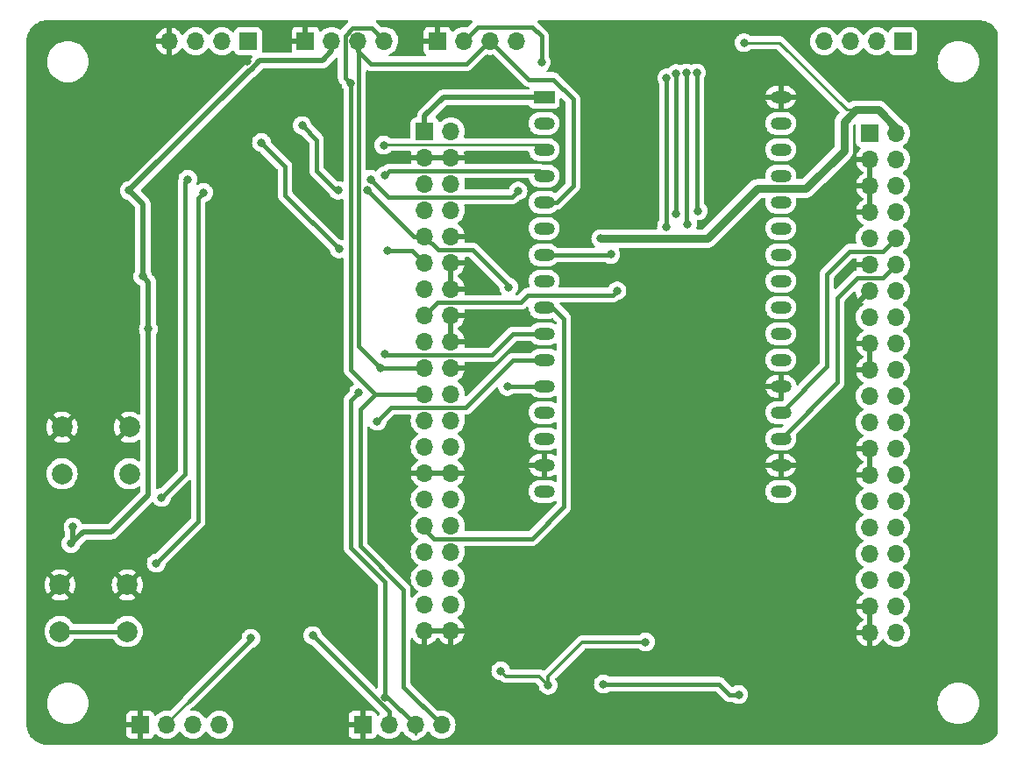
<source format=gbr>
%TF.GenerationSoftware,KiCad,Pcbnew,(7.0.0)*%
%TF.CreationDate,2024-01-22T14:48:15-03:00*%
%TF.ProjectId,ESP-EDU,4553502d-4544-4552-9e6b-696361645f70,rev?*%
%TF.SameCoordinates,Original*%
%TF.FileFunction,Copper,L2,Bot*%
%TF.FilePolarity,Positive*%
%FSLAX46Y46*%
G04 Gerber Fmt 4.6, Leading zero omitted, Abs format (unit mm)*
G04 Created by KiCad (PCBNEW (7.0.0)) date 2024-01-22 14:48:15*
%MOMM*%
%LPD*%
G01*
G04 APERTURE LIST*
%TA.AperFunction,ComponentPad*%
%ADD10C,2.000000*%
%TD*%
%TA.AperFunction,ComponentPad*%
%ADD11R,1.700000X1.700000*%
%TD*%
%TA.AperFunction,ComponentPad*%
%ADD12O,1.700000X1.700000*%
%TD*%
%TA.AperFunction,ComponentPad*%
%ADD13R,2.000000X1.200000*%
%TD*%
%TA.AperFunction,ComponentPad*%
%ADD14O,2.000000X1.200000*%
%TD*%
%TA.AperFunction,ViaPad*%
%ADD15C,0.800000*%
%TD*%
%TA.AperFunction,Conductor*%
%ADD16C,0.400000*%
%TD*%
%TA.AperFunction,Conductor*%
%ADD17C,0.250000*%
%TD*%
%TA.AperFunction,Conductor*%
%ADD18C,0.500000*%
%TD*%
%TA.AperFunction,Conductor*%
%ADD19C,0.300000*%
%TD*%
%TA.AperFunction,Conductor*%
%ADD20C,0.800000*%
%TD*%
G04 APERTURE END LIST*
D10*
%TO.P,SW1,1,A*%
%TO.N,GND*%
X88444000Y-79320000D03*
X94944000Y-79320000D03*
%TO.P,SW1,2,B*%
%TO.N,Net-(SW1A-B)*%
X88444000Y-83820000D03*
X94944000Y-83820000D03*
%TD*%
D11*
%TO.P,J5,1,Pin_1*%
%TO.N,GND*%
X111951999Y-41999999D03*
D12*
%TO.P,J5,2,Pin_2*%
%TO.N,+3.3V*%
X114491999Y-41999999D03*
%TO.P,J5,3,Pin_3*%
%TO.N,SDA*%
X117031999Y-41999999D03*
%TO.P,J5,4,Pin_4*%
%TO.N,SCL*%
X119571999Y-41999999D03*
%TD*%
D11*
%TO.P,J8,1,Pin_1*%
%TO.N,GND*%
X96011999Y-108076999D03*
D12*
%TO.P,J8,2,Pin_2*%
%TO.N,+3.3V*%
X98551999Y-108076999D03*
%TO.P,J8,3,Pin_3*%
%TO.N,SDA*%
X101091999Y-108076999D03*
%TO.P,J8,4,Pin_4*%
%TO.N,SCL*%
X103631999Y-108076999D03*
%TD*%
D11*
%TO.P,J7,1,Pin_1*%
%TO.N,+5V*%
X106425999Y-42036999D03*
D12*
%TO.P,J7,2,Pin_2*%
%TO.N,GPIO2*%
X103885999Y-42036999D03*
%TO.P,J7,3,Pin_3*%
%TO.N,Net-(J7-Pin_3)*%
X101345999Y-42036999D03*
%TO.P,J7,4,Pin_4*%
%TO.N,GND*%
X98805999Y-42036999D03*
%TD*%
D11*
%TO.P,J2,1,Pin_1*%
%TO.N,+3.3V*%
X166459999Y-50899999D03*
D12*
%TO.P,J2,2,Pin_2*%
%TO.N,+5V*%
X168999999Y-50899999D03*
%TO.P,J2,3,Pin_3*%
%TO.N,GND*%
X166459999Y-53439999D03*
%TO.P,J2,4,Pin_4*%
%TO.N,GPIO16*%
X168999999Y-53439999D03*
%TO.P,J2,5,Pin_5*%
%TO.N,GND*%
X166459999Y-55979999D03*
%TO.P,J2,6,Pin_6*%
%TO.N,GPIO17*%
X168999999Y-55979999D03*
%TO.P,J2,7,Pin_7*%
%TO.N,GND*%
X166459999Y-58519999D03*
%TO.P,J2,8,Pin_8*%
%TO.N,GPIO15*%
X168999999Y-58519999D03*
%TO.P,J2,9,Pin_9*%
%TO.N,unconnected-(J2-Pin_9-Pad9)*%
X166459999Y-61059999D03*
%TO.P,J2,10,Pin_10*%
%TO.N,GPIO13*%
X168999999Y-61059999D03*
%TO.P,J2,11,Pin_11*%
%TO.N,GND*%
X166459999Y-63599999D03*
%TO.P,J2,12,Pin_12*%
%TO.N,GPIO12*%
X168999999Y-63599999D03*
%TO.P,J2,13,Pin_13*%
%TO.N,GND*%
X166459999Y-66139999D03*
%TO.P,J2,14,Pin_14*%
%TO.N,unconnected-(J2-Pin_14-Pad14)*%
X168999999Y-66139999D03*
%TO.P,J2,15,Pin_15*%
%TO.N,unconnected-(J2-Pin_15-Pad15)*%
X166459999Y-68679999D03*
%TO.P,J2,16,Pin_16*%
%TO.N,unconnected-(J2-Pin_16-Pad16)*%
X168999999Y-68679999D03*
%TO.P,J2,17,Pin_17*%
%TO.N,GND*%
X166459999Y-71219999D03*
%TO.P,J2,18,Pin_18*%
%TO.N,unconnected-(J2-Pin_18-Pad18)*%
X168999999Y-71219999D03*
%TO.P,J2,19,Pin_19*%
%TO.N,GND*%
X166459999Y-73759999D03*
%TO.P,J2,20,Pin_20*%
%TO.N,unconnected-(J2-Pin_20-Pad20)*%
X168999999Y-73759999D03*
%TO.P,J2,21,Pin_21*%
%TO.N,unconnected-(J2-Pin_21-Pad21)*%
X166459999Y-76299999D03*
%TO.P,J2,22,Pin_22*%
%TO.N,GPIO23*%
X168999999Y-76299999D03*
%TO.P,J2,23,Pin_23*%
%TO.N,unconnected-(J2-Pin_23-Pad23)*%
X166459999Y-78839999D03*
%TO.P,J2,24,Pin_24*%
%TO.N,unconnected-(J2-Pin_24-Pad24)*%
X168999999Y-78839999D03*
%TO.P,J2,25,Pin_25*%
%TO.N,GND*%
X166459999Y-81379999D03*
%TO.P,J2,26,Pin_26*%
%TO.N,GPIO22*%
X168999999Y-81379999D03*
%TO.P,J2,27,Pin_27*%
%TO.N,GND*%
X166459999Y-83919999D03*
%TO.P,J2,28,Pin_28*%
%TO.N,GPIO21*%
X168999999Y-83919999D03*
%TO.P,J2,29,Pin_29*%
%TO.N,unconnected-(J2-Pin_29-Pad29)*%
X166459999Y-86459999D03*
%TO.P,J2,30,Pin_30*%
%TO.N,GPIO20*%
X168999999Y-86459999D03*
%TO.P,J2,31,Pin_31*%
%TO.N,unconnected-(J2-Pin_31-Pad31)*%
X166459999Y-88999999D03*
%TO.P,J2,32,Pin_32*%
%TO.N,GPIO19*%
X168999999Y-88999999D03*
%TO.P,J2,33,Pin_33*%
%TO.N,unconnected-(J2-Pin_33-Pad33)*%
X166459999Y-91539999D03*
%TO.P,J2,34,Pin_34*%
%TO.N,GPIO18*%
X168999999Y-91539999D03*
%TO.P,J2,35,Pin_35*%
%TO.N,unconnected-(J2-Pin_35-Pad35)*%
X166459999Y-94079999D03*
%TO.P,J2,36,Pin_36*%
%TO.N,GPIO9*%
X168999999Y-94079999D03*
%TO.P,J2,37,Pin_37*%
%TO.N,GND*%
X166459999Y-96619999D03*
%TO.P,J2,38,Pin_38*%
%TO.N,unconnected-(J2-Pin_38-Pad38)*%
X168999999Y-96619999D03*
%TO.P,J2,39,Pin_39*%
%TO.N,GND*%
X166459999Y-99159999D03*
%TO.P,J2,40,Pin_40*%
%TO.N,unconnected-(J2-Pin_40-Pad40)*%
X168999999Y-99159999D03*
%TD*%
D11*
%TO.P,J4,1,Pin_1*%
%TO.N,GND*%
X124691999Y-41999999D03*
D12*
%TO.P,J4,2,Pin_2*%
%TO.N,+3.3V*%
X127231999Y-41999999D03*
%TO.P,J4,3,Pin_3*%
%TO.N,SDA*%
X129771999Y-41999999D03*
%TO.P,J4,4,Pin_4*%
%TO.N,SCL*%
X132311999Y-41999999D03*
%TD*%
D11*
%TO.P,J9,1,Pin_1*%
%TO.N,Net-(J9-Pin_1)*%
X169661999Y-42036999D03*
D12*
%TO.P,J9,2,Pin_2*%
%TO.N,Net-(J9-Pin_2)*%
X167121999Y-42036999D03*
%TO.P,J9,3,Pin_3*%
%TO.N,Net-(J9-Pin_3)*%
X164581999Y-42036999D03*
%TO.P,J9,4,Pin_4*%
%TO.N,Net-(J9-Pin_4)*%
X162041999Y-42036999D03*
%TD*%
D13*
%TO.P,U1,1,3V3*%
%TO.N,+3.3V*%
X134999999Y-47439999D03*
D14*
%TO.P,U1,2,EN/RESET*%
%TO.N,unconnected-(U1-EN{slash}RESET-Pad2)*%
X134999999Y-49979999D03*
%TO.P,U1,3,GPIO4/MTMS*%
%TO.N,GPIO4*%
X134999999Y-52519999D03*
%TO.P,U1,4,GPIO5/MTDI*%
%TO.N,GPIO5*%
X134999999Y-55059999D03*
%TO.P,U1,5,GPIO6*%
%TO.N,SDA*%
X134999999Y-57599999D03*
%TO.P,U1,6,GPIO7*%
%TO.N,SCL*%
X134999999Y-60139999D03*
%TO.P,U1,7,GPIO0*%
%TO.N,GPIO0*%
X134999999Y-62679999D03*
%TO.P,U1,8,GPIO1*%
%TO.N,GPIO1*%
X134999999Y-65219999D03*
%TO.P,U1,9,GPIO8/BOOT*%
%TO.N,GPIO8*%
X134999999Y-67759999D03*
%TO.P,U1,10,GPIO10*%
%TO.N,GPIO10*%
X134999999Y-70299999D03*
%TO.P,U1,11,GPIO11*%
%TO.N,GPIO11*%
X134999999Y-72839999D03*
%TO.P,U1,12,GPIO2*%
%TO.N,GPIO2*%
X134999999Y-75379999D03*
%TO.P,U1,13,GPIO3*%
%TO.N,ECHO*%
X134999999Y-77919999D03*
%TO.P,U1,14,5V*%
%TO.N,+5V*%
X134999999Y-80459999D03*
%TO.P,U1,15,GND*%
%TO.N,GND*%
X134999999Y-82999999D03*
%TO.P,U1,16,NC*%
%TO.N,unconnected-(U1-NC-Pad16)*%
X134999999Y-85539999D03*
%TO.P,U1,17,NC*%
%TO.N,unconnected-(U1-NC-Pad17)*%
X157859999Y-85539999D03*
%TO.P,U1,18,GND*%
%TO.N,GND*%
X157859999Y-82999999D03*
%TO.P,U1,19,GPIO12/USB_D-*%
%TO.N,GPIO12*%
X157859999Y-80459999D03*
%TO.P,U1,20,GPIO13/USB_D+*%
%TO.N,GPIO13*%
X157859999Y-77919999D03*
%TO.P,U1,21,GND*%
%TO.N,GND*%
X157859999Y-75379999D03*
%TO.P,U1,22,GPIO9/BOOT*%
%TO.N,GPIO9*%
X157859999Y-72839999D03*
%TO.P,U1,23,GPIO18*%
%TO.N,GPIO18*%
X157859999Y-70299999D03*
%TO.P,U1,24,GPIO19*%
%TO.N,GPIO19*%
X157859999Y-67759999D03*
%TO.P,U1,25,GPIO20*%
%TO.N,GPIO20*%
X157859999Y-65219999D03*
%TO.P,U1,26,GPIO21*%
%TO.N,GPIO21*%
X157859999Y-62679999D03*
%TO.P,U1,27,GPIO22*%
%TO.N,GPIO22*%
X157859999Y-60139999D03*
%TO.P,U1,28,GPIO23*%
%TO.N,GPIO23*%
X157859999Y-57599999D03*
%TO.P,U1,29,GPIO15/JTAG*%
%TO.N,GPIO15*%
X157859999Y-55059999D03*
%TO.P,U1,30,GPIO17/U0RXD*%
%TO.N,GPIO17*%
X157859999Y-52519999D03*
%TO.P,U1,31,GPIO16/U0TXD*%
%TO.N,GPIO16*%
X157859999Y-49979999D03*
%TO.P,U1,32,GND*%
%TO.N,GND*%
X157859999Y-47439999D03*
%TD*%
D10*
%TO.P,SW2,1,A*%
%TO.N,GND*%
X88242000Y-94560000D03*
X94742000Y-94560000D03*
%TO.P,SW2,2,B*%
%TO.N,Net-(SW2A-B)*%
X88242000Y-99060000D03*
X94742000Y-99060000D03*
%TD*%
D11*
%TO.P,J1,1,Pin_1*%
%TO.N,+3.3V*%
X123459999Y-50739999D03*
D12*
%TO.P,J1,2,Pin_2*%
%TO.N,+5V*%
X125999999Y-50739999D03*
%TO.P,J1,3,Pin_3*%
%TO.N,GND*%
X123459999Y-53279999D03*
%TO.P,J1,4,Pin_4*%
X125999999Y-53279999D03*
%TO.P,J1,5,Pin_5*%
%TO.N,unconnected-(J1-Pin_5-Pad5)*%
X123459999Y-55819999D03*
%TO.P,J1,6,Pin_6*%
%TO.N,unconnected-(J1-Pin_6-Pad6)*%
X125999999Y-55819999D03*
%TO.P,J1,7,Pin_7*%
%TO.N,unconnected-(J1-Pin_7-Pad7)*%
X123459999Y-58359999D03*
%TO.P,J1,8,Pin_8*%
%TO.N,unconnected-(J1-Pin_8-Pad8)*%
X125999999Y-58359999D03*
%TO.P,J1,9,Pin_9*%
%TO.N,ECHO*%
X123459999Y-60899999D03*
%TO.P,J1,10,Pin_10*%
%TO.N,GND*%
X125999999Y-60899999D03*
%TO.P,J1,11,Pin_11*%
%TO.N,GPIO2*%
X123459999Y-63439999D03*
%TO.P,J1,12,Pin_12*%
%TO.N,GND*%
X125999999Y-63439999D03*
%TO.P,J1,13,Pin_13*%
%TO.N,GPIO1*%
X123459999Y-65979999D03*
%TO.P,J1,14,Pin_14*%
%TO.N,GND*%
X125999999Y-65979999D03*
%TO.P,J1,15,Pin_15*%
%TO.N,DA*%
X123459999Y-68519999D03*
%TO.P,J1,16,Pin_16*%
%TO.N,GND*%
X125999999Y-68519999D03*
%TO.P,J1,17,Pin_17*%
%TO.N,+3.3V*%
X123459999Y-71059999D03*
%TO.P,J1,18,Pin_18*%
%TO.N,GND*%
X125999999Y-71059999D03*
%TO.P,J1,19,Pin_19*%
%TO.N,SDA*%
X123459999Y-73599999D03*
%TO.P,J1,20,Pin_20*%
%TO.N,GND*%
X125999999Y-73599999D03*
%TO.P,J1,21,Pin_21*%
%TO.N,SCL*%
X123459999Y-76139999D03*
%TO.P,J1,22,Pin_22*%
%TO.N,unconnected-(J1-Pin_22-Pad22)*%
X125999999Y-76139999D03*
%TO.P,J1,23,Pin_23*%
%TO.N,unconnected-(J1-Pin_23-Pad23)*%
X123459999Y-78679999D03*
%TO.P,J1,24,Pin_24*%
%TO.N,unconnected-(J1-Pin_24-Pad24)*%
X125999999Y-78679999D03*
%TO.P,J1,25,Pin_25*%
%TO.N,+3.3V*%
X123459999Y-81219999D03*
%TO.P,J1,26,Pin_26*%
%TO.N,+5V*%
X125999999Y-81219999D03*
%TO.P,J1,27,Pin_27*%
%TO.N,GND*%
X123459999Y-83759999D03*
%TO.P,J1,28,Pin_28*%
X125999999Y-83759999D03*
%TO.P,J1,29,Pin_29*%
%TO.N,unconnected-(J1-Pin_29-Pad29)*%
X123459999Y-86299999D03*
%TO.P,J1,30,Pin_30*%
%TO.N,unconnected-(J1-Pin_30-Pad30)*%
X125999999Y-86299999D03*
%TO.P,J1,31,Pin_31*%
%TO.N,GPIO8*%
X123459999Y-88839999D03*
%TO.P,J1,32,Pin_32*%
%TO.N,unconnected-(J1-Pin_32-Pad32)*%
X125999999Y-88839999D03*
%TO.P,J1,33,Pin_33*%
%TO.N,+3.3V*%
X123459999Y-91379999D03*
%TO.P,J1,34,Pin_34*%
%TO.N,+5V*%
X125999999Y-91379999D03*
%TO.P,J1,35,Pin_35*%
%TO.N,unconnected-(J1-Pin_35-Pad35)*%
X123459999Y-93919999D03*
%TO.P,J1,36,Pin_36*%
%TO.N,unconnected-(J1-Pin_36-Pad36)*%
X125999999Y-93919999D03*
%TO.P,J1,37,Pin_37*%
%TO.N,unconnected-(J1-Pin_37-Pad37)*%
X123459999Y-96459999D03*
%TO.P,J1,38,Pin_38*%
%TO.N,unconnected-(J1-Pin_38-Pad38)*%
X125999999Y-96459999D03*
%TO.P,J1,39,Pin_39*%
%TO.N,GND*%
X123459999Y-98999999D03*
%TO.P,J1,40,Pin_40*%
X125999999Y-98999999D03*
%TD*%
D11*
%TO.P,J6,1,Pin_1*%
%TO.N,GND*%
X117474999Y-108076999D03*
D12*
%TO.P,J6,2,Pin_2*%
%TO.N,+3.3V*%
X120014999Y-108076999D03*
%TO.P,J6,3,Pin_3*%
%TO.N,SDA*%
X122554999Y-108076999D03*
%TO.P,J6,4,Pin_4*%
%TO.N,SCL*%
X125094999Y-108076999D03*
%TD*%
D15*
%TO.N,GPIO2*%
X115189000Y-62103000D03*
X107696000Y-51816000D03*
X131445000Y-75380000D03*
X119888000Y-62230000D03*
%TO.N,GPIO0*%
X141427200Y-62636400D03*
%TO.N,GPIO15*%
X102108000Y-56642000D03*
X118232701Y-55367701D03*
X132483333Y-56492667D03*
X97536000Y-92456000D03*
%TO.N,GPIO21*%
X149733000Y-45085000D03*
X149860000Y-58420000D03*
%TO.N,GPIO20*%
X148733509Y-45089833D03*
X148844000Y-59690000D03*
%TO.N,GPIO19*%
X147735745Y-45148750D03*
X147701000Y-58674000D03*
%TO.N,GPIO18*%
X146837514Y-45587140D03*
X146812000Y-59944000D03*
%TO.N,GPIO4*%
X119507000Y-52070000D03*
X100584000Y-55372000D03*
X98044000Y-86106000D03*
%TO.N,GPIO11*%
X118872000Y-78740000D03*
%TO.N,GPIO5*%
X119634000Y-54991000D03*
%TO.N,GPIO10*%
X119634000Y-72263000D03*
%TO.N,GND*%
X112014000Y-91821000D03*
X108585000Y-40894000D03*
X161163000Y-49911000D03*
X119888000Y-49149000D03*
X148082000Y-66675000D03*
X106299000Y-52578000D03*
X138811000Y-44958000D03*
X122301000Y-42926000D03*
X132842000Y-50038000D03*
X142621000Y-54356000D03*
X89281000Y-100882000D03*
X136398000Y-41402000D03*
X141224000Y-102108000D03*
X98806000Y-66040000D03*
X160401000Y-47117000D03*
X163957000Y-60198000D03*
X106299000Y-43942000D03*
X143256000Y-45212000D03*
X98806000Y-73406000D03*
X146558000Y-106553000D03*
X111760000Y-52197000D03*
X94615000Y-43815000D03*
X113030000Y-103632000D03*
X174625000Y-69215000D03*
%TO.N,+3.3V*%
X94934000Y-56453000D03*
X96244750Y-64741500D03*
X134747000Y-44069000D03*
X106680000Y-99720500D03*
X89300300Y-90570000D03*
X96774000Y-69824500D03*
X89502300Y-88948000D03*
X112649000Y-99441000D03*
%TO.N,+5V*%
X140462000Y-61087000D03*
X154305000Y-42171500D03*
%TO.N,+BATT*%
X130810000Y-102870000D03*
X144780000Y-100076000D03*
X135382000Y-104267000D03*
%TO.N,SDA*%
X117094000Y-75946000D03*
X119638299Y-105405701D03*
X119193000Y-73600000D03*
%TO.N,SCL*%
X116332000Y-46101000D03*
%TO.N,Net-(D5-A)*%
X153797000Y-105156000D03*
X140716000Y-104140000D03*
%TO.N,ECHO*%
X115112800Y-56438800D03*
X131572000Y-65786000D03*
X111633000Y-50170000D03*
X117957600Y-56438800D03*
%TO.N,DA*%
X142036800Y-66141600D03*
%TD*%
D16*
%TO.N,GPIO2*%
X115189000Y-62103000D02*
X109982000Y-56896000D01*
X109982000Y-54102000D02*
X107696000Y-51816000D01*
X119888000Y-62230000D02*
X122250000Y-62230000D01*
X131445000Y-75380000D02*
X135000000Y-75380000D01*
X122250000Y-62230000D02*
X123460000Y-63440000D01*
X109982000Y-56896000D02*
X109982000Y-54102000D01*
%TO.N,GPIO0*%
X141383600Y-62680000D02*
X141427200Y-62636400D01*
X135000000Y-62680000D02*
X141383600Y-62680000D01*
%TO.N,GPIO8*%
X135832000Y-67760000D02*
X136906000Y-68834000D01*
X136906000Y-68834000D02*
X136906000Y-86995000D01*
X133811000Y-90090000D02*
X124329200Y-90090000D01*
X124329200Y-90090000D02*
X123460000Y-89220800D01*
X123460000Y-89220800D02*
X123460000Y-88840000D01*
X136906000Y-86995000D02*
X133811000Y-90090000D01*
D17*
X135000000Y-67760000D02*
X135832000Y-67760000D01*
D16*
%TO.N,GPIO15*%
X119935000Y-57070000D02*
X118237000Y-55372000D01*
X131906000Y-57070000D02*
X119935000Y-57070000D01*
X101600000Y-88392000D02*
X97536000Y-92456000D01*
X132483333Y-56492667D02*
X131906000Y-57070000D01*
X102108000Y-56642000D02*
X101600000Y-57150000D01*
X101600000Y-57150000D02*
X101600000Y-88392000D01*
%TO.N,GPIO13*%
X167750000Y-62310000D02*
X169000000Y-61060000D01*
X157860000Y-77920000D02*
X162306000Y-73474000D01*
X162306000Y-73474000D02*
X162306000Y-64516000D01*
X164512000Y-62310000D02*
X167750000Y-62310000D01*
X162306000Y-64516000D02*
X164512000Y-62310000D01*
%TO.N,GPIO12*%
X163322000Y-74998000D02*
X163322000Y-66802000D01*
X165274000Y-64850000D02*
X167750000Y-64850000D01*
X167750000Y-64850000D02*
X169000000Y-63600000D01*
X163322000Y-66802000D02*
X165274000Y-64850000D01*
X157860000Y-80460000D02*
X163322000Y-74998000D01*
%TO.N,GPIO21*%
X149733000Y-58293000D02*
X149733000Y-45085000D01*
D17*
X149860000Y-58420000D02*
X149733000Y-58293000D01*
D16*
%TO.N,GPIO20*%
X148717000Y-45106342D02*
X148717000Y-59563000D01*
D17*
X148733509Y-45089833D02*
X148717000Y-45106342D01*
X148717000Y-59563000D02*
X148844000Y-59690000D01*
D16*
%TO.N,GPIO19*%
X147701000Y-58674000D02*
X147701000Y-45183495D01*
D17*
X147701000Y-45183495D02*
X147735745Y-45148750D01*
D16*
%TO.N,GPIO18*%
X146837514Y-59918486D02*
X146837514Y-45587140D01*
D17*
X146812000Y-59944000D02*
X146837514Y-59918486D01*
%TO.N,GPIO4*%
X134492000Y-52012000D02*
X119565000Y-52012000D01*
X119565000Y-52012000D02*
X119507000Y-52070000D01*
D16*
X100330000Y-55626000D02*
X100330000Y-83820000D01*
X100584000Y-55372000D02*
X100330000Y-55626000D01*
X100330000Y-83820000D02*
X98044000Y-86106000D01*
D17*
X135000000Y-52520000D02*
X134492000Y-52012000D01*
D16*
%TO.N,GPIO11*%
X120192800Y-77419200D02*
X127431800Y-77419200D01*
X127431800Y-77419200D02*
X132011000Y-72840000D01*
X132011000Y-72840000D02*
X135000000Y-72840000D01*
X118872000Y-78740000D02*
X120192800Y-77419200D01*
%TO.N,GPIO5*%
X134499200Y-54559200D02*
X135000000Y-55060000D01*
X120065800Y-54559200D02*
X134499200Y-54559200D01*
X119634000Y-54991000D02*
X120065800Y-54559200D01*
%TO.N,GPIO10*%
X119634000Y-72263000D02*
X119710200Y-72339200D01*
X129971800Y-72339200D02*
X132011000Y-70300000D01*
X119710200Y-72339200D02*
X129971800Y-72339200D01*
X132011000Y-70300000D02*
X135000000Y-70300000D01*
D18*
%TO.N,GND*%
X165290000Y-67310000D02*
X164973000Y-67310000D01*
X166460000Y-66140000D02*
X165290000Y-67310000D01*
D16*
%TO.N,+3.3V*%
X134747000Y-41529000D02*
X134747000Y-44069000D01*
D18*
X123460000Y-49260000D02*
X125280000Y-47440000D01*
D16*
X120015000Y-108077000D02*
X120015000Y-106807000D01*
X127232000Y-42000000D02*
X128592000Y-40640000D01*
D17*
X98552000Y-107924600D02*
X100711000Y-105765600D01*
D18*
X107551882Y-43891200D02*
X113588800Y-43891200D01*
X106651082Y-44792000D02*
X107551882Y-43891200D01*
D16*
X100736400Y-105765600D02*
X106680000Y-99822000D01*
D18*
X89502300Y-88948000D02*
X89502300Y-90368000D01*
X93218000Y-89408000D02*
X90462300Y-89408000D01*
D16*
X133858000Y-40640000D02*
X134747000Y-41529000D01*
D18*
X96244750Y-57763750D02*
X94934000Y-56453000D01*
X94934000Y-56453000D02*
X106595000Y-44792000D01*
D17*
X106680000Y-99822000D02*
X106680000Y-99720500D01*
D16*
X120015000Y-106807000D02*
X112649000Y-99441000D01*
D17*
X100711000Y-105765600D02*
X100736400Y-105765600D01*
D18*
X89502300Y-90368000D02*
X89300300Y-90570000D01*
X114492000Y-42988000D02*
X114492000Y-42000000D01*
X125280000Y-47440000D02*
X134492000Y-47440000D01*
D19*
X114554000Y-41938000D02*
X114492000Y-42000000D01*
D16*
X128592000Y-40640000D02*
X133858000Y-40640000D01*
D18*
X96774000Y-69824500D02*
X96774000Y-65270750D01*
X96244750Y-64741500D02*
X96244750Y-57763750D01*
X106595000Y-44792000D02*
X106651082Y-44792000D01*
X90462300Y-89408000D02*
X89300300Y-90570000D01*
X113588800Y-43891200D02*
X114492000Y-42988000D01*
X123460000Y-50740000D02*
X123460000Y-49260000D01*
X96774000Y-65270750D02*
X96244750Y-64741500D01*
X96774000Y-85852000D02*
X93218000Y-89408000D01*
X96774000Y-69824500D02*
X96774000Y-85852000D01*
D20*
%TO.N,+5V*%
X165100000Y-48641000D02*
X163957000Y-49784000D01*
X169000000Y-50900000D02*
X169000000Y-50382000D01*
D17*
X154305000Y-42171500D02*
X157741500Y-42171500D01*
D20*
X163957000Y-52578000D02*
X160275000Y-56260000D01*
X167259000Y-48641000D02*
X165100000Y-48641000D01*
X150749000Y-61087000D02*
X140462000Y-61087000D01*
X155576000Y-56260000D02*
X150749000Y-61087000D01*
X169000000Y-50382000D02*
X167259000Y-48641000D01*
D17*
X164211000Y-48641000D02*
X165100000Y-48641000D01*
D20*
X163957000Y-49784000D02*
X163957000Y-52578000D01*
D17*
X157741500Y-42171500D02*
X164211000Y-48641000D01*
D20*
X160275000Y-56260000D02*
X155576000Y-56260000D01*
D19*
%TO.N,+BATT*%
X138684000Y-100076000D02*
X144780000Y-100076000D01*
X135382000Y-104267000D02*
X134493000Y-103378000D01*
X131318000Y-103378000D02*
X130810000Y-102870000D01*
X134493000Y-103378000D02*
X131318000Y-103378000D01*
X135382000Y-104267000D02*
X135382000Y-103378000D01*
X135382000Y-103378000D02*
X138684000Y-100076000D01*
D16*
%TO.N,SDA*%
X123460000Y-73600000D02*
X119193000Y-73600000D01*
X129704000Y-42000000D02*
X127508000Y-44196000D01*
X133492000Y-45720000D02*
X129772000Y-42000000D01*
X127508000Y-44196000D02*
X118237000Y-44196000D01*
X137795000Y-47625000D02*
X135890000Y-45720000D01*
X117094000Y-71501000D02*
X117094000Y-42062000D01*
X119634000Y-105156000D02*
X122555000Y-108077000D01*
X119193000Y-73600000D02*
X118427500Y-72834500D01*
X129772000Y-42000000D02*
X129704000Y-42000000D01*
X116332000Y-90932000D02*
X119634000Y-94234000D01*
X118237000Y-44196000D02*
X117032000Y-42991000D01*
X135000000Y-57600000D02*
X136202000Y-57600000D01*
X137795000Y-56007000D02*
X137795000Y-47625000D01*
X118427500Y-72834500D02*
X117094000Y-71501000D01*
X136202000Y-57600000D02*
X137795000Y-56007000D01*
X117032000Y-42991000D02*
X117032000Y-42000000D01*
X117094000Y-75946000D02*
X116332000Y-76708000D01*
X119634000Y-94234000D02*
X119634000Y-105156000D01*
X116332000Y-76708000D02*
X116332000Y-90932000D01*
D17*
X101092000Y-107950000D02*
X101092000Y-108712000D01*
X117094000Y-42062000D02*
X117032000Y-42000000D01*
X122555000Y-108077000D02*
X119883701Y-105405701D01*
X122555000Y-108966000D02*
X122555000Y-108077000D01*
X119883701Y-105405701D02*
X119638299Y-105405701D01*
D16*
X135890000Y-45720000D02*
X133492000Y-45720000D01*
%TO.N,SCL*%
X123460000Y-76140000D02*
X118685000Y-76140000D01*
X118322000Y-40750000D02*
X116514233Y-40750000D01*
X115782000Y-45551000D02*
X116332000Y-46101000D01*
X121412000Y-94996000D02*
X117221698Y-90805698D01*
X117221698Y-90805698D02*
X117221698Y-77603302D01*
X117221698Y-77603302D02*
X118685000Y-76140000D01*
D17*
X119126000Y-76140000D02*
X118685000Y-76140000D01*
D16*
X116332000Y-46101000D02*
X116332000Y-73787000D01*
X116332000Y-73787000D02*
X118685000Y-76140000D01*
X115782000Y-41482233D02*
X115782000Y-45551000D01*
X121412000Y-104394000D02*
X121412000Y-94996000D01*
X116514233Y-40750000D02*
X115782000Y-41482233D01*
X125095000Y-108077000D02*
X121412000Y-104394000D01*
X119572000Y-42000000D02*
X118322000Y-40750000D01*
%TO.N,Net-(D5-A)*%
X153797000Y-105156000D02*
X152908000Y-105156000D01*
X152908000Y-105156000D02*
X151892000Y-104140000D01*
X151892000Y-104140000D02*
X140716000Y-104140000D01*
%TO.N,Net-(SW2A-B)*%
X88242000Y-99060000D02*
X94742000Y-99060000D01*
%TO.N,ECHO*%
X131572000Y-65786000D02*
X131572000Y-65659000D01*
X122418800Y-60900000D02*
X123460000Y-60900000D01*
X115112800Y-56438800D02*
X114909600Y-56438800D01*
X113030000Y-54559200D02*
X113030000Y-51567000D01*
X131572000Y-65659000D02*
X128103000Y-62190000D01*
X117957600Y-56438800D02*
X122418800Y-60900000D01*
X114909600Y-56438800D02*
X113030000Y-54559200D01*
X124750000Y-62190000D02*
X123460000Y-60900000D01*
X113030000Y-51567000D02*
X111633000Y-50170000D01*
X128103000Y-62190000D02*
X124750000Y-62190000D01*
%TO.N,DA*%
X141630400Y-66548000D02*
X133451600Y-66548000D01*
X142036800Y-66141600D02*
X141630400Y-66548000D01*
X132740400Y-67259200D02*
X124720800Y-67259200D01*
X133451600Y-66548000D02*
X132740400Y-67259200D01*
X124720800Y-67259200D02*
X123460000Y-68520000D01*
%TD*%
%TA.AperFunction,Conductor*%
%TO.N,GND*%
G36*
X166648000Y-65567113D02*
G01*
X166693387Y-65612500D01*
X166710000Y-65674500D01*
X166710000Y-66266000D01*
X166693387Y-66328000D01*
X166648000Y-66373387D01*
X166586000Y-66390000D01*
X166334000Y-66390000D01*
X166272000Y-66373387D01*
X166226613Y-66328000D01*
X166210000Y-66266000D01*
X166210000Y-65674500D01*
X166226613Y-65612500D01*
X166272000Y-65567113D01*
X166334000Y-65550500D01*
X166586000Y-65550500D01*
X166648000Y-65567113D01*
G37*
%TD.AperFunction*%
%TA.AperFunction,Conductor*%
G36*
X165113577Y-63023288D02*
G01*
X165157109Y-63059014D01*
X165180350Y-63110309D01*
X165178508Y-63166594D01*
X165133056Y-63336219D01*
X165132688Y-63347448D01*
X165143631Y-63350000D01*
X166586000Y-63350000D01*
X166648000Y-63366613D01*
X166693387Y-63412000D01*
X166710000Y-63474000D01*
X166710000Y-64025500D01*
X166693387Y-64087500D01*
X166648000Y-64132887D01*
X166586000Y-64149500D01*
X166334000Y-64149500D01*
X166272000Y-64132887D01*
X166226613Y-64087500D01*
X166210000Y-64025500D01*
X166210000Y-63866326D01*
X166206549Y-63853450D01*
X166193674Y-63850000D01*
X165143631Y-63850000D01*
X165132688Y-63852551D01*
X165133056Y-63863781D01*
X165174697Y-64019188D01*
X165175707Y-64079336D01*
X165148289Y-64132881D01*
X165098897Y-64167222D01*
X165095662Y-64168449D01*
X165074053Y-64174474D01*
X165071449Y-64174951D01*
X165071438Y-64174954D01*
X165064069Y-64176305D01*
X165057237Y-64179379D01*
X165057233Y-64179381D01*
X165009212Y-64200993D01*
X165002296Y-64203857D01*
X164953082Y-64222522D01*
X164953077Y-64222524D01*
X164946070Y-64225182D01*
X164939907Y-64229435D01*
X164939897Y-64229441D01*
X164937727Y-64230940D01*
X164918185Y-64241962D01*
X164915783Y-64243043D01*
X164915780Y-64243044D01*
X164908943Y-64246122D01*
X164903043Y-64250743D01*
X164903035Y-64250749D01*
X164861597Y-64283213D01*
X164855568Y-64287649D01*
X164812248Y-64317551D01*
X164812236Y-64317560D01*
X164806071Y-64321817D01*
X164801102Y-64327425D01*
X164801096Y-64327431D01*
X164766184Y-64366838D01*
X164761051Y-64372290D01*
X163218181Y-65915162D01*
X163168818Y-65945412D01*
X163111102Y-65949954D01*
X163057615Y-65927799D01*
X163020015Y-65883776D01*
X163006500Y-65827481D01*
X163006500Y-64857519D01*
X163015939Y-64810066D01*
X163042819Y-64769838D01*
X164765838Y-63046819D01*
X164806066Y-63019939D01*
X164853519Y-63010500D01*
X165058733Y-63010500D01*
X165113577Y-63023288D01*
G37*
%TD.AperFunction*%
%TA.AperFunction,Conductor*%
G36*
X116028147Y-40014703D02*
G01*
X116072571Y-40054060D01*
X116093617Y-40109554D01*
X116086463Y-40168471D01*
X116052748Y-40217315D01*
X116052472Y-40217558D01*
X116046304Y-40221817D01*
X116041336Y-40227423D01*
X116041332Y-40227428D01*
X116006417Y-40266838D01*
X116001284Y-40272290D01*
X115406783Y-40866791D01*
X115358105Y-40896816D01*
X115301130Y-40901801D01*
X115247978Y-40880685D01*
X115228135Y-40866791D01*
X115169830Y-40825965D01*
X115164933Y-40823681D01*
X115164927Y-40823678D01*
X114960572Y-40728386D01*
X114960570Y-40728385D01*
X114955663Y-40726097D01*
X114950438Y-40724697D01*
X114950430Y-40724694D01*
X114732634Y-40666337D01*
X114732630Y-40666336D01*
X114727408Y-40664937D01*
X114722020Y-40664465D01*
X114722017Y-40664465D01*
X114497395Y-40644813D01*
X114492000Y-40644341D01*
X114486605Y-40644813D01*
X114261982Y-40664465D01*
X114261977Y-40664465D01*
X114256592Y-40664937D01*
X114251371Y-40666335D01*
X114251365Y-40666337D01*
X114033569Y-40724694D01*
X114033557Y-40724698D01*
X114028337Y-40726097D01*
X114023432Y-40728383D01*
X114023427Y-40728386D01*
X113819081Y-40823675D01*
X113819077Y-40823677D01*
X113814171Y-40825965D01*
X113809738Y-40829068D01*
X113809731Y-40829073D01*
X113625034Y-40958399D01*
X113625029Y-40958402D01*
X113620599Y-40961505D01*
X113616774Y-40965329D01*
X113616775Y-40965329D01*
X113498285Y-41083819D01*
X113445538Y-41115114D01*
X113384246Y-41117303D01*
X113329401Y-41089850D01*
X113294422Y-41039471D01*
X113248451Y-40916220D01*
X113240037Y-40900810D01*
X113164501Y-40799907D01*
X113152092Y-40787498D01*
X113051189Y-40711962D01*
X113035777Y-40703547D01*
X112916641Y-40659111D01*
X112901667Y-40655573D01*
X112853114Y-40650353D01*
X112846518Y-40650000D01*
X112218326Y-40650000D01*
X112205450Y-40653450D01*
X112202000Y-40666326D01*
X112202000Y-42126000D01*
X112185387Y-42188000D01*
X112140000Y-42233387D01*
X112078000Y-42250000D01*
X110618326Y-42250000D01*
X110605450Y-42253450D01*
X110602000Y-42266326D01*
X110602000Y-42894518D01*
X110602353Y-42901114D01*
X110607573Y-42949667D01*
X110611111Y-42964640D01*
X110614367Y-42973369D01*
X110621217Y-43032155D01*
X110600040Y-43087421D01*
X110555658Y-43126576D01*
X110498184Y-43140700D01*
X107891263Y-43140700D01*
X107837249Y-43128318D01*
X107794023Y-43093644D01*
X107770217Y-43043604D01*
X107770542Y-42994531D01*
X107770091Y-42994483D01*
X107770090Y-42994483D01*
X107776500Y-42934873D01*
X107776499Y-41733674D01*
X110602000Y-41733674D01*
X110605450Y-41746549D01*
X110618326Y-41750000D01*
X111685674Y-41750000D01*
X111698549Y-41746549D01*
X111702000Y-41733674D01*
X111702000Y-40666326D01*
X111698549Y-40653450D01*
X111685674Y-40650000D01*
X111057482Y-40650000D01*
X111050885Y-40650353D01*
X111002332Y-40655573D01*
X110987358Y-40659111D01*
X110868222Y-40703547D01*
X110852810Y-40711962D01*
X110751907Y-40787498D01*
X110739498Y-40799907D01*
X110663962Y-40900810D01*
X110655547Y-40916222D01*
X110611111Y-41035358D01*
X110607573Y-41050332D01*
X110602353Y-41098885D01*
X110602000Y-41105482D01*
X110602000Y-41733674D01*
X107776499Y-41733674D01*
X107776499Y-41139128D01*
X107770091Y-41079517D01*
X107719796Y-40944669D01*
X107633546Y-40829454D01*
X107625830Y-40823678D01*
X107525431Y-40748519D01*
X107525430Y-40748518D01*
X107518331Y-40743204D01*
X107411442Y-40703337D01*
X107390752Y-40695620D01*
X107390750Y-40695619D01*
X107383483Y-40692909D01*
X107375770Y-40692079D01*
X107375767Y-40692079D01*
X107327180Y-40686855D01*
X107327169Y-40686854D01*
X107323873Y-40686500D01*
X107320550Y-40686500D01*
X105531439Y-40686500D01*
X105531420Y-40686500D01*
X105528128Y-40686501D01*
X105524850Y-40686853D01*
X105524838Y-40686854D01*
X105476231Y-40692079D01*
X105476225Y-40692080D01*
X105468517Y-40692909D01*
X105461252Y-40695618D01*
X105461246Y-40695620D01*
X105341980Y-40740104D01*
X105341978Y-40740104D01*
X105333669Y-40743204D01*
X105326572Y-40748516D01*
X105326568Y-40748519D01*
X105225550Y-40824141D01*
X105225546Y-40824144D01*
X105218454Y-40829454D01*
X105213144Y-40836546D01*
X105213141Y-40836550D01*
X105137519Y-40937568D01*
X105137516Y-40937572D01*
X105132204Y-40944669D01*
X105129104Y-40952978D01*
X105129105Y-40952978D01*
X105083189Y-41076083D01*
X105048210Y-41126462D01*
X104993365Y-41153915D01*
X104932072Y-41151726D01*
X104879326Y-41120430D01*
X104761232Y-41002336D01*
X104761230Y-41002334D01*
X104757401Y-40998505D01*
X104752970Y-40995402D01*
X104752966Y-40995399D01*
X104568259Y-40866066D01*
X104568257Y-40866064D01*
X104563830Y-40862965D01*
X104558933Y-40860681D01*
X104558927Y-40860678D01*
X104354572Y-40765386D01*
X104354570Y-40765385D01*
X104349663Y-40763097D01*
X104344438Y-40761697D01*
X104344430Y-40761694D01*
X104126634Y-40703337D01*
X104126630Y-40703336D01*
X104121408Y-40701937D01*
X104116020Y-40701465D01*
X104116017Y-40701465D01*
X103891395Y-40681813D01*
X103886000Y-40681341D01*
X103880605Y-40681813D01*
X103655982Y-40701465D01*
X103655977Y-40701465D01*
X103650592Y-40701937D01*
X103645371Y-40703335D01*
X103645365Y-40703337D01*
X103427569Y-40761694D01*
X103427557Y-40761698D01*
X103422337Y-40763097D01*
X103417432Y-40765383D01*
X103417427Y-40765386D01*
X103213081Y-40860675D01*
X103213077Y-40860677D01*
X103208171Y-40862965D01*
X103203738Y-40866068D01*
X103203731Y-40866073D01*
X103019034Y-40995399D01*
X103019029Y-40995402D01*
X103014599Y-40998505D01*
X103010775Y-41002328D01*
X103010769Y-41002334D01*
X102851334Y-41161769D01*
X102851328Y-41161775D01*
X102847505Y-41165599D01*
X102844402Y-41170029D01*
X102844399Y-41170034D01*
X102717575Y-41351159D01*
X102673257Y-41390025D01*
X102616000Y-41404036D01*
X102558743Y-41390025D01*
X102514425Y-41351159D01*
X102491955Y-41319069D01*
X102384495Y-41165599D01*
X102217401Y-40998505D01*
X102212970Y-40995402D01*
X102212966Y-40995399D01*
X102028259Y-40866066D01*
X102028257Y-40866064D01*
X102023830Y-40862965D01*
X102018933Y-40860681D01*
X102018927Y-40860678D01*
X101814572Y-40765386D01*
X101814570Y-40765385D01*
X101809663Y-40763097D01*
X101804438Y-40761697D01*
X101804430Y-40761694D01*
X101586634Y-40703337D01*
X101586630Y-40703336D01*
X101581408Y-40701937D01*
X101576020Y-40701465D01*
X101576017Y-40701465D01*
X101351395Y-40681813D01*
X101346000Y-40681341D01*
X101340605Y-40681813D01*
X101115982Y-40701465D01*
X101115977Y-40701465D01*
X101110592Y-40701937D01*
X101105371Y-40703335D01*
X101105365Y-40703337D01*
X100887569Y-40761694D01*
X100887557Y-40761698D01*
X100882337Y-40763097D01*
X100877432Y-40765383D01*
X100877427Y-40765386D01*
X100673081Y-40860675D01*
X100673077Y-40860677D01*
X100668171Y-40862965D01*
X100663738Y-40866068D01*
X100663731Y-40866073D01*
X100479034Y-40995399D01*
X100479029Y-40995402D01*
X100474599Y-40998505D01*
X100470775Y-41002328D01*
X100470769Y-41002334D01*
X100311334Y-41161769D01*
X100311328Y-41161775D01*
X100307505Y-41165599D01*
X100304403Y-41170028D01*
X100304403Y-41170029D01*
X100177269Y-41351596D01*
X100132951Y-41390461D01*
X100075694Y-41404472D01*
X100018437Y-41390461D01*
X99974119Y-41351595D01*
X99847215Y-41170357D01*
X99840280Y-41162092D01*
X99680909Y-41002721D01*
X99672643Y-40995784D01*
X99488008Y-40866501D01*
X99478676Y-40861113D01*
X99274397Y-40765856D01*
X99264263Y-40762168D01*
X99069780Y-40710056D01*
X99058551Y-40709688D01*
X99056000Y-40720631D01*
X99056000Y-43353369D01*
X99058551Y-43364311D01*
X99069780Y-43363943D01*
X99264263Y-43311831D01*
X99274397Y-43308143D01*
X99478676Y-43212886D01*
X99488008Y-43207498D01*
X99672643Y-43078215D01*
X99680909Y-43071278D01*
X99840278Y-42911909D01*
X99847219Y-42903638D01*
X99974119Y-42722406D01*
X100018437Y-42683540D01*
X100075694Y-42669529D01*
X100132951Y-42683540D01*
X100177269Y-42722405D01*
X100304399Y-42903966D01*
X100304402Y-42903970D01*
X100307505Y-42908401D01*
X100474599Y-43075495D01*
X100479031Y-43078598D01*
X100479033Y-43078600D01*
X100567721Y-43140700D01*
X100668170Y-43211035D01*
X100882337Y-43310903D01*
X101110592Y-43372063D01*
X101346000Y-43392659D01*
X101581408Y-43372063D01*
X101809663Y-43310903D01*
X102023830Y-43211035D01*
X102217401Y-43075495D01*
X102384495Y-42908401D01*
X102429318Y-42844388D01*
X102514425Y-42722842D01*
X102558743Y-42683976D01*
X102616000Y-42669965D01*
X102673257Y-42683976D01*
X102717575Y-42722842D01*
X102844395Y-42903961D01*
X102844401Y-42903968D01*
X102847505Y-42908401D01*
X103014599Y-43075495D01*
X103019031Y-43078598D01*
X103019033Y-43078600D01*
X103107721Y-43140700D01*
X103208170Y-43211035D01*
X103422337Y-43310903D01*
X103650592Y-43372063D01*
X103886000Y-43392659D01*
X104121408Y-43372063D01*
X104349663Y-43310903D01*
X104563830Y-43211035D01*
X104757401Y-43075495D01*
X104879329Y-42953566D01*
X104932072Y-42922273D01*
X104993365Y-42920084D01*
X105048210Y-42947537D01*
X105083189Y-42997916D01*
X105132204Y-43129331D01*
X105137518Y-43136430D01*
X105137519Y-43136431D01*
X105193367Y-43211035D01*
X105218454Y-43244546D01*
X105333669Y-43330796D01*
X105468517Y-43381091D01*
X105528127Y-43387500D01*
X106694852Y-43387499D01*
X106751147Y-43401014D01*
X106795170Y-43438614D01*
X106817325Y-43492101D01*
X106812783Y-43549817D01*
X106782533Y-43599180D01*
X106286363Y-44095349D01*
X106257552Y-44116155D01*
X106255883Y-44116763D01*
X106249858Y-44120725D01*
X106249857Y-44120726D01*
X106193235Y-44157966D01*
X106190197Y-44159901D01*
X106132487Y-44195498D01*
X106132481Y-44195502D01*
X106126344Y-44199288D01*
X106121246Y-44204385D01*
X106118503Y-44206554D01*
X106118247Y-44206739D01*
X106117997Y-44206968D01*
X106115330Y-44209205D01*
X106109304Y-44213170D01*
X106073806Y-44250795D01*
X106057849Y-44267708D01*
X106055337Y-44270293D01*
X94781228Y-55544402D01*
X94752715Y-55565694D01*
X94719330Y-55578011D01*
X94660556Y-55590504D01*
X94660552Y-55590504D01*
X94654197Y-55591856D01*
X94648262Y-55594498D01*
X94648254Y-55594501D01*
X94487207Y-55666205D01*
X94487202Y-55666207D01*
X94481270Y-55668849D01*
X94476016Y-55672665D01*
X94476011Y-55672669D01*
X94333388Y-55776290D01*
X94333381Y-55776295D01*
X94328129Y-55780112D01*
X94323784Y-55784937D01*
X94323779Y-55784942D01*
X94205813Y-55915956D01*
X94205808Y-55915962D01*
X94201467Y-55920784D01*
X94198222Y-55926404D01*
X94198218Y-55926410D01*
X94110069Y-56079089D01*
X94110066Y-56079094D01*
X94106821Y-56084716D01*
X94104815Y-56090888D01*
X94104813Y-56090894D01*
X94050333Y-56258564D01*
X94050331Y-56258573D01*
X94048326Y-56264744D01*
X94047648Y-56271194D01*
X94047646Y-56271204D01*
X94032072Y-56419397D01*
X94028540Y-56453000D01*
X94029219Y-56459460D01*
X94047646Y-56634795D01*
X94047647Y-56634803D01*
X94048326Y-56641256D01*
X94050331Y-56647428D01*
X94050333Y-56647435D01*
X94098688Y-56796254D01*
X94106821Y-56821284D01*
X94110068Y-56826908D01*
X94110069Y-56826910D01*
X94196055Y-56975843D01*
X94201467Y-56985216D01*
X94205811Y-56990041D01*
X94205813Y-56990043D01*
X94306952Y-57102369D01*
X94328129Y-57125888D01*
X94333387Y-57129708D01*
X94333388Y-57129709D01*
X94376077Y-57160724D01*
X94481270Y-57237151D01*
X94654197Y-57314144D01*
X94719330Y-57327987D01*
X94752716Y-57340304D01*
X94781230Y-57361597D01*
X95457931Y-58038298D01*
X95484811Y-58078526D01*
X95494250Y-58125979D01*
X95494250Y-64207179D01*
X95477637Y-64269179D01*
X95420819Y-64367589D01*
X95420816Y-64367594D01*
X95417571Y-64373216D01*
X95415565Y-64379388D01*
X95415563Y-64379394D01*
X95361083Y-64547064D01*
X95361081Y-64547073D01*
X95359076Y-64553244D01*
X95358398Y-64559694D01*
X95358396Y-64559704D01*
X95349789Y-64641604D01*
X95339290Y-64741500D01*
X95339969Y-64747960D01*
X95358396Y-64923295D01*
X95358397Y-64923303D01*
X95359076Y-64929756D01*
X95361081Y-64935928D01*
X95361083Y-64935935D01*
X95411048Y-65089708D01*
X95417571Y-65109784D01*
X95420818Y-65115408D01*
X95420819Y-65115410D01*
X95488463Y-65232574D01*
X95512217Y-65273716D01*
X95516561Y-65278541D01*
X95516563Y-65278543D01*
X95578627Y-65347472D01*
X95638879Y-65414388D01*
X95792020Y-65525651D01*
X95855223Y-65553791D01*
X95949936Y-65595961D01*
X95988699Y-65623103D01*
X96014471Y-65662789D01*
X96023500Y-65709240D01*
X96023500Y-69290179D01*
X96006887Y-69352178D01*
X95998167Y-69367282D01*
X95950069Y-69450589D01*
X95950066Y-69450594D01*
X95946821Y-69456216D01*
X95944815Y-69462388D01*
X95944813Y-69462394D01*
X95890333Y-69630064D01*
X95890331Y-69630073D01*
X95888326Y-69636244D01*
X95887648Y-69642694D01*
X95887646Y-69642704D01*
X95874525Y-69767551D01*
X95868540Y-69824500D01*
X95869219Y-69830960D01*
X95887646Y-70006295D01*
X95887647Y-70006303D01*
X95888326Y-70012756D01*
X95890331Y-70018928D01*
X95890333Y-70018935D01*
X95944400Y-70185334D01*
X95946821Y-70192784D01*
X95950068Y-70198408D01*
X95950069Y-70198410D01*
X96006887Y-70296821D01*
X96023500Y-70358821D01*
X96023500Y-78005760D01*
X96004688Y-78071422D01*
X95953960Y-78117161D01*
X95886708Y-78129098D01*
X95823337Y-78103613D01*
X95771281Y-78063096D01*
X95762723Y-78057504D01*
X95553114Y-77944070D01*
X95543760Y-77939967D01*
X95318343Y-77862582D01*
X95308431Y-77860071D01*
X95073356Y-77820844D01*
X95063161Y-77820000D01*
X94824839Y-77820000D01*
X94814643Y-77820844D01*
X94579568Y-77860071D01*
X94569656Y-77862582D01*
X94344239Y-77939967D01*
X94334885Y-77944070D01*
X94125276Y-78057504D01*
X94116717Y-78063096D01*
X94087854Y-78085560D01*
X94079748Y-78096749D01*
X94086408Y-78108855D01*
X95209871Y-79232318D01*
X95241965Y-79287905D01*
X95241965Y-79352093D01*
X95209871Y-79407680D01*
X94086408Y-80531143D01*
X94079749Y-80543248D01*
X94087855Y-80554439D01*
X94116717Y-80576903D01*
X94125279Y-80582496D01*
X94334885Y-80695929D01*
X94344239Y-80700032D01*
X94569656Y-80777417D01*
X94579568Y-80779928D01*
X94814643Y-80819155D01*
X94824839Y-80820000D01*
X95063161Y-80820000D01*
X95073356Y-80819155D01*
X95308431Y-80779928D01*
X95318343Y-80777417D01*
X95543760Y-80700032D01*
X95553114Y-80695929D01*
X95762723Y-80582495D01*
X95771281Y-80576903D01*
X95823337Y-80536387D01*
X95886708Y-80510902D01*
X95953960Y-80522839D01*
X96004688Y-80568578D01*
X96023500Y-80634240D01*
X96023500Y-82505127D01*
X96004688Y-82570789D01*
X95953960Y-82616528D01*
X95886708Y-82628465D01*
X95823340Y-82602981D01*
X95767509Y-82559526D01*
X95762997Y-82557084D01*
X95553316Y-82443610D01*
X95553310Y-82443607D01*
X95548810Y-82441172D01*
X95543969Y-82439510D01*
X95543962Y-82439507D01*
X95318465Y-82362094D01*
X95318461Y-82362093D01*
X95313614Y-82360429D01*
X95304768Y-82358952D01*
X95073398Y-82320344D01*
X95073387Y-82320343D01*
X95068335Y-82319500D01*
X94819665Y-82319500D01*
X94814613Y-82320343D01*
X94814601Y-82320344D01*
X94579443Y-82359585D01*
X94579441Y-82359585D01*
X94574386Y-82360429D01*
X94569541Y-82362092D01*
X94569534Y-82362094D01*
X94344037Y-82439507D01*
X94344026Y-82439511D01*
X94339190Y-82441172D01*
X94334693Y-82443605D01*
X94334683Y-82443610D01*
X94125002Y-82557084D01*
X94124995Y-82557088D01*
X94120491Y-82559526D01*
X94116448Y-82562672D01*
X94116440Y-82562678D01*
X93930686Y-82707257D01*
X93924256Y-82712262D01*
X93920793Y-82716023D01*
X93920784Y-82716032D01*
X93759311Y-82891439D01*
X93759305Y-82891446D01*
X93755836Y-82895215D01*
X93753031Y-82899506D01*
X93753028Y-82899512D01*
X93622631Y-83099099D01*
X93622624Y-83099111D01*
X93619827Y-83103393D01*
X93617772Y-83108077D01*
X93617766Y-83108089D01*
X93521997Y-83326422D01*
X93519937Y-83331119D01*
X93518679Y-83336084D01*
X93518678Y-83336089D01*
X93460151Y-83567204D01*
X93460149Y-83567213D01*
X93458892Y-83572179D01*
X93458468Y-83577288D01*
X93458467Y-83577298D01*
X93446742Y-83718806D01*
X93438357Y-83820000D01*
X93438781Y-83825117D01*
X93458467Y-84062701D01*
X93458468Y-84062709D01*
X93458892Y-84067821D01*
X93460149Y-84072788D01*
X93460151Y-84072795D01*
X93499692Y-84228937D01*
X93519937Y-84308881D01*
X93521997Y-84313577D01*
X93617766Y-84531910D01*
X93617769Y-84531916D01*
X93619827Y-84536607D01*
X93622627Y-84540893D01*
X93622631Y-84540900D01*
X93705553Y-84667821D01*
X93755836Y-84744785D01*
X93759310Y-84748559D01*
X93759311Y-84748560D01*
X93920784Y-84923967D01*
X93920787Y-84923970D01*
X93924256Y-84927738D01*
X94120491Y-85080474D01*
X94339190Y-85198828D01*
X94574386Y-85279571D01*
X94819665Y-85320500D01*
X95063201Y-85320500D01*
X95068335Y-85320500D01*
X95313614Y-85279571D01*
X95548810Y-85198828D01*
X95767509Y-85080474D01*
X95823340Y-85037018D01*
X95886708Y-85011535D01*
X95953960Y-85023472D01*
X96004688Y-85069211D01*
X96023500Y-85134873D01*
X96023500Y-85489771D01*
X96014061Y-85537224D01*
X95987181Y-85577452D01*
X92943451Y-88621181D01*
X92903223Y-88648061D01*
X92855770Y-88657500D01*
X90526007Y-88657500D01*
X90508036Y-88656191D01*
X90491426Y-88653758D01*
X90491424Y-88653757D01*
X90484277Y-88652711D01*
X90477084Y-88653340D01*
X90477075Y-88653340D01*
X90453957Y-88655363D01*
X90403463Y-88649312D01*
X90359644Y-88623500D01*
X90330665Y-88583368D01*
X90329479Y-88579716D01*
X90234833Y-88415784D01*
X90146545Y-88317731D01*
X90112520Y-88279942D01*
X90112519Y-88279941D01*
X90108171Y-88275112D01*
X90102913Y-88271292D01*
X90102911Y-88271290D01*
X89960288Y-88167669D01*
X89960287Y-88167668D01*
X89955030Y-88163849D01*
X89941289Y-88157731D01*
X89788045Y-88089501D01*
X89788040Y-88089499D01*
X89782103Y-88086856D01*
X89775744Y-88085504D01*
X89775740Y-88085503D01*
X89603308Y-88048852D01*
X89603305Y-88048851D01*
X89596946Y-88047500D01*
X89407654Y-88047500D01*
X89401295Y-88048851D01*
X89401291Y-88048852D01*
X89228859Y-88085503D01*
X89228852Y-88085505D01*
X89222497Y-88086856D01*
X89216562Y-88089498D01*
X89216554Y-88089501D01*
X89055507Y-88161205D01*
X89055502Y-88161207D01*
X89049570Y-88163849D01*
X89044316Y-88167665D01*
X89044311Y-88167669D01*
X88901688Y-88271290D01*
X88901681Y-88271295D01*
X88896429Y-88275112D01*
X88892084Y-88279937D01*
X88892079Y-88279942D01*
X88774113Y-88410956D01*
X88774108Y-88410962D01*
X88769767Y-88415784D01*
X88766522Y-88421404D01*
X88766518Y-88421410D01*
X88678369Y-88574089D01*
X88678366Y-88574094D01*
X88675121Y-88579716D01*
X88673115Y-88585888D01*
X88673113Y-88585894D01*
X88618633Y-88753564D01*
X88618631Y-88753573D01*
X88616626Y-88759744D01*
X88615948Y-88766194D01*
X88615946Y-88766204D01*
X88598262Y-88934464D01*
X88596840Y-88948000D01*
X88597519Y-88954460D01*
X88615946Y-89129795D01*
X88615947Y-89129803D01*
X88616626Y-89136256D01*
X88618631Y-89142428D01*
X88618633Y-89142435D01*
X88669320Y-89298430D01*
X88675121Y-89316284D01*
X88678368Y-89321908D01*
X88678369Y-89321910D01*
X88735187Y-89420321D01*
X88751800Y-89482321D01*
X88751800Y-89792249D01*
X88738284Y-89848545D01*
X88704136Y-89888525D01*
X88704515Y-89888945D01*
X88701325Y-89891816D01*
X88700684Y-89892567D01*
X88694429Y-89897112D01*
X88690084Y-89901937D01*
X88690079Y-89901942D01*
X88572113Y-90032956D01*
X88572108Y-90032962D01*
X88567767Y-90037784D01*
X88564522Y-90043404D01*
X88564518Y-90043410D01*
X88476369Y-90196089D01*
X88476366Y-90196094D01*
X88473121Y-90201716D01*
X88471115Y-90207888D01*
X88471113Y-90207894D01*
X88416633Y-90375564D01*
X88416631Y-90375573D01*
X88414626Y-90381744D01*
X88413948Y-90388194D01*
X88413946Y-90388204D01*
X88396747Y-90551860D01*
X88394840Y-90570000D01*
X88395519Y-90576460D01*
X88413946Y-90751795D01*
X88413947Y-90751803D01*
X88414626Y-90758256D01*
X88416631Y-90764428D01*
X88416633Y-90764435D01*
X88465990Y-90916337D01*
X88473121Y-90938284D01*
X88476368Y-90943908D01*
X88476369Y-90943910D01*
X88562691Y-91093425D01*
X88567767Y-91102216D01*
X88572111Y-91107041D01*
X88572113Y-91107043D01*
X88690079Y-91238057D01*
X88694429Y-91242888D01*
X88847570Y-91354151D01*
X89020497Y-91431144D01*
X89205654Y-91470500D01*
X89388443Y-91470500D01*
X89394946Y-91470500D01*
X89580103Y-91431144D01*
X89753030Y-91354151D01*
X89906171Y-91242888D01*
X90032833Y-91102216D01*
X90127479Y-90938284D01*
X90182822Y-90767955D01*
X90213069Y-90718597D01*
X90736848Y-90194819D01*
X90777076Y-90167939D01*
X90824529Y-90158500D01*
X93154293Y-90158500D01*
X93172264Y-90159809D01*
X93176160Y-90160379D01*
X93196023Y-90163289D01*
X93245368Y-90158972D01*
X93256176Y-90158500D01*
X93258100Y-90158500D01*
X93261709Y-90158500D01*
X93292550Y-90154894D01*
X93296031Y-90154539D01*
X93370797Y-90147999D01*
X93377653Y-90145726D01*
X93381043Y-90145027D01*
X93381375Y-90144973D01*
X93381728Y-90144873D01*
X93385071Y-90144080D01*
X93392255Y-90143241D01*
X93462760Y-90117579D01*
X93466118Y-90116412D01*
X93537334Y-90092814D01*
X93543486Y-90089018D01*
X93546607Y-90087564D01*
X93546929Y-90087430D01*
X93547238Y-90087258D01*
X93550315Y-90085712D01*
X93557117Y-90083237D01*
X93619837Y-90041984D01*
X93622732Y-90040140D01*
X93686656Y-90000712D01*
X93691763Y-89995603D01*
X93694476Y-89993459D01*
X93694758Y-89993254D01*
X93695029Y-89993007D01*
X93697658Y-89990800D01*
X93703696Y-89986830D01*
X93755186Y-89932252D01*
X93757631Y-89929735D01*
X97101186Y-86586179D01*
X97149007Y-86556443D01*
X97205051Y-86550923D01*
X97257757Y-86570760D01*
X97296250Y-86611860D01*
X97311467Y-86638216D01*
X97315811Y-86643041D01*
X97315813Y-86643043D01*
X97371458Y-86704843D01*
X97438129Y-86778888D01*
X97591270Y-86890151D01*
X97764197Y-86967144D01*
X97949354Y-87006500D01*
X98132143Y-87006500D01*
X98138646Y-87006500D01*
X98323803Y-86967144D01*
X98496730Y-86890151D01*
X98649871Y-86778888D01*
X98776533Y-86638216D01*
X98871179Y-86474284D01*
X98929674Y-86294256D01*
X98934864Y-86244870D01*
X98946264Y-86204449D01*
X98970501Y-86170154D01*
X100687819Y-84452837D01*
X100737182Y-84422587D01*
X100794898Y-84418045D01*
X100848385Y-84440200D01*
X100885985Y-84484223D01*
X100899500Y-84540518D01*
X100899500Y-88050481D01*
X100890061Y-88097934D01*
X100863181Y-88138162D01*
X97473027Y-91528315D01*
X97444514Y-91549607D01*
X97411128Y-91561924D01*
X97262557Y-91593504D01*
X97262555Y-91593504D01*
X97256197Y-91594856D01*
X97250262Y-91597498D01*
X97250254Y-91597501D01*
X97089207Y-91669205D01*
X97089202Y-91669207D01*
X97083270Y-91671849D01*
X97078016Y-91675665D01*
X97078011Y-91675669D01*
X96935388Y-91779290D01*
X96935381Y-91779295D01*
X96930129Y-91783112D01*
X96925784Y-91787937D01*
X96925779Y-91787942D01*
X96807813Y-91918956D01*
X96807808Y-91918962D01*
X96803467Y-91923784D01*
X96800222Y-91929404D01*
X96800218Y-91929410D01*
X96712069Y-92082089D01*
X96712066Y-92082094D01*
X96708821Y-92087716D01*
X96706815Y-92093888D01*
X96706813Y-92093894D01*
X96652333Y-92261564D01*
X96652331Y-92261573D01*
X96650326Y-92267744D01*
X96649648Y-92274194D01*
X96649646Y-92274204D01*
X96634825Y-92415232D01*
X96630540Y-92456000D01*
X96631219Y-92462460D01*
X96649646Y-92637795D01*
X96649647Y-92637803D01*
X96650326Y-92644256D01*
X96652331Y-92650428D01*
X96652333Y-92650435D01*
X96706813Y-92818105D01*
X96708821Y-92824284D01*
X96712068Y-92829908D01*
X96712069Y-92829910D01*
X96740066Y-92878403D01*
X96803467Y-92988216D01*
X96807811Y-92993041D01*
X96807813Y-92993043D01*
X96868102Y-93060000D01*
X96930129Y-93128888D01*
X97083270Y-93240151D01*
X97256197Y-93317144D01*
X97441354Y-93356500D01*
X97624143Y-93356500D01*
X97630646Y-93356500D01*
X97815803Y-93317144D01*
X97988730Y-93240151D01*
X98141871Y-93128888D01*
X98268533Y-92988216D01*
X98363179Y-92824284D01*
X98421674Y-92644256D01*
X98426864Y-92594870D01*
X98438264Y-92554449D01*
X98462501Y-92520154D01*
X102077731Y-88904924D01*
X102083151Y-88899822D01*
X102128183Y-88859929D01*
X102162355Y-88810420D01*
X102166775Y-88804413D01*
X102203878Y-88757057D01*
X102208034Y-88747821D01*
X102219064Y-88728264D01*
X102224818Y-88719930D01*
X102246145Y-88663690D01*
X102249010Y-88656776D01*
X102273695Y-88601931D01*
X102275522Y-88591957D01*
X102281548Y-88570340D01*
X102285140Y-88560872D01*
X102292386Y-88501184D01*
X102293514Y-88493776D01*
X102304358Y-88434606D01*
X102300725Y-88374566D01*
X102300500Y-88367079D01*
X102300500Y-57620887D01*
X102311220Y-57570451D01*
X102341528Y-57528737D01*
X102384722Y-57503798D01*
X102387803Y-57503144D01*
X102560730Y-57426151D01*
X102713871Y-57314888D01*
X102840533Y-57174216D01*
X102935179Y-57010284D01*
X102993674Y-56830256D01*
X103013460Y-56642000D01*
X102993674Y-56453744D01*
X102935179Y-56273716D01*
X102840533Y-56109784D01*
X102791572Y-56055408D01*
X102718220Y-55973942D01*
X102718219Y-55973941D01*
X102713871Y-55969112D01*
X102708613Y-55965292D01*
X102708611Y-55965290D01*
X102565988Y-55861669D01*
X102565987Y-55861668D01*
X102560730Y-55857849D01*
X102525634Y-55842223D01*
X102393745Y-55783501D01*
X102393740Y-55783499D01*
X102387803Y-55780856D01*
X102381444Y-55779504D01*
X102381440Y-55779503D01*
X102209008Y-55742852D01*
X102209005Y-55742851D01*
X102202646Y-55741500D01*
X102013354Y-55741500D01*
X102006995Y-55742851D01*
X102006991Y-55742852D01*
X101834559Y-55779503D01*
X101834552Y-55779505D01*
X101828197Y-55780856D01*
X101822262Y-55783498D01*
X101822254Y-55783501D01*
X101661207Y-55855205D01*
X101661202Y-55855207D01*
X101655270Y-55857849D01*
X101650019Y-55861663D01*
X101650012Y-55861668D01*
X101589844Y-55905383D01*
X101527329Y-55928630D01*
X101461813Y-55916126D01*
X101412253Y-55871490D01*
X101392987Y-55807635D01*
X101407115Y-55752661D01*
X101405287Y-55751848D01*
X101407929Y-55745912D01*
X101411179Y-55740284D01*
X101469674Y-55560256D01*
X101489460Y-55372000D01*
X101473204Y-55217330D01*
X101470353Y-55190204D01*
X101470352Y-55190203D01*
X101469674Y-55183744D01*
X101411179Y-55003716D01*
X101316533Y-54839784D01*
X101305382Y-54827400D01*
X101194220Y-54703942D01*
X101194219Y-54703941D01*
X101189871Y-54699112D01*
X101184613Y-54695292D01*
X101184611Y-54695290D01*
X101041988Y-54591669D01*
X101041987Y-54591668D01*
X101036730Y-54587849D01*
X101029195Y-54584494D01*
X100869745Y-54513501D01*
X100869740Y-54513499D01*
X100863803Y-54510856D01*
X100857444Y-54509504D01*
X100857440Y-54509503D01*
X100685008Y-54472852D01*
X100685005Y-54472851D01*
X100678646Y-54471500D01*
X100489354Y-54471500D01*
X100482995Y-54472851D01*
X100482991Y-54472852D01*
X100310559Y-54509503D01*
X100310552Y-54509505D01*
X100304197Y-54510856D01*
X100298262Y-54513498D01*
X100298254Y-54513501D01*
X100137207Y-54585205D01*
X100137202Y-54585207D01*
X100131270Y-54587849D01*
X100126016Y-54591665D01*
X100126011Y-54591669D01*
X99983388Y-54695290D01*
X99983381Y-54695295D01*
X99978129Y-54699112D01*
X99973784Y-54703937D01*
X99973779Y-54703942D01*
X99855813Y-54834956D01*
X99855808Y-54834962D01*
X99851467Y-54839784D01*
X99848222Y-54845404D01*
X99848218Y-54845410D01*
X99760069Y-54998089D01*
X99760066Y-54998094D01*
X99756821Y-55003716D01*
X99754815Y-55009888D01*
X99754813Y-55009894D01*
X99721301Y-55113034D01*
X99698326Y-55183744D01*
X99697647Y-55190196D01*
X99697646Y-55190205D01*
X99681350Y-55345253D01*
X99671106Y-55383179D01*
X99659382Y-55409229D01*
X99659380Y-55409235D01*
X99656305Y-55416068D01*
X99654953Y-55423439D01*
X99654951Y-55423449D01*
X99654474Y-55426053D01*
X99648456Y-55447643D01*
X99647519Y-55450114D01*
X99647517Y-55450119D01*
X99644860Y-55457128D01*
X99643956Y-55464565D01*
X99643956Y-55464569D01*
X99637610Y-55516827D01*
X99636483Y-55524226D01*
X99626994Y-55576010D01*
X99626993Y-55576018D01*
X99625642Y-55583394D01*
X99626094Y-55590873D01*
X99626094Y-55590881D01*
X99629274Y-55643433D01*
X99629500Y-55650921D01*
X99629500Y-83478481D01*
X99620061Y-83525934D01*
X99593181Y-83566162D01*
X97981027Y-85178315D01*
X97952514Y-85199607D01*
X97919128Y-85211924D01*
X97770557Y-85243504D01*
X97770555Y-85243504D01*
X97764197Y-85244856D01*
X97718199Y-85265336D01*
X97698935Y-85273913D01*
X97638771Y-85284251D01*
X97580965Y-85264628D01*
X97539527Y-85219801D01*
X97524500Y-85160633D01*
X97524500Y-70358821D01*
X97541113Y-70296821D01*
X97566246Y-70253289D01*
X97601179Y-70192784D01*
X97659674Y-70012756D01*
X97679460Y-69824500D01*
X97665158Y-69688425D01*
X97660353Y-69642704D01*
X97660352Y-69642703D01*
X97659674Y-69636244D01*
X97601179Y-69456216D01*
X97541112Y-69352178D01*
X97524500Y-69290179D01*
X97524500Y-65334457D01*
X97525809Y-65316486D01*
X97529289Y-65292727D01*
X97524972Y-65243381D01*
X97524500Y-65232574D01*
X97524500Y-65230651D01*
X97524500Y-65227041D01*
X97520903Y-65196270D01*
X97520536Y-65192679D01*
X97518324Y-65167398D01*
X97513999Y-65117953D01*
X97511726Y-65111095D01*
X97511027Y-65107707D01*
X97510972Y-65107369D01*
X97510878Y-65107036D01*
X97510079Y-65103665D01*
X97509241Y-65096495D01*
X97494841Y-65056932D01*
X97483592Y-65026024D01*
X97482408Y-65022618D01*
X97458814Y-64951416D01*
X97455019Y-64945263D01*
X97453564Y-64942143D01*
X97453430Y-64941819D01*
X97453259Y-64941513D01*
X97451710Y-64938430D01*
X97449237Y-64931633D01*
X97408001Y-64868938D01*
X97406086Y-64865931D01*
X97370504Y-64808242D01*
X97370501Y-64808239D01*
X97366712Y-64802095D01*
X97361605Y-64796988D01*
X97359463Y-64794279D01*
X97359257Y-64793994D01*
X97359027Y-64793743D01*
X97356796Y-64791085D01*
X97352830Y-64785054D01*
X97313513Y-64747960D01*
X97298274Y-64733583D01*
X97295687Y-64731070D01*
X97157521Y-64592904D01*
X97127271Y-64543541D01*
X97113405Y-64500865D01*
X97071929Y-64373216D01*
X97011862Y-64269178D01*
X96995250Y-64207179D01*
X96995250Y-57827457D01*
X96996559Y-57809486D01*
X96997047Y-57806146D01*
X97000039Y-57785727D01*
X96995721Y-57736383D01*
X96995250Y-57725577D01*
X96995250Y-57723651D01*
X96995250Y-57720041D01*
X96991648Y-57689228D01*
X96991284Y-57685665D01*
X96989360Y-57663671D01*
X96984748Y-57610952D01*
X96982474Y-57604090D01*
X96981777Y-57600714D01*
X96981720Y-57600364D01*
X96981625Y-57600027D01*
X96980829Y-57596670D01*
X96979991Y-57589495D01*
X96954329Y-57518988D01*
X96953153Y-57515604D01*
X96951105Y-57509424D01*
X96929564Y-57444415D01*
X96925772Y-57438268D01*
X96924309Y-57435129D01*
X96924181Y-57434819D01*
X96924007Y-57434508D01*
X96922460Y-57431428D01*
X96919987Y-57424633D01*
X96878764Y-57361957D01*
X96876832Y-57358924D01*
X96874510Y-57355160D01*
X96837461Y-57295094D01*
X96832351Y-57289984D01*
X96830213Y-57287280D01*
X96830004Y-57286991D01*
X96829777Y-57286743D01*
X96827546Y-57284085D01*
X96823580Y-57278054D01*
X96769023Y-57226582D01*
X96766436Y-57224069D01*
X96083047Y-56540680D01*
X96050953Y-56485093D01*
X96050953Y-56420905D01*
X96083044Y-56365322D01*
X106959716Y-45488649D01*
X106988527Y-45467845D01*
X106990199Y-45467237D01*
X107052919Y-45425984D01*
X107055814Y-45424140D01*
X107119738Y-45384712D01*
X107124845Y-45379603D01*
X107127558Y-45377459D01*
X107127840Y-45377254D01*
X107128111Y-45377007D01*
X107130740Y-45374800D01*
X107136778Y-45370830D01*
X107188269Y-45316251D01*
X107190714Y-45313734D01*
X107826430Y-44678018D01*
X107866658Y-44651139D01*
X107914111Y-44641700D01*
X113525093Y-44641700D01*
X113543064Y-44643009D01*
X113546960Y-44643579D01*
X113566823Y-44646489D01*
X113616168Y-44642172D01*
X113626976Y-44641700D01*
X113628900Y-44641700D01*
X113632509Y-44641700D01*
X113663350Y-44638094D01*
X113666831Y-44637739D01*
X113741597Y-44631199D01*
X113748453Y-44628926D01*
X113751843Y-44628227D01*
X113752175Y-44628173D01*
X113752528Y-44628073D01*
X113755871Y-44627280D01*
X113763055Y-44626441D01*
X113833560Y-44600779D01*
X113836918Y-44599612D01*
X113908134Y-44576014D01*
X113914286Y-44572218D01*
X113917407Y-44570764D01*
X113917729Y-44570630D01*
X113918038Y-44570458D01*
X113921115Y-44568912D01*
X113927917Y-44566437D01*
X113990637Y-44525184D01*
X113993532Y-44523340D01*
X114057456Y-44483912D01*
X114062563Y-44478803D01*
X114065276Y-44476659D01*
X114065558Y-44476454D01*
X114065829Y-44476207D01*
X114068458Y-44474000D01*
X114074496Y-44470030D01*
X114125987Y-44415451D01*
X114128432Y-44412934D01*
X114869818Y-43671548D01*
X114919182Y-43641298D01*
X114976898Y-43636756D01*
X115030385Y-43658911D01*
X115067985Y-43702934D01*
X115081500Y-43759229D01*
X115081500Y-45526079D01*
X115081274Y-45533567D01*
X115078094Y-45586118D01*
X115078094Y-45586126D01*
X115077642Y-45593606D01*
X115078993Y-45600982D01*
X115078994Y-45600987D01*
X115088483Y-45652771D01*
X115089610Y-45660171D01*
X115095955Y-45712425D01*
X115095956Y-45712430D01*
X115096860Y-45719872D01*
X115099519Y-45726885D01*
X115099521Y-45726891D01*
X115100450Y-45729340D01*
X115106475Y-45750952D01*
X115106951Y-45753551D01*
X115106954Y-45753560D01*
X115108305Y-45760932D01*
X115111382Y-45767769D01*
X115111383Y-45767772D01*
X115132991Y-45815784D01*
X115135857Y-45822702D01*
X115137075Y-45825914D01*
X115157182Y-45878930D01*
X115161442Y-45885102D01*
X115161445Y-45885107D01*
X115162937Y-45887268D01*
X115173959Y-45906810D01*
X115175039Y-45909210D01*
X115175044Y-45909219D01*
X115178122Y-45916057D01*
X115182745Y-45921958D01*
X115182747Y-45921961D01*
X115215216Y-45963404D01*
X115219636Y-45969410D01*
X115253817Y-46018929D01*
X115298847Y-46058822D01*
X115304282Y-46063939D01*
X115405495Y-46165152D01*
X115429734Y-46199449D01*
X115441135Y-46239870D01*
X115445646Y-46282795D01*
X115445647Y-46282803D01*
X115446326Y-46289256D01*
X115448333Y-46295435D01*
X115448334Y-46295436D01*
X115489783Y-46423004D01*
X115504821Y-46469284D01*
X115508068Y-46474908D01*
X115508069Y-46474910D01*
X115585390Y-46608834D01*
X115599467Y-46633216D01*
X115603813Y-46638043D01*
X115607637Y-46643306D01*
X115606296Y-46644279D01*
X115623251Y-46671920D01*
X115631500Y-46716392D01*
X115631500Y-55493077D01*
X115616473Y-55552245D01*
X115575035Y-55597072D01*
X115517229Y-55616695D01*
X115457066Y-55606357D01*
X115392603Y-55577656D01*
X115386244Y-55576304D01*
X115386240Y-55576303D01*
X115213808Y-55539652D01*
X115213805Y-55539651D01*
X115207446Y-55538300D01*
X115051119Y-55538300D01*
X115003666Y-55528861D01*
X114963438Y-55501981D01*
X113766819Y-54305362D01*
X113739939Y-54265134D01*
X113730500Y-54217681D01*
X113730500Y-51591910D01*
X113730726Y-51584423D01*
X113733904Y-51531881D01*
X113734357Y-51524394D01*
X113723516Y-51465235D01*
X113722389Y-51457830D01*
X113721161Y-51447716D01*
X113715140Y-51398128D01*
X113712480Y-51391116D01*
X113712480Y-51391113D01*
X113711547Y-51388653D01*
X113705520Y-51367035D01*
X113703694Y-51357068D01*
X113679012Y-51302228D01*
X113676145Y-51295306D01*
X113673909Y-51289410D01*
X113654818Y-51239070D01*
X113650556Y-51232896D01*
X113650552Y-51232888D01*
X113649058Y-51230724D01*
X113638032Y-51211175D01*
X113636956Y-51208785D01*
X113633877Y-51201943D01*
X113596788Y-51154602D01*
X113592349Y-51148569D01*
X113562442Y-51105241D01*
X113562441Y-51105240D01*
X113558183Y-51099071D01*
X113513170Y-51059193D01*
X113507716Y-51054059D01*
X112559504Y-50105847D01*
X112535264Y-50071549D01*
X112523864Y-50031127D01*
X112518674Y-49981744D01*
X112460179Y-49801716D01*
X112365533Y-49637784D01*
X112298807Y-49563678D01*
X112243220Y-49501942D01*
X112243219Y-49501941D01*
X112238871Y-49497112D01*
X112233613Y-49493292D01*
X112233611Y-49493290D01*
X112090988Y-49389669D01*
X112090987Y-49389668D01*
X112085730Y-49385849D01*
X112079792Y-49383205D01*
X111918745Y-49311501D01*
X111918740Y-49311499D01*
X111912803Y-49308856D01*
X111906444Y-49307504D01*
X111906440Y-49307503D01*
X111734008Y-49270852D01*
X111734005Y-49270851D01*
X111727646Y-49269500D01*
X111538354Y-49269500D01*
X111531995Y-49270851D01*
X111531991Y-49270852D01*
X111359559Y-49307503D01*
X111359552Y-49307505D01*
X111353197Y-49308856D01*
X111347262Y-49311498D01*
X111347254Y-49311501D01*
X111186207Y-49383205D01*
X111186202Y-49383207D01*
X111180270Y-49385849D01*
X111175016Y-49389665D01*
X111175011Y-49389669D01*
X111032388Y-49493290D01*
X111032381Y-49493295D01*
X111027129Y-49497112D01*
X111022784Y-49501937D01*
X111022779Y-49501942D01*
X110904813Y-49632956D01*
X110904808Y-49632962D01*
X110900467Y-49637784D01*
X110897222Y-49643404D01*
X110897218Y-49643410D01*
X110809069Y-49796089D01*
X110809066Y-49796094D01*
X110805821Y-49801716D01*
X110803815Y-49807888D01*
X110803813Y-49807894D01*
X110749333Y-49975564D01*
X110749331Y-49975573D01*
X110747326Y-49981744D01*
X110746648Y-49988194D01*
X110746646Y-49988204D01*
X110730974Y-50137330D01*
X110727540Y-50170000D01*
X110728219Y-50176460D01*
X110746646Y-50351795D01*
X110746647Y-50351803D01*
X110747326Y-50358256D01*
X110749331Y-50364428D01*
X110749333Y-50364435D01*
X110796625Y-50509982D01*
X110805821Y-50538284D01*
X110809068Y-50543908D01*
X110809069Y-50543910D01*
X110881856Y-50669982D01*
X110900467Y-50702216D01*
X110904811Y-50707041D01*
X110904813Y-50707043D01*
X110966567Y-50775627D01*
X111027129Y-50842888D01*
X111032387Y-50846708D01*
X111032388Y-50846709D01*
X111098312Y-50894605D01*
X111180270Y-50954151D01*
X111353197Y-51031144D01*
X111508127Y-51064075D01*
X111541514Y-51076392D01*
X111570027Y-51097684D01*
X112293181Y-51820838D01*
X112320061Y-51861066D01*
X112329500Y-51908519D01*
X112329500Y-54534279D01*
X112329274Y-54541767D01*
X112326094Y-54594318D01*
X112326094Y-54594326D01*
X112325642Y-54601806D01*
X112326993Y-54609182D01*
X112326994Y-54609187D01*
X112336483Y-54660971D01*
X112337610Y-54668371D01*
X112343955Y-54720625D01*
X112343956Y-54720630D01*
X112344860Y-54728072D01*
X112347519Y-54735085D01*
X112347521Y-54735091D01*
X112348450Y-54737540D01*
X112354475Y-54759152D01*
X112354951Y-54761751D01*
X112354954Y-54761760D01*
X112356305Y-54769132D01*
X112359382Y-54775969D01*
X112359383Y-54775972D01*
X112380991Y-54823984D01*
X112383857Y-54830902D01*
X112405182Y-54887130D01*
X112409442Y-54893302D01*
X112409445Y-54893307D01*
X112410937Y-54895468D01*
X112421959Y-54915010D01*
X112423039Y-54917410D01*
X112423044Y-54917419D01*
X112426122Y-54924257D01*
X112430745Y-54930158D01*
X112430747Y-54930161D01*
X112463216Y-54971604D01*
X112467636Y-54977610D01*
X112501817Y-55027129D01*
X112546847Y-55067022D01*
X112552282Y-55072139D01*
X114271883Y-56791740D01*
X114291589Y-56817421D01*
X114370605Y-56954282D01*
X114380267Y-56971016D01*
X114384611Y-56975841D01*
X114384613Y-56975843D01*
X114482787Y-57084876D01*
X114506929Y-57111688D01*
X114512187Y-57115508D01*
X114512188Y-57115509D01*
X114566065Y-57154653D01*
X114660070Y-57222951D01*
X114832997Y-57299944D01*
X115018154Y-57339300D01*
X115200943Y-57339300D01*
X115207446Y-57339300D01*
X115392603Y-57299944D01*
X115457066Y-57271242D01*
X115517229Y-57260905D01*
X115575035Y-57280528D01*
X115616473Y-57325355D01*
X115631500Y-57384523D01*
X115631500Y-61124763D01*
X115617984Y-61181058D01*
X115580384Y-61225082D01*
X115526896Y-61247237D01*
X115471005Y-61242836D01*
X115468803Y-61241856D01*
X115434290Y-61234520D01*
X115313872Y-61208924D01*
X115280485Y-61196607D01*
X115251972Y-61175315D01*
X110718819Y-56642162D01*
X110691939Y-56601934D01*
X110682500Y-56554481D01*
X110682500Y-54126910D01*
X110682726Y-54119423D01*
X110685269Y-54077387D01*
X110686357Y-54059394D01*
X110675516Y-54000235D01*
X110674389Y-53992830D01*
X110672160Y-53974472D01*
X110667140Y-53933128D01*
X110664480Y-53926116D01*
X110664480Y-53926113D01*
X110663547Y-53923653D01*
X110657520Y-53902035D01*
X110655694Y-53892068D01*
X110631010Y-53837223D01*
X110628143Y-53830301D01*
X110609477Y-53781082D01*
X110606818Y-53774070D01*
X110601061Y-53765730D01*
X110590036Y-53746181D01*
X110588957Y-53743784D01*
X110588956Y-53743783D01*
X110585878Y-53736943D01*
X110559896Y-53703780D01*
X110548785Y-53689597D01*
X110544355Y-53683577D01*
X110510183Y-53634071D01*
X110465170Y-53594193D01*
X110459716Y-53589059D01*
X108622504Y-51751847D01*
X108598264Y-51717549D01*
X108586864Y-51677127D01*
X108581674Y-51627744D01*
X108523179Y-51447716D01*
X108428533Y-51283784D01*
X108394590Y-51246087D01*
X108306220Y-51147942D01*
X108306219Y-51147941D01*
X108301871Y-51143112D01*
X108296613Y-51139292D01*
X108296611Y-51139290D01*
X108153988Y-51035669D01*
X108153987Y-51035668D01*
X108148730Y-51031849D01*
X108091383Y-51006316D01*
X107981745Y-50957501D01*
X107981740Y-50957499D01*
X107975803Y-50954856D01*
X107969444Y-50953504D01*
X107969440Y-50953503D01*
X107797008Y-50916852D01*
X107797005Y-50916851D01*
X107790646Y-50915500D01*
X107601354Y-50915500D01*
X107594995Y-50916851D01*
X107594991Y-50916852D01*
X107422559Y-50953503D01*
X107422552Y-50953505D01*
X107416197Y-50954856D01*
X107410262Y-50957498D01*
X107410254Y-50957501D01*
X107249207Y-51029205D01*
X107249202Y-51029207D01*
X107243270Y-51031849D01*
X107238016Y-51035665D01*
X107238011Y-51035669D01*
X107095388Y-51139290D01*
X107095381Y-51139295D01*
X107090129Y-51143112D01*
X107085784Y-51147937D01*
X107085779Y-51147942D01*
X106967813Y-51278956D01*
X106967808Y-51278962D01*
X106963467Y-51283784D01*
X106960222Y-51289404D01*
X106960218Y-51289410D01*
X106872069Y-51442089D01*
X106872066Y-51442094D01*
X106868821Y-51447716D01*
X106866815Y-51453888D01*
X106866813Y-51453894D01*
X106812333Y-51621564D01*
X106812331Y-51621573D01*
X106810326Y-51627744D01*
X106809648Y-51634194D01*
X106809646Y-51634204D01*
X106793769Y-51785273D01*
X106790540Y-51816000D01*
X106791219Y-51822460D01*
X106809646Y-51997795D01*
X106809647Y-51997803D01*
X106810326Y-52004256D01*
X106812331Y-52010428D01*
X106812333Y-52010435D01*
X106866813Y-52178105D01*
X106868821Y-52184284D01*
X106872068Y-52189908D01*
X106872069Y-52189910D01*
X106911528Y-52258256D01*
X106963467Y-52348216D01*
X106967811Y-52353041D01*
X106967813Y-52353043D01*
X107085779Y-52484057D01*
X107090129Y-52488888D01*
X107243270Y-52600151D01*
X107416197Y-52677144D01*
X107571127Y-52710075D01*
X107604514Y-52722392D01*
X107633027Y-52743684D01*
X109245181Y-54355838D01*
X109272061Y-54396066D01*
X109281500Y-54443519D01*
X109281500Y-56871079D01*
X109281274Y-56878567D01*
X109278094Y-56931118D01*
X109278094Y-56931126D01*
X109277642Y-56938606D01*
X109278993Y-56945982D01*
X109278994Y-56945987D01*
X109288483Y-56997771D01*
X109289610Y-57005171D01*
X109295955Y-57057425D01*
X109295956Y-57057430D01*
X109296860Y-57064872D01*
X109299519Y-57071885D01*
X109299521Y-57071891D01*
X109300450Y-57074340D01*
X109306475Y-57095952D01*
X109306951Y-57098551D01*
X109306954Y-57098560D01*
X109308305Y-57105932D01*
X109311382Y-57112769D01*
X109311383Y-57112772D01*
X109332991Y-57160784D01*
X109335857Y-57167702D01*
X109337852Y-57172963D01*
X109357182Y-57223930D01*
X109361442Y-57230102D01*
X109361445Y-57230107D01*
X109362937Y-57232268D01*
X109373959Y-57251810D01*
X109375039Y-57254210D01*
X109375044Y-57254219D01*
X109378122Y-57261057D01*
X109382745Y-57266958D01*
X109382747Y-57266961D01*
X109415216Y-57308404D01*
X109419636Y-57314410D01*
X109453817Y-57363929D01*
X109498847Y-57403822D01*
X109504282Y-57408939D01*
X114262495Y-62167152D01*
X114286734Y-62201449D01*
X114298135Y-62241870D01*
X114302646Y-62284795D01*
X114302647Y-62284803D01*
X114303326Y-62291256D01*
X114361821Y-62471284D01*
X114365068Y-62476908D01*
X114365069Y-62476910D01*
X114448581Y-62621558D01*
X114456467Y-62635216D01*
X114460811Y-62640041D01*
X114460813Y-62640043D01*
X114575165Y-62767043D01*
X114583129Y-62775888D01*
X114736270Y-62887151D01*
X114909197Y-62964144D01*
X115094354Y-63003500D01*
X115277143Y-63003500D01*
X115283646Y-63003500D01*
X115468803Y-62964144D01*
X115471005Y-62963163D01*
X115526896Y-62958763D01*
X115580384Y-62980918D01*
X115617984Y-63024942D01*
X115631500Y-63081237D01*
X115631500Y-73762079D01*
X115631274Y-73769567D01*
X115628094Y-73822118D01*
X115628094Y-73822126D01*
X115627642Y-73829606D01*
X115628993Y-73836982D01*
X115628994Y-73836987D01*
X115638483Y-73888771D01*
X115639610Y-73896171D01*
X115645955Y-73948425D01*
X115645956Y-73948430D01*
X115646860Y-73955872D01*
X115649519Y-73962885D01*
X115649521Y-73962891D01*
X115650450Y-73965340D01*
X115656475Y-73986952D01*
X115656951Y-73989551D01*
X115656954Y-73989560D01*
X115658305Y-73996932D01*
X115661382Y-74003769D01*
X115661383Y-74003772D01*
X115682991Y-74051784D01*
X115685857Y-74058702D01*
X115707182Y-74114930D01*
X115711442Y-74121102D01*
X115711445Y-74121107D01*
X115712937Y-74123268D01*
X115723959Y-74142810D01*
X115725039Y-74145210D01*
X115725044Y-74145219D01*
X115728122Y-74152057D01*
X115732745Y-74157958D01*
X115732747Y-74157961D01*
X115765216Y-74199404D01*
X115769636Y-74205410D01*
X115803817Y-74254929D01*
X115848847Y-74294822D01*
X115854282Y-74299939D01*
X116582002Y-75027659D01*
X116610657Y-75072421D01*
X116617939Y-75125068D01*
X116602511Y-75175928D01*
X116567207Y-75215657D01*
X116493390Y-75269289D01*
X116493386Y-75269292D01*
X116488129Y-75273112D01*
X116483784Y-75277937D01*
X116483779Y-75277942D01*
X116365813Y-75408956D01*
X116365808Y-75408962D01*
X116361467Y-75413784D01*
X116358222Y-75419404D01*
X116358218Y-75419410D01*
X116270069Y-75572089D01*
X116270066Y-75572094D01*
X116266821Y-75577716D01*
X116264815Y-75583888D01*
X116264813Y-75583894D01*
X116210334Y-75751563D01*
X116208326Y-75757744D01*
X116207647Y-75764196D01*
X116207646Y-75764205D01*
X116203135Y-75807128D01*
X116191734Y-75847549D01*
X116167495Y-75881846D01*
X115854290Y-76195051D01*
X115848838Y-76200184D01*
X115809431Y-76235096D01*
X115809425Y-76235102D01*
X115803817Y-76240071D01*
X115799560Y-76246236D01*
X115799551Y-76246248D01*
X115769649Y-76289568D01*
X115765213Y-76295597D01*
X115732749Y-76337035D01*
X115732743Y-76337043D01*
X115728122Y-76342943D01*
X115725044Y-76349780D01*
X115725043Y-76349783D01*
X115723962Y-76352185D01*
X115712940Y-76371727D01*
X115711441Y-76373898D01*
X115711437Y-76373904D01*
X115707182Y-76380070D01*
X115704526Y-76387070D01*
X115704522Y-76387080D01*
X115685853Y-76436305D01*
X115682989Y-76443219D01*
X115661382Y-76491229D01*
X115661379Y-76491235D01*
X115658305Y-76498068D01*
X115656953Y-76505439D01*
X115656951Y-76505449D01*
X115656474Y-76508053D01*
X115650456Y-76529643D01*
X115649519Y-76532114D01*
X115649517Y-76532119D01*
X115646860Y-76539128D01*
X115645956Y-76546565D01*
X115645956Y-76546569D01*
X115639610Y-76598827D01*
X115638483Y-76606226D01*
X115628994Y-76658010D01*
X115628993Y-76658018D01*
X115627642Y-76665394D01*
X115628094Y-76672873D01*
X115628094Y-76672881D01*
X115631274Y-76725433D01*
X115631500Y-76732921D01*
X115631500Y-90907079D01*
X115631274Y-90914567D01*
X115628094Y-90967118D01*
X115628094Y-90967126D01*
X115627642Y-90974606D01*
X115628993Y-90981982D01*
X115628994Y-90981987D01*
X115638483Y-91033771D01*
X115639610Y-91041171D01*
X115645955Y-91093425D01*
X115645956Y-91093430D01*
X115646860Y-91100872D01*
X115649519Y-91107885D01*
X115649521Y-91107891D01*
X115650450Y-91110340D01*
X115656475Y-91131952D01*
X115656951Y-91134551D01*
X115656954Y-91134560D01*
X115658305Y-91141932D01*
X115661382Y-91148769D01*
X115661383Y-91148772D01*
X115682991Y-91196784D01*
X115685857Y-91203702D01*
X115707182Y-91259930D01*
X115711442Y-91266102D01*
X115711445Y-91266107D01*
X115712937Y-91268268D01*
X115723959Y-91287810D01*
X115725039Y-91290210D01*
X115725044Y-91290219D01*
X115728122Y-91297057D01*
X115732745Y-91302958D01*
X115732747Y-91302961D01*
X115765216Y-91344404D01*
X115769636Y-91350410D01*
X115803817Y-91399929D01*
X115848847Y-91439822D01*
X115854282Y-91444939D01*
X118897181Y-94487838D01*
X118924061Y-94528066D01*
X118933500Y-94575519D01*
X118933500Y-104435481D01*
X118919985Y-104491776D01*
X118882385Y-104535799D01*
X118828898Y-104557954D01*
X118771182Y-104553412D01*
X118721819Y-104523162D01*
X113575504Y-99376847D01*
X113551264Y-99342549D01*
X113539864Y-99302127D01*
X113536101Y-99266326D01*
X113534674Y-99252744D01*
X113476179Y-99072716D01*
X113381533Y-98908784D01*
X113370219Y-98896219D01*
X113259220Y-98772942D01*
X113259219Y-98772941D01*
X113254871Y-98768112D01*
X113249613Y-98764292D01*
X113249611Y-98764290D01*
X113106988Y-98660669D01*
X113106987Y-98660668D01*
X113101730Y-98656849D01*
X113095792Y-98654205D01*
X112934745Y-98582501D01*
X112934740Y-98582499D01*
X112928803Y-98579856D01*
X112922444Y-98578504D01*
X112922440Y-98578503D01*
X112750008Y-98541852D01*
X112750005Y-98541851D01*
X112743646Y-98540500D01*
X112554354Y-98540500D01*
X112547995Y-98541851D01*
X112547991Y-98541852D01*
X112375559Y-98578503D01*
X112375552Y-98578505D01*
X112369197Y-98579856D01*
X112363262Y-98582498D01*
X112363254Y-98582501D01*
X112202207Y-98654205D01*
X112202202Y-98654207D01*
X112196270Y-98656849D01*
X112191016Y-98660665D01*
X112191011Y-98660669D01*
X112048388Y-98764290D01*
X112048381Y-98764295D01*
X112043129Y-98768112D01*
X112038784Y-98772937D01*
X112038779Y-98772942D01*
X111920813Y-98903956D01*
X111920808Y-98903962D01*
X111916467Y-98908784D01*
X111913222Y-98914404D01*
X111913218Y-98914410D01*
X111825069Y-99067089D01*
X111825066Y-99067094D01*
X111821821Y-99072716D01*
X111819815Y-99078888D01*
X111819813Y-99078894D01*
X111765333Y-99246564D01*
X111765331Y-99246573D01*
X111763326Y-99252744D01*
X111762648Y-99259194D01*
X111762646Y-99259204D01*
X111745807Y-99419431D01*
X111743540Y-99441000D01*
X111744219Y-99447460D01*
X111762646Y-99622795D01*
X111762647Y-99622803D01*
X111763326Y-99629256D01*
X111765331Y-99635428D01*
X111765333Y-99635435D01*
X111812598Y-99780900D01*
X111821821Y-99809284D01*
X111825068Y-99814908D01*
X111825069Y-99814910D01*
X111882818Y-99914935D01*
X111916467Y-99973216D01*
X111920811Y-99978041D01*
X111920813Y-99978043D01*
X112020525Y-100088784D01*
X112043129Y-100113888D01*
X112196270Y-100225151D01*
X112369197Y-100302144D01*
X112524127Y-100335075D01*
X112557514Y-100347392D01*
X112586027Y-100368684D01*
X119112042Y-106894699D01*
X119144136Y-106950286D01*
X119144136Y-107014474D01*
X119112042Y-107070061D01*
X119021285Y-107160818D01*
X118968539Y-107192114D01*
X118907246Y-107194303D01*
X118852401Y-107166850D01*
X118817422Y-107116471D01*
X118771451Y-106993220D01*
X118763037Y-106977810D01*
X118687501Y-106876907D01*
X118675092Y-106864498D01*
X118574189Y-106788962D01*
X118558777Y-106780547D01*
X118439641Y-106736111D01*
X118424667Y-106732573D01*
X118376114Y-106727353D01*
X118369518Y-106727000D01*
X117741326Y-106727000D01*
X117728450Y-106730450D01*
X117725000Y-106743326D01*
X117725000Y-109410674D01*
X117728450Y-109423549D01*
X117741326Y-109427000D01*
X118369518Y-109427000D01*
X118376114Y-109426646D01*
X118424667Y-109421426D01*
X118439641Y-109417888D01*
X118558777Y-109373452D01*
X118574189Y-109365037D01*
X118675092Y-109289501D01*
X118687501Y-109277092D01*
X118763037Y-109176189D01*
X118771452Y-109160777D01*
X118817422Y-109037529D01*
X118852401Y-108987149D01*
X118907246Y-108959696D01*
X118968539Y-108961885D01*
X119021285Y-108993181D01*
X119143599Y-109115495D01*
X119148031Y-109118598D01*
X119148033Y-109118600D01*
X119208268Y-109160777D01*
X119337170Y-109251035D01*
X119342070Y-109253320D01*
X119342072Y-109253321D01*
X119393049Y-109277092D01*
X119551337Y-109350903D01*
X119779592Y-109412063D01*
X120015000Y-109432659D01*
X120250408Y-109412063D01*
X120478663Y-109350903D01*
X120692830Y-109251035D01*
X120886401Y-109115495D01*
X121053495Y-108948401D01*
X121183424Y-108762842D01*
X121227743Y-108723976D01*
X121285000Y-108709965D01*
X121342257Y-108723976D01*
X121386575Y-108762842D01*
X121513395Y-108943961D01*
X121513401Y-108943968D01*
X121516505Y-108948401D01*
X121683599Y-109115495D01*
X121688031Y-109118598D01*
X121688033Y-109118600D01*
X121748268Y-109160777D01*
X121877170Y-109251035D01*
X121882070Y-109253320D01*
X121882072Y-109253321D01*
X122017129Y-109316299D01*
X122065041Y-109355794D01*
X122095406Y-109397587D01*
X122217177Y-109498324D01*
X122360174Y-109565614D01*
X122515412Y-109595227D01*
X122673138Y-109585304D01*
X122823441Y-109536467D01*
X122956877Y-109451786D01*
X123060943Y-109340967D01*
X123098921Y-109313476D01*
X123232830Y-109251035D01*
X123426401Y-109115495D01*
X123593495Y-108948401D01*
X123723424Y-108762842D01*
X123767743Y-108723976D01*
X123825000Y-108709965D01*
X123882257Y-108723976D01*
X123926575Y-108762842D01*
X124053395Y-108943961D01*
X124053401Y-108943968D01*
X124056505Y-108948401D01*
X124223599Y-109115495D01*
X124228031Y-109118598D01*
X124228033Y-109118600D01*
X124288268Y-109160777D01*
X124417170Y-109251035D01*
X124422070Y-109253320D01*
X124422072Y-109253321D01*
X124473049Y-109277092D01*
X124631337Y-109350903D01*
X124859592Y-109412063D01*
X125095000Y-109432659D01*
X125330408Y-109412063D01*
X125558663Y-109350903D01*
X125772830Y-109251035D01*
X125966401Y-109115495D01*
X126133495Y-108948401D01*
X126269035Y-108754830D01*
X126368903Y-108540663D01*
X126430063Y-108312408D01*
X126450659Y-108077000D01*
X126430063Y-107841592D01*
X126368903Y-107613337D01*
X126269035Y-107399171D01*
X126133495Y-107205599D01*
X125966401Y-107038505D01*
X125961970Y-107035402D01*
X125961966Y-107035399D01*
X125777259Y-106906066D01*
X125777257Y-106906064D01*
X125772830Y-106902965D01*
X125767933Y-106900681D01*
X125767927Y-106900678D01*
X125563572Y-106805386D01*
X125563570Y-106805385D01*
X125558663Y-106803097D01*
X125553438Y-106801697D01*
X125553430Y-106801694D01*
X125335634Y-106743337D01*
X125335630Y-106743336D01*
X125330408Y-106741937D01*
X125325020Y-106741465D01*
X125325017Y-106741465D01*
X125100395Y-106721813D01*
X125095000Y-106721341D01*
X125089605Y-106721813D01*
X124864985Y-106741465D01*
X124864983Y-106741465D01*
X124859592Y-106741937D01*
X124854367Y-106743336D01*
X124854361Y-106743338D01*
X124842778Y-106746442D01*
X124778591Y-106746442D01*
X124723005Y-106714348D01*
X122148819Y-104140162D01*
X122121939Y-104099934D01*
X122112500Y-104052481D01*
X122112500Y-102870000D01*
X129904540Y-102870000D01*
X129905219Y-102876460D01*
X129923646Y-103051795D01*
X129923647Y-103051803D01*
X129924326Y-103058256D01*
X129926331Y-103064428D01*
X129926333Y-103064435D01*
X129980813Y-103232105D01*
X129982821Y-103238284D01*
X129986068Y-103243908D01*
X129986069Y-103243910D01*
X130052902Y-103359669D01*
X130077467Y-103402216D01*
X130081811Y-103407041D01*
X130081813Y-103407043D01*
X130194288Y-103531959D01*
X130204129Y-103542888D01*
X130357270Y-103654151D01*
X130530197Y-103731144D01*
X130715354Y-103770500D01*
X130736612Y-103770500D01*
X130782259Y-103779208D01*
X130821496Y-103804108D01*
X130863832Y-103843864D01*
X130866629Y-103846575D01*
X130886965Y-103866911D01*
X130890036Y-103869293D01*
X130890437Y-103869604D01*
X130899323Y-103877192D01*
X130932607Y-103908448D01*
X130939438Y-103912203D01*
X130939439Y-103912204D01*
X130951204Y-103918672D01*
X130967469Y-103929356D01*
X130984236Y-103942362D01*
X131020846Y-103958204D01*
X131026129Y-103960490D01*
X131036620Y-103965629D01*
X131076632Y-103987627D01*
X131084186Y-103989566D01*
X131084188Y-103989567D01*
X131086842Y-103990248D01*
X131097187Y-103992904D01*
X131115597Y-103999206D01*
X131135073Y-104007635D01*
X131180165Y-104014776D01*
X131191585Y-104017141D01*
X131235823Y-104028500D01*
X131257051Y-104028500D01*
X131276448Y-104030026D01*
X131297404Y-104033346D01*
X131342851Y-104029050D01*
X131354521Y-104028500D01*
X134172192Y-104028500D01*
X134219645Y-104037939D01*
X134259873Y-104064819D01*
X134447190Y-104252136D01*
X134471429Y-104286433D01*
X134482830Y-104326855D01*
X134489851Y-104393648D01*
X134496326Y-104455256D01*
X134498331Y-104461428D01*
X134498333Y-104461435D01*
X134551084Y-104623784D01*
X134554821Y-104635284D01*
X134558068Y-104640908D01*
X134558069Y-104640910D01*
X134639578Y-104782089D01*
X134649467Y-104799216D01*
X134653811Y-104804041D01*
X134653813Y-104804043D01*
X134761959Y-104924151D01*
X134776129Y-104939888D01*
X134781387Y-104943708D01*
X134781388Y-104943709D01*
X134814470Y-104967744D01*
X134929270Y-105051151D01*
X135102197Y-105128144D01*
X135287354Y-105167500D01*
X135470143Y-105167500D01*
X135476646Y-105167500D01*
X135661803Y-105128144D01*
X135834730Y-105051151D01*
X135987871Y-104939888D01*
X136114533Y-104799216D01*
X136209179Y-104635284D01*
X136267674Y-104455256D01*
X136287460Y-104267000D01*
X136274112Y-104140000D01*
X139810540Y-104140000D01*
X139811219Y-104146460D01*
X139829646Y-104321795D01*
X139829647Y-104321803D01*
X139830326Y-104328256D01*
X139832331Y-104334428D01*
X139832333Y-104334435D01*
X139886813Y-104502105D01*
X139888821Y-104508284D01*
X139892068Y-104513908D01*
X139892069Y-104513910D01*
X139965392Y-104640910D01*
X139983467Y-104672216D01*
X139987811Y-104677041D01*
X139987813Y-104677043D01*
X140102165Y-104804043D01*
X140110129Y-104812888D01*
X140115387Y-104816708D01*
X140115388Y-104816709D01*
X140169133Y-104855757D01*
X140263270Y-104924151D01*
X140436197Y-105001144D01*
X140621354Y-105040500D01*
X140804143Y-105040500D01*
X140810646Y-105040500D01*
X140995803Y-105001144D01*
X141168730Y-104924151D01*
X141251273Y-104864179D01*
X141285837Y-104846569D01*
X141324155Y-104840500D01*
X151550481Y-104840500D01*
X151597934Y-104849939D01*
X151638162Y-104876819D01*
X152395059Y-105633716D01*
X152400193Y-105639170D01*
X152440071Y-105684183D01*
X152489577Y-105718355D01*
X152495597Y-105722785D01*
X152542943Y-105759878D01*
X152549779Y-105762954D01*
X152549785Y-105762958D01*
X152552179Y-105764035D01*
X152571733Y-105775063D01*
X152580070Y-105780818D01*
X152587084Y-105783478D01*
X152587088Y-105783480D01*
X152636297Y-105802142D01*
X152643212Y-105805006D01*
X152698068Y-105829695D01*
X152708042Y-105831522D01*
X152729656Y-105837547D01*
X152739128Y-105841140D01*
X152796453Y-105848100D01*
X152798814Y-105848387D01*
X152806222Y-105849514D01*
X152865394Y-105860358D01*
X152925433Y-105856725D01*
X152932921Y-105856500D01*
X153188845Y-105856500D01*
X153227163Y-105862569D01*
X153261726Y-105880179D01*
X153344270Y-105940151D01*
X153517197Y-106017144D01*
X153702354Y-106056500D01*
X153885143Y-106056500D01*
X153891646Y-106056500D01*
X154076803Y-106017144D01*
X154115309Y-106000000D01*
X172994390Y-106000000D01*
X172994706Y-106004418D01*
X173014487Y-106281005D01*
X173014488Y-106281014D01*
X173014804Y-106285428D01*
X173015744Y-106289753D01*
X173015746Y-106289761D01*
X173048404Y-106439886D01*
X173075631Y-106565046D01*
X173077175Y-106569185D01*
X173077176Y-106569189D01*
X173164419Y-106803097D01*
X173175633Y-106833161D01*
X173177753Y-106837043D01*
X173177756Y-106837050D01*
X173304991Y-107070061D01*
X173312774Y-107084315D01*
X173484261Y-107313395D01*
X173686605Y-107515739D01*
X173915685Y-107687226D01*
X174166839Y-107824367D01*
X174434954Y-107924369D01*
X174714572Y-107985196D01*
X175000000Y-108005610D01*
X175285428Y-107985196D01*
X175565046Y-107924369D01*
X175833161Y-107824367D01*
X176084315Y-107687226D01*
X176313395Y-107515739D01*
X176515739Y-107313395D01*
X176687226Y-107084315D01*
X176824367Y-106833161D01*
X176924369Y-106565046D01*
X176985196Y-106285428D01*
X177005610Y-106000000D01*
X176985196Y-105714572D01*
X176924369Y-105434954D01*
X176824367Y-105166839D01*
X176818448Y-105156000D01*
X176786214Y-105096969D01*
X176687226Y-104915685D01*
X176515739Y-104686605D01*
X176313395Y-104484261D01*
X176084315Y-104312774D01*
X176049023Y-104293503D01*
X175837050Y-104177756D01*
X175837043Y-104177753D01*
X175833161Y-104175633D01*
X175829017Y-104174087D01*
X175829012Y-104174085D01*
X175569189Y-104077176D01*
X175569185Y-104077175D01*
X175565046Y-104075631D01*
X175515344Y-104064819D01*
X175289761Y-104015746D01*
X175289753Y-104015744D01*
X175285428Y-104014804D01*
X175281014Y-104014488D01*
X175281005Y-104014487D01*
X175004418Y-103994706D01*
X175000000Y-103994390D01*
X174995582Y-103994706D01*
X174718994Y-104014487D01*
X174718983Y-104014488D01*
X174714572Y-104014804D01*
X174710248Y-104015744D01*
X174710238Y-104015746D01*
X174439279Y-104074690D01*
X174439276Y-104074690D01*
X174434954Y-104075631D01*
X174430818Y-104077173D01*
X174430810Y-104077176D01*
X174170987Y-104174085D01*
X174170976Y-104174089D01*
X174166839Y-104175633D01*
X174162961Y-104177750D01*
X174162949Y-104177756D01*
X173919579Y-104310647D01*
X173919571Y-104310651D01*
X173915685Y-104312774D01*
X173912135Y-104315431D01*
X173912131Y-104315434D01*
X173690156Y-104481602D01*
X173690149Y-104481607D01*
X173686605Y-104484261D01*
X173683474Y-104487391D01*
X173683467Y-104487398D01*
X173487398Y-104683467D01*
X173487391Y-104683474D01*
X173484261Y-104686605D01*
X173481607Y-104690149D01*
X173481602Y-104690156D01*
X173323165Y-104901804D01*
X173312774Y-104915685D01*
X173310651Y-104919571D01*
X173310647Y-104919579D01*
X173177756Y-105162949D01*
X173177750Y-105162961D01*
X173175633Y-105166839D01*
X173174089Y-105170976D01*
X173174085Y-105170987D01*
X173077176Y-105430810D01*
X173077173Y-105430818D01*
X173075631Y-105434954D01*
X173074690Y-105439276D01*
X173074690Y-105439279D01*
X173015746Y-105710238D01*
X173015744Y-105710248D01*
X173014804Y-105714572D01*
X173014488Y-105718983D01*
X173014487Y-105718994D01*
X172998670Y-105940151D01*
X172994390Y-106000000D01*
X154115309Y-106000000D01*
X154249730Y-105940151D01*
X154402871Y-105828888D01*
X154529533Y-105688216D01*
X154624179Y-105524284D01*
X154682674Y-105344256D01*
X154702460Y-105156000D01*
X154690179Y-105039147D01*
X154683353Y-104974204D01*
X154683352Y-104974203D01*
X154682674Y-104967744D01*
X154624179Y-104787716D01*
X154529533Y-104623784D01*
X154483212Y-104572340D01*
X154407220Y-104487942D01*
X154407219Y-104487941D01*
X154402871Y-104483112D01*
X154397613Y-104479292D01*
X154397611Y-104479290D01*
X154254988Y-104375669D01*
X154254985Y-104375667D01*
X154249730Y-104371849D01*
X154243509Y-104369079D01*
X154082745Y-104297501D01*
X154082740Y-104297499D01*
X154076803Y-104294856D01*
X154070444Y-104293504D01*
X154070440Y-104293503D01*
X153898008Y-104256852D01*
X153898005Y-104256851D01*
X153891646Y-104255500D01*
X153702354Y-104255500D01*
X153695995Y-104256851D01*
X153695991Y-104256852D01*
X153523559Y-104293503D01*
X153523552Y-104293505D01*
X153517197Y-104294856D01*
X153511262Y-104297498D01*
X153511254Y-104297501D01*
X153350207Y-104369205D01*
X153350202Y-104369207D01*
X153344270Y-104371849D01*
X153339018Y-104375664D01*
X153339014Y-104375667D01*
X153296869Y-104406287D01*
X153243382Y-104428441D01*
X153185667Y-104423898D01*
X153136305Y-104393648D01*
X152404939Y-103662282D01*
X152399822Y-103656847D01*
X152359929Y-103611817D01*
X152310410Y-103577636D01*
X152304404Y-103573216D01*
X152262961Y-103540747D01*
X152262958Y-103540745D01*
X152257057Y-103536122D01*
X152250219Y-103533044D01*
X152250210Y-103533039D01*
X152247810Y-103531959D01*
X152228268Y-103520937D01*
X152226107Y-103519445D01*
X152226102Y-103519442D01*
X152219930Y-103515182D01*
X152163702Y-103493857D01*
X152156784Y-103490991D01*
X152108772Y-103469383D01*
X152108769Y-103469382D01*
X152101932Y-103466305D01*
X152094560Y-103464954D01*
X152094551Y-103464951D01*
X152091952Y-103464475D01*
X152070340Y-103458450D01*
X152067891Y-103457521D01*
X152067885Y-103457519D01*
X152060872Y-103454860D01*
X152053430Y-103453956D01*
X152053425Y-103453955D01*
X152001171Y-103447610D01*
X151993771Y-103446483D01*
X151941987Y-103436994D01*
X151941982Y-103436993D01*
X151934606Y-103435642D01*
X151927126Y-103436094D01*
X151927118Y-103436094D01*
X151874567Y-103439274D01*
X151867079Y-103439500D01*
X141324155Y-103439500D01*
X141285837Y-103433431D01*
X141251273Y-103415820D01*
X141168730Y-103355849D01*
X141162792Y-103353205D01*
X141001745Y-103281501D01*
X141001740Y-103281499D01*
X140995803Y-103278856D01*
X140989444Y-103277504D01*
X140989440Y-103277503D01*
X140817008Y-103240852D01*
X140817005Y-103240851D01*
X140810646Y-103239500D01*
X140621354Y-103239500D01*
X140614995Y-103240851D01*
X140614991Y-103240852D01*
X140442559Y-103277503D01*
X140442552Y-103277505D01*
X140436197Y-103278856D01*
X140430262Y-103281498D01*
X140430254Y-103281501D01*
X140269207Y-103353205D01*
X140269202Y-103353207D01*
X140263270Y-103355849D01*
X140258016Y-103359665D01*
X140258011Y-103359669D01*
X140115388Y-103463290D01*
X140115381Y-103463295D01*
X140110129Y-103467112D01*
X140105784Y-103471937D01*
X140105779Y-103471942D01*
X139987813Y-103602956D01*
X139987808Y-103602962D01*
X139983467Y-103607784D01*
X139980222Y-103613404D01*
X139980218Y-103613410D01*
X139892069Y-103766089D01*
X139892066Y-103766094D01*
X139888821Y-103771716D01*
X139886815Y-103777888D01*
X139886813Y-103777894D01*
X139832333Y-103945564D01*
X139832331Y-103945573D01*
X139830326Y-103951744D01*
X139829648Y-103958194D01*
X139829646Y-103958204D01*
X139817404Y-104074690D01*
X139810540Y-104140000D01*
X136274112Y-104140000D01*
X136267674Y-104078744D01*
X136209179Y-103898716D01*
X136114533Y-103734784D01*
X136110185Y-103729956D01*
X136106365Y-103724697D01*
X136108019Y-103723494D01*
X136084351Y-103678031D01*
X136085975Y-103615957D01*
X136117489Y-103562455D01*
X138917126Y-100762819D01*
X138957355Y-100735939D01*
X139004808Y-100726500D01*
X144103025Y-100726500D01*
X144141343Y-100732569D01*
X144175910Y-100750182D01*
X144327270Y-100860151D01*
X144500197Y-100937144D01*
X144685354Y-100976500D01*
X144868143Y-100976500D01*
X144874646Y-100976500D01*
X145059803Y-100937144D01*
X145232730Y-100860151D01*
X145385871Y-100748888D01*
X145512533Y-100608216D01*
X145607179Y-100444284D01*
X145665674Y-100264256D01*
X145685460Y-100076000D01*
X145665674Y-99887744D01*
X145607179Y-99707716D01*
X145512533Y-99543784D01*
X145501652Y-99531700D01*
X145394370Y-99412551D01*
X165132688Y-99412551D01*
X165133056Y-99423780D01*
X165185168Y-99618263D01*
X165188856Y-99628397D01*
X165284113Y-99832676D01*
X165289501Y-99842008D01*
X165418784Y-100026643D01*
X165425721Y-100034909D01*
X165585090Y-100194278D01*
X165593356Y-100201215D01*
X165777991Y-100330498D01*
X165787323Y-100335886D01*
X165991602Y-100431143D01*
X166001736Y-100434831D01*
X166196219Y-100486943D01*
X166207448Y-100487311D01*
X166210000Y-100476369D01*
X166210000Y-99426326D01*
X166206549Y-99413450D01*
X166193674Y-99410000D01*
X165143631Y-99410000D01*
X165132688Y-99412551D01*
X145394370Y-99412551D01*
X145390220Y-99407942D01*
X145390219Y-99407941D01*
X145385871Y-99403112D01*
X145380613Y-99399292D01*
X145380611Y-99399290D01*
X145237988Y-99295669D01*
X145237987Y-99295668D01*
X145232730Y-99291849D01*
X145226792Y-99289205D01*
X145065745Y-99217501D01*
X145065740Y-99217499D01*
X145059803Y-99214856D01*
X145053444Y-99213504D01*
X145053440Y-99213503D01*
X144881008Y-99176852D01*
X144881005Y-99176851D01*
X144874646Y-99175500D01*
X144685354Y-99175500D01*
X144678995Y-99176851D01*
X144678991Y-99176852D01*
X144506559Y-99213503D01*
X144506552Y-99213505D01*
X144500197Y-99214856D01*
X144494262Y-99217498D01*
X144494254Y-99217501D01*
X144333207Y-99289205D01*
X144333202Y-99289207D01*
X144327270Y-99291849D01*
X144322016Y-99295665D01*
X144322011Y-99295669D01*
X144175910Y-99401818D01*
X144141343Y-99419431D01*
X144103025Y-99425500D01*
X138765072Y-99425500D01*
X138753403Y-99424950D01*
X138753316Y-99424941D01*
X138745703Y-99423240D01*
X138737905Y-99423485D01*
X138675737Y-99425439D01*
X138671842Y-99425500D01*
X138643075Y-99425500D01*
X138639207Y-99425988D01*
X138639198Y-99425989D01*
X138638676Y-99426055D01*
X138627059Y-99426968D01*
X138589224Y-99428157D01*
X138589216Y-99428158D01*
X138581430Y-99428403D01*
X138573942Y-99430578D01*
X138573943Y-99430578D01*
X138561048Y-99434324D01*
X138542009Y-99438266D01*
X138528683Y-99439950D01*
X138528676Y-99439951D01*
X138520942Y-99440929D01*
X138513694Y-99443798D01*
X138513692Y-99443799D01*
X138478489Y-99457736D01*
X138467443Y-99461517D01*
X138431098Y-99472077D01*
X138431091Y-99472079D01*
X138423601Y-99474256D01*
X138416888Y-99478225D01*
X138416883Y-99478228D01*
X138405329Y-99485061D01*
X138387866Y-99493616D01*
X138375381Y-99498559D01*
X138375370Y-99498564D01*
X138368129Y-99501432D01*
X138361824Y-99506012D01*
X138361825Y-99506012D01*
X138331201Y-99528261D01*
X138321444Y-99534670D01*
X138288848Y-99553948D01*
X138288843Y-99553951D01*
X138282135Y-99557919D01*
X138276619Y-99563434D01*
X138276616Y-99563437D01*
X138267122Y-99572930D01*
X138252338Y-99585557D01*
X138241475Y-99593449D01*
X138241466Y-99593457D01*
X138235163Y-99598037D01*
X138230196Y-99604039D01*
X138230185Y-99604051D01*
X138206055Y-99633219D01*
X138198195Y-99641857D01*
X135017855Y-102822197D01*
X134973396Y-102850739D01*
X134921089Y-102858183D01*
X134870433Y-102843176D01*
X134859791Y-102837325D01*
X134843531Y-102826644D01*
X134832924Y-102818416D01*
X134832922Y-102818415D01*
X134826764Y-102813638D01*
X134819612Y-102810543D01*
X134819607Y-102810540D01*
X134784869Y-102795508D01*
X134774379Y-102790369D01*
X134741207Y-102772132D01*
X134741202Y-102772130D01*
X134734368Y-102768373D01*
X134713796Y-102763090D01*
X134695397Y-102756790D01*
X134683087Y-102751463D01*
X134683081Y-102751461D01*
X134675926Y-102748365D01*
X134668227Y-102747145D01*
X134668222Y-102747144D01*
X134630837Y-102741223D01*
X134619399Y-102738854D01*
X134582735Y-102729440D01*
X134582730Y-102729439D01*
X134575177Y-102727500D01*
X134567375Y-102727500D01*
X134553954Y-102727500D01*
X134534555Y-102725973D01*
X134521302Y-102723873D01*
X134521296Y-102723872D01*
X134513595Y-102722653D01*
X134505829Y-102723387D01*
X134505827Y-102723387D01*
X134468140Y-102726950D01*
X134456470Y-102727500D01*
X131800632Y-102727500D01*
X131750197Y-102716780D01*
X131708482Y-102686472D01*
X131682701Y-102641818D01*
X131639186Y-102507894D01*
X131637179Y-102501716D01*
X131542533Y-102337784D01*
X131415871Y-102197112D01*
X131410613Y-102193292D01*
X131410611Y-102193290D01*
X131267988Y-102089669D01*
X131267987Y-102089668D01*
X131262730Y-102085849D01*
X131256792Y-102083205D01*
X131095745Y-102011501D01*
X131095740Y-102011499D01*
X131089803Y-102008856D01*
X131083444Y-102007504D01*
X131083440Y-102007503D01*
X130911008Y-101970852D01*
X130911005Y-101970851D01*
X130904646Y-101969500D01*
X130715354Y-101969500D01*
X130708995Y-101970851D01*
X130708991Y-101970852D01*
X130536559Y-102007503D01*
X130536552Y-102007505D01*
X130530197Y-102008856D01*
X130524262Y-102011498D01*
X130524254Y-102011501D01*
X130363207Y-102083205D01*
X130363202Y-102083207D01*
X130357270Y-102085849D01*
X130352016Y-102089665D01*
X130352011Y-102089669D01*
X130209388Y-102193290D01*
X130209381Y-102193295D01*
X130204129Y-102197112D01*
X130199784Y-102201937D01*
X130199779Y-102201942D01*
X130081813Y-102332956D01*
X130081808Y-102332962D01*
X130077467Y-102337784D01*
X130074222Y-102343404D01*
X130074218Y-102343410D01*
X129986069Y-102496089D01*
X129986066Y-102496094D01*
X129982821Y-102501716D01*
X129980815Y-102507888D01*
X129980813Y-102507894D01*
X129926333Y-102675564D01*
X129926331Y-102675573D01*
X129924326Y-102681744D01*
X129923648Y-102688194D01*
X129923646Y-102688204D01*
X129909564Y-102822197D01*
X129904540Y-102870000D01*
X122112500Y-102870000D01*
X122112500Y-99822502D01*
X122128047Y-99762386D01*
X122170790Y-99717344D01*
X122230010Y-99698672D01*
X122290858Y-99711051D01*
X122338075Y-99751378D01*
X122418784Y-99866643D01*
X122425721Y-99874909D01*
X122585090Y-100034278D01*
X122593356Y-100041215D01*
X122777991Y-100170498D01*
X122787323Y-100175886D01*
X122991602Y-100271143D01*
X123001736Y-100274831D01*
X123196219Y-100326943D01*
X123207448Y-100327311D01*
X123210000Y-100316369D01*
X123710000Y-100316369D01*
X123712551Y-100327311D01*
X123723780Y-100326943D01*
X123918263Y-100274831D01*
X123928397Y-100271143D01*
X124132676Y-100175886D01*
X124142008Y-100170498D01*
X124326643Y-100041215D01*
X124334909Y-100034278D01*
X124494278Y-99874909D01*
X124501215Y-99866643D01*
X124628425Y-99684969D01*
X124672743Y-99646104D01*
X124730000Y-99632093D01*
X124787257Y-99646104D01*
X124831575Y-99684969D01*
X124958784Y-99866643D01*
X124965721Y-99874909D01*
X125125090Y-100034278D01*
X125133356Y-100041215D01*
X125317991Y-100170498D01*
X125327323Y-100175886D01*
X125531602Y-100271143D01*
X125541736Y-100274831D01*
X125736219Y-100326943D01*
X125747448Y-100327311D01*
X125750000Y-100316369D01*
X126250000Y-100316369D01*
X126252551Y-100327311D01*
X126263780Y-100326943D01*
X126458263Y-100274831D01*
X126468397Y-100271143D01*
X126672676Y-100175886D01*
X126682008Y-100170498D01*
X126866643Y-100041215D01*
X126874909Y-100034278D01*
X127034278Y-99874909D01*
X127041215Y-99866643D01*
X127170498Y-99682008D01*
X127175886Y-99672676D01*
X127271143Y-99468397D01*
X127274831Y-99458263D01*
X127326943Y-99263780D01*
X127327311Y-99252551D01*
X127316369Y-99250000D01*
X126266326Y-99250000D01*
X126253450Y-99253450D01*
X126250000Y-99266326D01*
X126250000Y-100316369D01*
X125750000Y-100316369D01*
X125750000Y-99266326D01*
X125746549Y-99253450D01*
X125733674Y-99250000D01*
X123726326Y-99250000D01*
X123713450Y-99253450D01*
X123710000Y-99266326D01*
X123710000Y-100316369D01*
X123210000Y-100316369D01*
X123210000Y-98907448D01*
X165132688Y-98907448D01*
X165143631Y-98910000D01*
X166193674Y-98910000D01*
X166206549Y-98906549D01*
X166210000Y-98893674D01*
X166210000Y-96886326D01*
X166206549Y-96873450D01*
X166193674Y-96870000D01*
X165143631Y-96870000D01*
X165132688Y-96872551D01*
X165133056Y-96883780D01*
X165185168Y-97078263D01*
X165188856Y-97088397D01*
X165284113Y-97292676D01*
X165289501Y-97302008D01*
X165418784Y-97486643D01*
X165425721Y-97494909D01*
X165585090Y-97654278D01*
X165593356Y-97661215D01*
X165775031Y-97788425D01*
X165813896Y-97832743D01*
X165827907Y-97890000D01*
X165813896Y-97947257D01*
X165775031Y-97991575D01*
X165593352Y-98118788D01*
X165585092Y-98125719D01*
X165425719Y-98285092D01*
X165418784Y-98293357D01*
X165289508Y-98477982D01*
X165284110Y-98487332D01*
X165188856Y-98691602D01*
X165185168Y-98701736D01*
X165133056Y-98896219D01*
X165132688Y-98907448D01*
X123210000Y-98907448D01*
X123210000Y-98874000D01*
X123226613Y-98812000D01*
X123272000Y-98766613D01*
X123334000Y-98750000D01*
X127316369Y-98750000D01*
X127327311Y-98747448D01*
X127326943Y-98736219D01*
X127274831Y-98541736D01*
X127271143Y-98531602D01*
X127175889Y-98327332D01*
X127170491Y-98317982D01*
X127041215Y-98133357D01*
X127034280Y-98125092D01*
X126874909Y-97965721D01*
X126866643Y-97958784D01*
X126685405Y-97831880D01*
X126646540Y-97787562D01*
X126632529Y-97730305D01*
X126646540Y-97673048D01*
X126685406Y-97628730D01*
X126727030Y-97599585D01*
X126871401Y-97498495D01*
X127038495Y-97331401D01*
X127174035Y-97137830D01*
X127273903Y-96923663D01*
X127335063Y-96695408D01*
X127355659Y-96460000D01*
X127335063Y-96224592D01*
X127273903Y-95996337D01*
X127174035Y-95782171D01*
X127038495Y-95588599D01*
X126871401Y-95421505D01*
X126866968Y-95418401D01*
X126866961Y-95418395D01*
X126685842Y-95291575D01*
X126646976Y-95247257D01*
X126632965Y-95190000D01*
X126646976Y-95132743D01*
X126685842Y-95088425D01*
X126866961Y-94961604D01*
X126866961Y-94961603D01*
X126871401Y-94958495D01*
X127038495Y-94791401D01*
X127174035Y-94597830D01*
X127273903Y-94383663D01*
X127335063Y-94155408D01*
X127355659Y-93920000D01*
X127335063Y-93684592D01*
X127273903Y-93456337D01*
X127174035Y-93242171D01*
X127038495Y-93048599D01*
X126871401Y-92881505D01*
X126866968Y-92878401D01*
X126866961Y-92878395D01*
X126685842Y-92751575D01*
X126646976Y-92707257D01*
X126632965Y-92650000D01*
X126646976Y-92592743D01*
X126685842Y-92548425D01*
X126866961Y-92421604D01*
X126866961Y-92421603D01*
X126871401Y-92418495D01*
X127038495Y-92251401D01*
X127174035Y-92057830D01*
X127273903Y-91843663D01*
X127335063Y-91615408D01*
X127355659Y-91380000D01*
X127335063Y-91144592D01*
X127282010Y-90946593D01*
X127280168Y-90890309D01*
X127303409Y-90839013D01*
X127346941Y-90803288D01*
X127401785Y-90790500D01*
X133786079Y-90790500D01*
X133793566Y-90790725D01*
X133853606Y-90794358D01*
X133912782Y-90783513D01*
X133920181Y-90782387D01*
X133979872Y-90775140D01*
X133989332Y-90771551D01*
X134010959Y-90765522D01*
X134020932Y-90763695D01*
X134075808Y-90738996D01*
X134082673Y-90736152D01*
X134138930Y-90714818D01*
X134147264Y-90709064D01*
X134166821Y-90698034D01*
X134176057Y-90693878D01*
X134223413Y-90656775D01*
X134229420Y-90652355D01*
X134278929Y-90618183D01*
X134318822Y-90573151D01*
X134323924Y-90567731D01*
X137383731Y-87507924D01*
X137389151Y-87502822D01*
X137434183Y-87462929D01*
X137468355Y-87413420D01*
X137472775Y-87407413D01*
X137509878Y-87360057D01*
X137514034Y-87350821D01*
X137525064Y-87331264D01*
X137530818Y-87322930D01*
X137552152Y-87266673D01*
X137554996Y-87259808D01*
X137579695Y-87204932D01*
X137581522Y-87194959D01*
X137587551Y-87173332D01*
X137591140Y-87163872D01*
X137598387Y-87104181D01*
X137599514Y-87096778D01*
X137600213Y-87092965D01*
X137610358Y-87037606D01*
X137606725Y-86977566D01*
X137606500Y-86970079D01*
X137606500Y-85487398D01*
X156355746Y-85487398D01*
X156356026Y-85493282D01*
X156356026Y-85493289D01*
X156364303Y-85667036D01*
X156365746Y-85697330D01*
X156367135Y-85703058D01*
X156367137Y-85703067D01*
X156399469Y-85836337D01*
X156415296Y-85901576D01*
X156502604Y-86092753D01*
X156506031Y-86097566D01*
X156506032Y-86097567D01*
X156565626Y-86181256D01*
X156624514Y-86263952D01*
X156776622Y-86408986D01*
X156953428Y-86522613D01*
X156958911Y-86524808D01*
X156958913Y-86524809D01*
X157073694Y-86570760D01*
X157148543Y-86600725D01*
X157354915Y-86640500D01*
X158309471Y-86640500D01*
X158312425Y-86640500D01*
X158469218Y-86625528D01*
X158670875Y-86566316D01*
X158857682Y-86470011D01*
X159022886Y-86340092D01*
X159160519Y-86181256D01*
X159265604Y-85999244D01*
X159334344Y-85800633D01*
X159364254Y-85592602D01*
X159354254Y-85382670D01*
X159304704Y-85178424D01*
X159217396Y-84987247D01*
X159095486Y-84816048D01*
X158943378Y-84671014D01*
X158821873Y-84592927D01*
X158771544Y-84560582D01*
X158771541Y-84560580D01*
X158766572Y-84557387D01*
X158761092Y-84555193D01*
X158761086Y-84555190D01*
X158576939Y-84481469D01*
X158576932Y-84481467D01*
X158571457Y-84479275D01*
X158565662Y-84478158D01*
X158565655Y-84478156D01*
X158370882Y-84440617D01*
X158370879Y-84440616D01*
X158365085Y-84439500D01*
X157407575Y-84439500D01*
X157404646Y-84439779D01*
X157404639Y-84439780D01*
X157256662Y-84453910D01*
X157256656Y-84453911D01*
X157250782Y-84454472D01*
X157245112Y-84456136D01*
X157245111Y-84456137D01*
X157054787Y-84512021D01*
X157054782Y-84512022D01*
X157049125Y-84513684D01*
X157043884Y-84516385D01*
X157043881Y-84516387D01*
X156867568Y-84607282D01*
X156867564Y-84607284D01*
X156862318Y-84609989D01*
X156857676Y-84613638D01*
X156857672Y-84613642D01*
X156701759Y-84736254D01*
X156701752Y-84736260D01*
X156697114Y-84739908D01*
X156693250Y-84744367D01*
X156693245Y-84744372D01*
X156590604Y-84862826D01*
X156559481Y-84898744D01*
X156556530Y-84903854D01*
X156556528Y-84903858D01*
X156457352Y-85075635D01*
X156457349Y-85075640D01*
X156454396Y-85080756D01*
X156452465Y-85086335D01*
X156452461Y-85086344D01*
X156387587Y-85273785D01*
X156387584Y-85273794D01*
X156385656Y-85279367D01*
X156384816Y-85285203D01*
X156384815Y-85285211D01*
X156356585Y-85481558D01*
X156356584Y-85481564D01*
X156355746Y-85487398D01*
X137606500Y-85487398D01*
X137606500Y-83252505D01*
X156391927Y-83252505D01*
X156392060Y-83263679D01*
X156414377Y-83355670D01*
X156418225Y-83366788D01*
X156500580Y-83547121D01*
X156506468Y-83557319D01*
X156621463Y-83718806D01*
X156629172Y-83727703D01*
X156772658Y-83864517D01*
X156781899Y-83871784D01*
X156948685Y-83978971D01*
X156959143Y-83984363D01*
X157143201Y-84058049D01*
X157154484Y-84061362D01*
X157349165Y-84098882D01*
X157360866Y-84100000D01*
X157593674Y-84100000D01*
X157606549Y-84096549D01*
X157610000Y-84083674D01*
X158110000Y-84083674D01*
X158113450Y-84096549D01*
X158126326Y-84100000D01*
X158309450Y-84100000D01*
X158315339Y-84099719D01*
X158463242Y-84085596D01*
X158474793Y-84083369D01*
X158665026Y-84027512D01*
X158675932Y-84023146D01*
X158852159Y-83932295D01*
X158862055Y-83925935D01*
X159017894Y-83803382D01*
X159026408Y-83795264D01*
X159137162Y-83667448D01*
X165132688Y-83667448D01*
X165143631Y-83670000D01*
X166193674Y-83670000D01*
X166206549Y-83666549D01*
X166210000Y-83653674D01*
X166210000Y-81646326D01*
X166206549Y-81633450D01*
X166193674Y-81630000D01*
X165143631Y-81630000D01*
X165132688Y-81632551D01*
X165133056Y-81643780D01*
X165185168Y-81838263D01*
X165188856Y-81848397D01*
X165284113Y-82052676D01*
X165289501Y-82062008D01*
X165418784Y-82246643D01*
X165425721Y-82254909D01*
X165585090Y-82414278D01*
X165593356Y-82421215D01*
X165775031Y-82548425D01*
X165813896Y-82592743D01*
X165827907Y-82650000D01*
X165813896Y-82707257D01*
X165775031Y-82751575D01*
X165593352Y-82878788D01*
X165585092Y-82885719D01*
X165425719Y-83045092D01*
X165418784Y-83053357D01*
X165289508Y-83237982D01*
X165284110Y-83247332D01*
X165188856Y-83451602D01*
X165185168Y-83461736D01*
X165133056Y-83656219D01*
X165132688Y-83667448D01*
X159137162Y-83667448D01*
X159156243Y-83645427D01*
X159163062Y-83635850D01*
X159262191Y-83464153D01*
X159267079Y-83453450D01*
X159331924Y-83266095D01*
X159333279Y-83260511D01*
X159332693Y-83252318D01*
X159322036Y-83250000D01*
X158126326Y-83250000D01*
X158113450Y-83253450D01*
X158110000Y-83266326D01*
X158110000Y-84083674D01*
X157610000Y-84083674D01*
X157610000Y-83266326D01*
X157606549Y-83253450D01*
X157593674Y-83250000D01*
X156402819Y-83250000D01*
X156391927Y-83252505D01*
X137606500Y-83252505D01*
X137606500Y-82739488D01*
X156386720Y-82739488D01*
X156387306Y-82747681D01*
X156397964Y-82750000D01*
X157593674Y-82750000D01*
X157606549Y-82746549D01*
X157610000Y-82733674D01*
X158110000Y-82733674D01*
X158113450Y-82746549D01*
X158126326Y-82750000D01*
X159317181Y-82750000D01*
X159328072Y-82747494D01*
X159327939Y-82736320D01*
X159305622Y-82644329D01*
X159301774Y-82633211D01*
X159219419Y-82452878D01*
X159213531Y-82442680D01*
X159098536Y-82281193D01*
X159090827Y-82272296D01*
X158947341Y-82135482D01*
X158938100Y-82128215D01*
X158771314Y-82021028D01*
X158760856Y-82015636D01*
X158576798Y-81941950D01*
X158565515Y-81938637D01*
X158370834Y-81901117D01*
X158359134Y-81900000D01*
X158126326Y-81900000D01*
X158113450Y-81903450D01*
X158110000Y-81916326D01*
X158110000Y-82733674D01*
X157610000Y-82733674D01*
X157610000Y-81916326D01*
X157606549Y-81903450D01*
X157593674Y-81900000D01*
X157410550Y-81900000D01*
X157404660Y-81900280D01*
X157256757Y-81914403D01*
X157245206Y-81916630D01*
X157054973Y-81972487D01*
X157044067Y-81976853D01*
X156867840Y-82067704D01*
X156857944Y-82074064D01*
X156702105Y-82196617D01*
X156693591Y-82204735D01*
X156563756Y-82354572D01*
X156556937Y-82364149D01*
X156457808Y-82535846D01*
X156452920Y-82546549D01*
X156388075Y-82733904D01*
X156386720Y-82739488D01*
X137606500Y-82739488D01*
X137606500Y-75632505D01*
X156391927Y-75632505D01*
X156392060Y-75643679D01*
X156414377Y-75735670D01*
X156418225Y-75746788D01*
X156500580Y-75927121D01*
X156506468Y-75937319D01*
X156621463Y-76098806D01*
X156629172Y-76107703D01*
X156772658Y-76244517D01*
X156781899Y-76251784D01*
X156948685Y-76358971D01*
X156959143Y-76364363D01*
X157143201Y-76438049D01*
X157154484Y-76441362D01*
X157349165Y-76478882D01*
X157360866Y-76480000D01*
X157593674Y-76480000D01*
X157606549Y-76476549D01*
X157610000Y-76463674D01*
X157610000Y-75646326D01*
X157606549Y-75633450D01*
X157593674Y-75630000D01*
X156402819Y-75630000D01*
X156391927Y-75632505D01*
X137606500Y-75632505D01*
X137606500Y-75119488D01*
X156386720Y-75119488D01*
X156387306Y-75127681D01*
X156397964Y-75130000D01*
X157593674Y-75130000D01*
X157606549Y-75126549D01*
X157610000Y-75113674D01*
X157610000Y-74296326D01*
X157606549Y-74283450D01*
X157593674Y-74280000D01*
X157410550Y-74280000D01*
X157404660Y-74280280D01*
X157256757Y-74294403D01*
X157245206Y-74296630D01*
X157054973Y-74352487D01*
X157044067Y-74356853D01*
X156867840Y-74447704D01*
X156857944Y-74454064D01*
X156702105Y-74576617D01*
X156693591Y-74584735D01*
X156563756Y-74734572D01*
X156556937Y-74744149D01*
X156457808Y-74915846D01*
X156452920Y-74926549D01*
X156388075Y-75113904D01*
X156386720Y-75119488D01*
X137606500Y-75119488D01*
X137606500Y-72787398D01*
X156355746Y-72787398D01*
X156356026Y-72793282D01*
X156356026Y-72793289D01*
X156363580Y-72951860D01*
X156365746Y-72997330D01*
X156367135Y-73003058D01*
X156367137Y-73003067D01*
X156406107Y-73163700D01*
X156415296Y-73201576D01*
X156502604Y-73392753D01*
X156506031Y-73397566D01*
X156506032Y-73397567D01*
X156602588Y-73533162D01*
X156624514Y-73563952D01*
X156628791Y-73568030D01*
X156762165Y-73695202D01*
X156776622Y-73708986D01*
X156953428Y-73822613D01*
X156958911Y-73824808D01*
X156958913Y-73824809D01*
X157143060Y-73898530D01*
X157148543Y-73900725D01*
X157354915Y-73940500D01*
X158309471Y-73940500D01*
X158312425Y-73940500D01*
X158469218Y-73925528D01*
X158670875Y-73866316D01*
X158857682Y-73770011D01*
X159022886Y-73640092D01*
X159160519Y-73481256D01*
X159265604Y-73299244D01*
X159334344Y-73100633D01*
X159364254Y-72892602D01*
X159354254Y-72682670D01*
X159304704Y-72478424D01*
X159217396Y-72287247D01*
X159095486Y-72116048D01*
X159011800Y-72036254D01*
X158947651Y-71975088D01*
X158947649Y-71975086D01*
X158943378Y-71971014D01*
X158821873Y-71892927D01*
X158771544Y-71860582D01*
X158771541Y-71860580D01*
X158766572Y-71857387D01*
X158761092Y-71855193D01*
X158761086Y-71855190D01*
X158576939Y-71781469D01*
X158576932Y-71781467D01*
X158571457Y-71779275D01*
X158565662Y-71778158D01*
X158565655Y-71778156D01*
X158370882Y-71740617D01*
X158370879Y-71740616D01*
X158365085Y-71739500D01*
X157407575Y-71739500D01*
X157404646Y-71739779D01*
X157404639Y-71739780D01*
X157256662Y-71753910D01*
X157256656Y-71753911D01*
X157250782Y-71754472D01*
X157245112Y-71756136D01*
X157245111Y-71756137D01*
X157054787Y-71812021D01*
X157054782Y-71812022D01*
X157049125Y-71813684D01*
X157043884Y-71816385D01*
X157043881Y-71816387D01*
X156867568Y-71907282D01*
X156867564Y-71907284D01*
X156862318Y-71909989D01*
X156857676Y-71913638D01*
X156857672Y-71913642D01*
X156701759Y-72036254D01*
X156701752Y-72036260D01*
X156697114Y-72039908D01*
X156693250Y-72044367D01*
X156693245Y-72044372D01*
X156563347Y-72194282D01*
X156559481Y-72198744D01*
X156556530Y-72203854D01*
X156556528Y-72203858D01*
X156457352Y-72375635D01*
X156457349Y-72375640D01*
X156454396Y-72380756D01*
X156452465Y-72386335D01*
X156452461Y-72386344D01*
X156387587Y-72573785D01*
X156387584Y-72573794D01*
X156385656Y-72579367D01*
X156384816Y-72585203D01*
X156384815Y-72585211D01*
X156356585Y-72781558D01*
X156356584Y-72781564D01*
X156355746Y-72787398D01*
X137606500Y-72787398D01*
X137606500Y-70247398D01*
X156355746Y-70247398D01*
X156356026Y-70253282D01*
X156356026Y-70253289D01*
X156363656Y-70413461D01*
X156365746Y-70457330D01*
X156367135Y-70463058D01*
X156367137Y-70463067D01*
X156413904Y-70655839D01*
X156415296Y-70661576D01*
X156417749Y-70666947D01*
X156476785Y-70796219D01*
X156502604Y-70852753D01*
X156506031Y-70857566D01*
X156506032Y-70857567D01*
X156565626Y-70941256D01*
X156624514Y-71023952D01*
X156776622Y-71168986D01*
X156953428Y-71282613D01*
X156958911Y-71284808D01*
X156958913Y-71284809D01*
X157143060Y-71358530D01*
X157148543Y-71360725D01*
X157354915Y-71400500D01*
X158309471Y-71400500D01*
X158312425Y-71400500D01*
X158469218Y-71385528D01*
X158670875Y-71326316D01*
X158857682Y-71230011D01*
X159022886Y-71100092D01*
X159160519Y-70941256D01*
X159265604Y-70759244D01*
X159334344Y-70560633D01*
X159364254Y-70352602D01*
X159354254Y-70142670D01*
X159304704Y-69938424D01*
X159217396Y-69747247D01*
X159095486Y-69576048D01*
X158943378Y-69431014D01*
X158775935Y-69323404D01*
X158771544Y-69320582D01*
X158771541Y-69320580D01*
X158766572Y-69317387D01*
X158761092Y-69315193D01*
X158761086Y-69315190D01*
X158576939Y-69241469D01*
X158576932Y-69241467D01*
X158571457Y-69239275D01*
X158565662Y-69238158D01*
X158565655Y-69238156D01*
X158370882Y-69200617D01*
X158370879Y-69200616D01*
X158365085Y-69199500D01*
X157407575Y-69199500D01*
X157404646Y-69199779D01*
X157404639Y-69199780D01*
X157256662Y-69213910D01*
X157256656Y-69213911D01*
X157250782Y-69214472D01*
X157245112Y-69216136D01*
X157245111Y-69216137D01*
X157054787Y-69272021D01*
X157054782Y-69272022D01*
X157049125Y-69273684D01*
X157043884Y-69276385D01*
X157043881Y-69276387D01*
X156867568Y-69367282D01*
X156867564Y-69367284D01*
X156862318Y-69369989D01*
X156857676Y-69373638D01*
X156857672Y-69373642D01*
X156701759Y-69496254D01*
X156701752Y-69496260D01*
X156697114Y-69499908D01*
X156693250Y-69504367D01*
X156693245Y-69504372D01*
X156563723Y-69653848D01*
X156559481Y-69658744D01*
X156556530Y-69663854D01*
X156556528Y-69663858D01*
X156457352Y-69835635D01*
X156457349Y-69835640D01*
X156454396Y-69840756D01*
X156452465Y-69846335D01*
X156452461Y-69846344D01*
X156387587Y-70033785D01*
X156387584Y-70033794D01*
X156385656Y-70039367D01*
X156384816Y-70045203D01*
X156384815Y-70045211D01*
X156356585Y-70241558D01*
X156356584Y-70241564D01*
X156355746Y-70247398D01*
X137606500Y-70247398D01*
X137606500Y-68858910D01*
X137606726Y-68851423D01*
X137609904Y-68798881D01*
X137610357Y-68791394D01*
X137599516Y-68732235D01*
X137598389Y-68724830D01*
X137598118Y-68722602D01*
X137591140Y-68665128D01*
X137588480Y-68658116D01*
X137588480Y-68658113D01*
X137587547Y-68655653D01*
X137581520Y-68634035D01*
X137579694Y-68624068D01*
X137555012Y-68569228D01*
X137552145Y-68562306D01*
X137533479Y-68513087D01*
X137530818Y-68506070D01*
X137526556Y-68499896D01*
X137526552Y-68499888D01*
X137525058Y-68497724D01*
X137514032Y-68478175D01*
X137512956Y-68475785D01*
X137509877Y-68468943D01*
X137472788Y-68421602D01*
X137468349Y-68415569D01*
X137438442Y-68372241D01*
X137438441Y-68372240D01*
X137434183Y-68366071D01*
X137389170Y-68326193D01*
X137383716Y-68321059D01*
X136770055Y-67707398D01*
X156355746Y-67707398D01*
X156356026Y-67713282D01*
X156356026Y-67713289D01*
X156363580Y-67871860D01*
X156365746Y-67917330D01*
X156367135Y-67923058D01*
X156367137Y-67923067D01*
X156400738Y-68061569D01*
X156415296Y-68121576D01*
X156502604Y-68312753D01*
X156506031Y-68317566D01*
X156506032Y-68317567D01*
X156565626Y-68401256D01*
X156624514Y-68483952D01*
X156776622Y-68628986D01*
X156953428Y-68742613D01*
X156958911Y-68744808D01*
X156958913Y-68744809D01*
X157093979Y-68798881D01*
X157148543Y-68820725D01*
X157354915Y-68860500D01*
X158309471Y-68860500D01*
X158312425Y-68860500D01*
X158469218Y-68845528D01*
X158670875Y-68786316D01*
X158857682Y-68690011D01*
X159022886Y-68560092D01*
X159160519Y-68401256D01*
X159265604Y-68219244D01*
X159334344Y-68020633D01*
X159364254Y-67812602D01*
X159354254Y-67602670D01*
X159304704Y-67398424D01*
X159217396Y-67207247D01*
X159095486Y-67036048D01*
X158982581Y-66928394D01*
X158947651Y-66895088D01*
X158947649Y-66895086D01*
X158943378Y-66891014D01*
X158836003Y-66822008D01*
X158771544Y-66780582D01*
X158771541Y-66780580D01*
X158766572Y-66777387D01*
X158761092Y-66775193D01*
X158761086Y-66775190D01*
X158576939Y-66701469D01*
X158576932Y-66701467D01*
X158571457Y-66699275D01*
X158565662Y-66698158D01*
X158565655Y-66698156D01*
X158370882Y-66660617D01*
X158370879Y-66660616D01*
X158365085Y-66659500D01*
X157407575Y-66659500D01*
X157404646Y-66659779D01*
X157404639Y-66659780D01*
X157256662Y-66673910D01*
X157256656Y-66673911D01*
X157250782Y-66674472D01*
X157245112Y-66676136D01*
X157245111Y-66676137D01*
X157054787Y-66732021D01*
X157054782Y-66732022D01*
X157049125Y-66733684D01*
X157043884Y-66736385D01*
X157043881Y-66736387D01*
X156867568Y-66827282D01*
X156867564Y-66827284D01*
X156862318Y-66829989D01*
X156857676Y-66833638D01*
X156857672Y-66833642D01*
X156701759Y-66956254D01*
X156701752Y-66956260D01*
X156697114Y-66959908D01*
X156693250Y-66964367D01*
X156693245Y-66964372D01*
X156566758Y-67110346D01*
X156559481Y-67118744D01*
X156556530Y-67123854D01*
X156556528Y-67123858D01*
X156457352Y-67295635D01*
X156457349Y-67295640D01*
X156454396Y-67300756D01*
X156452465Y-67306335D01*
X156452461Y-67306344D01*
X156387587Y-67493785D01*
X156387584Y-67493794D01*
X156385656Y-67499367D01*
X156384816Y-67505203D01*
X156384815Y-67505211D01*
X156356585Y-67701558D01*
X156356584Y-67701564D01*
X156355746Y-67707398D01*
X136770055Y-67707398D01*
X136522838Y-67460181D01*
X136492588Y-67410818D01*
X136488046Y-67353102D01*
X136510201Y-67299615D01*
X136554224Y-67262015D01*
X136610519Y-67248500D01*
X141605479Y-67248500D01*
X141612966Y-67248725D01*
X141673006Y-67252358D01*
X141732182Y-67241513D01*
X141739581Y-67240387D01*
X141799272Y-67233140D01*
X141808732Y-67229551D01*
X141830359Y-67223522D01*
X141840332Y-67221695D01*
X141895208Y-67196996D01*
X141902073Y-67194152D01*
X141958330Y-67172818D01*
X141966664Y-67167064D01*
X141986221Y-67156034D01*
X141995457Y-67151878D01*
X142042813Y-67114775D01*
X142048820Y-67110355D01*
X142098329Y-67076183D01*
X142103302Y-67070568D01*
X142108916Y-67065596D01*
X142109509Y-67066265D01*
X142131138Y-67048530D01*
X142167794Y-67034373D01*
X142316603Y-67002744D01*
X142489530Y-66925751D01*
X142642671Y-66814488D01*
X142769333Y-66673816D01*
X142863979Y-66509884D01*
X142922474Y-66329856D01*
X142942260Y-66141600D01*
X142922474Y-65953344D01*
X142863979Y-65773316D01*
X142769333Y-65609384D01*
X142744294Y-65581576D01*
X142647020Y-65473542D01*
X142647019Y-65473541D01*
X142642671Y-65468712D01*
X142637413Y-65464892D01*
X142637411Y-65464890D01*
X142494788Y-65361269D01*
X142494787Y-65361268D01*
X142489530Y-65357449D01*
X142435653Y-65333461D01*
X142322545Y-65283101D01*
X142322540Y-65283099D01*
X142316603Y-65280456D01*
X142310244Y-65279104D01*
X142310240Y-65279103D01*
X142137808Y-65242452D01*
X142137805Y-65242451D01*
X142131446Y-65241100D01*
X141942154Y-65241100D01*
X141935795Y-65242451D01*
X141935791Y-65242452D01*
X141763359Y-65279103D01*
X141763352Y-65279105D01*
X141756997Y-65280456D01*
X141751062Y-65283098D01*
X141751054Y-65283101D01*
X141590007Y-65354805D01*
X141590002Y-65354807D01*
X141584070Y-65357449D01*
X141578816Y-65361265D01*
X141578811Y-65361269D01*
X141436188Y-65464890D01*
X141436181Y-65464895D01*
X141430929Y-65468712D01*
X141426584Y-65473537D01*
X141426579Y-65473542D01*
X141308613Y-65604556D01*
X141308608Y-65604562D01*
X141304267Y-65609384D01*
X141301022Y-65615004D01*
X141301018Y-65615010D01*
X141212868Y-65767691D01*
X141212866Y-65767695D01*
X141209621Y-65773316D01*
X141208840Y-65775718D01*
X141182945Y-65812699D01*
X141143259Y-65838471D01*
X141096809Y-65847500D01*
X136521094Y-65847500D01*
X136461666Y-65832331D01*
X136416777Y-65790536D01*
X136397410Y-65732341D01*
X136406910Y-65679696D01*
X136405604Y-65679244D01*
X136411299Y-65662789D01*
X136474344Y-65480633D01*
X136504254Y-65272602D01*
X136499243Y-65167398D01*
X156355746Y-65167398D01*
X156356026Y-65173282D01*
X156356026Y-65173289D01*
X156362848Y-65316486D01*
X156365746Y-65377330D01*
X156367135Y-65383058D01*
X156367137Y-65383067D01*
X156407757Y-65550500D01*
X156415296Y-65581576D01*
X156425630Y-65604204D01*
X156484150Y-65732346D01*
X156502604Y-65772753D01*
X156506031Y-65777566D01*
X156506032Y-65777567D01*
X156613011Y-65927799D01*
X156624514Y-65943952D01*
X156628791Y-65948030D01*
X156754228Y-66067634D01*
X156776622Y-66088986D01*
X156953428Y-66202613D01*
X156958911Y-66204808D01*
X156958913Y-66204809D01*
X157143060Y-66278530D01*
X157148543Y-66280725D01*
X157354915Y-66320500D01*
X158309471Y-66320500D01*
X158312425Y-66320500D01*
X158469218Y-66305528D01*
X158670875Y-66246316D01*
X158857682Y-66150011D01*
X159022886Y-66020092D01*
X159160519Y-65861256D01*
X159265604Y-65679244D01*
X159334344Y-65480633D01*
X159364254Y-65272602D01*
X159354254Y-65062670D01*
X159304704Y-64858424D01*
X159217396Y-64667247D01*
X159095486Y-64496048D01*
X158962906Y-64369634D01*
X158947651Y-64355088D01*
X158947649Y-64355086D01*
X158943378Y-64351014D01*
X158787364Y-64250749D01*
X158771544Y-64240582D01*
X158771541Y-64240580D01*
X158766572Y-64237387D01*
X158761092Y-64235193D01*
X158761086Y-64235190D01*
X158576939Y-64161469D01*
X158576932Y-64161467D01*
X158571457Y-64159275D01*
X158565662Y-64158158D01*
X158565655Y-64158156D01*
X158370882Y-64120617D01*
X158370879Y-64120616D01*
X158365085Y-64119500D01*
X157407575Y-64119500D01*
X157404646Y-64119779D01*
X157404639Y-64119780D01*
X157256662Y-64133910D01*
X157256656Y-64133911D01*
X157250782Y-64134472D01*
X157245112Y-64136136D01*
X157245111Y-64136137D01*
X157054787Y-64192021D01*
X157054782Y-64192022D01*
X157049125Y-64193684D01*
X157043884Y-64196385D01*
X157043881Y-64196387D01*
X156867568Y-64287282D01*
X156867564Y-64287284D01*
X156862318Y-64289989D01*
X156857676Y-64293638D01*
X156857672Y-64293642D01*
X156701759Y-64416254D01*
X156701752Y-64416260D01*
X156697114Y-64419908D01*
X156693250Y-64424367D01*
X156693245Y-64424372D01*
X156586932Y-64547064D01*
X156559481Y-64578744D01*
X156556530Y-64583854D01*
X156556528Y-64583858D01*
X156457352Y-64755635D01*
X156457349Y-64755640D01*
X156454396Y-64760756D01*
X156452465Y-64766335D01*
X156452461Y-64766344D01*
X156387587Y-64953785D01*
X156387584Y-64953794D01*
X156385656Y-64959367D01*
X156384816Y-64965203D01*
X156384815Y-64965211D01*
X156356585Y-65161558D01*
X156356584Y-65161564D01*
X156355746Y-65167398D01*
X136499243Y-65167398D01*
X136494254Y-65062670D01*
X136444704Y-64858424D01*
X136357396Y-64667247D01*
X136235486Y-64496048D01*
X136102906Y-64369634D01*
X136087651Y-64355088D01*
X136087649Y-64355086D01*
X136083378Y-64351014D01*
X135927364Y-64250749D01*
X135911544Y-64240582D01*
X135911541Y-64240580D01*
X135906572Y-64237387D01*
X135901092Y-64235193D01*
X135901086Y-64235190D01*
X135716939Y-64161469D01*
X135716932Y-64161467D01*
X135711457Y-64159275D01*
X135705662Y-64158158D01*
X135705655Y-64158156D01*
X135510882Y-64120617D01*
X135510879Y-64120616D01*
X135505085Y-64119500D01*
X134547575Y-64119500D01*
X134544646Y-64119779D01*
X134544639Y-64119780D01*
X134396662Y-64133910D01*
X134396656Y-64133911D01*
X134390782Y-64134472D01*
X134385112Y-64136136D01*
X134385111Y-64136137D01*
X134194787Y-64192021D01*
X134194782Y-64192022D01*
X134189125Y-64193684D01*
X134183884Y-64196385D01*
X134183881Y-64196387D01*
X134007568Y-64287282D01*
X134007564Y-64287284D01*
X134002318Y-64289989D01*
X133997676Y-64293638D01*
X133997672Y-64293642D01*
X133841759Y-64416254D01*
X133841752Y-64416260D01*
X133837114Y-64419908D01*
X133833250Y-64424367D01*
X133833245Y-64424372D01*
X133726932Y-64547064D01*
X133699481Y-64578744D01*
X133696530Y-64583854D01*
X133696528Y-64583858D01*
X133597352Y-64755635D01*
X133597349Y-64755640D01*
X133594396Y-64760756D01*
X133592465Y-64766335D01*
X133592461Y-64766344D01*
X133527587Y-64953785D01*
X133527584Y-64953794D01*
X133525656Y-64959367D01*
X133524816Y-64965203D01*
X133524815Y-64965211D01*
X133496585Y-65161558D01*
X133496584Y-65161564D01*
X133495746Y-65167398D01*
X133496026Y-65173282D01*
X133496026Y-65173289D01*
X133502848Y-65316486D01*
X133505746Y-65377330D01*
X133507135Y-65383058D01*
X133507137Y-65383067D01*
X133547757Y-65550500D01*
X133555296Y-65581576D01*
X133574261Y-65623103D01*
X133596586Y-65671988D01*
X133607476Y-65732346D01*
X133588108Y-65790539D01*
X133543219Y-65832332D01*
X133483792Y-65847500D01*
X133476521Y-65847500D01*
X133469033Y-65847274D01*
X133416481Y-65844094D01*
X133416473Y-65844094D01*
X133408994Y-65843642D01*
X133401618Y-65844993D01*
X133401611Y-65844994D01*
X133349828Y-65854483D01*
X133342428Y-65855610D01*
X133290169Y-65861956D01*
X133290165Y-65861956D01*
X133282728Y-65862860D01*
X133275719Y-65865517D01*
X133275714Y-65865519D01*
X133273243Y-65866456D01*
X133251653Y-65872474D01*
X133249052Y-65872950D01*
X133249038Y-65872954D01*
X133241669Y-65874305D01*
X133234832Y-65877381D01*
X133234832Y-65877382D01*
X133186826Y-65898987D01*
X133179910Y-65901851D01*
X133130682Y-65920521D01*
X133130670Y-65920526D01*
X133123670Y-65923182D01*
X133117504Y-65927437D01*
X133117494Y-65927443D01*
X133115317Y-65928946D01*
X133095795Y-65939957D01*
X133093383Y-65941042D01*
X133093371Y-65941048D01*
X133086544Y-65944122D01*
X133080648Y-65948740D01*
X133080643Y-65948744D01*
X133039208Y-65981205D01*
X133033181Y-65985640D01*
X132989845Y-66015554D01*
X132989838Y-66015559D01*
X132983671Y-66019817D01*
X132978702Y-66025425D01*
X132978696Y-66025431D01*
X132943784Y-66064838D01*
X132938651Y-66070290D01*
X132486562Y-66522381D01*
X132446334Y-66549261D01*
X132398881Y-66558700D01*
X132366509Y-66558700D01*
X132311374Y-66545768D01*
X132267739Y-66509671D01*
X132244705Y-66457936D01*
X132247077Y-66401354D01*
X132274359Y-66351728D01*
X132283079Y-66342042D01*
X132304533Y-66318216D01*
X132399179Y-66154284D01*
X132457674Y-65974256D01*
X132477460Y-65786000D01*
X132457674Y-65597744D01*
X132399179Y-65417716D01*
X132304533Y-65253784D01*
X132290308Y-65237986D01*
X132182220Y-65117942D01*
X132182219Y-65117941D01*
X132177871Y-65113112D01*
X132172613Y-65109292D01*
X132172611Y-65109290D01*
X132029988Y-65005669D01*
X132029987Y-65005668D01*
X132024730Y-65001849D01*
X131956734Y-64971575D01*
X131857737Y-64927498D01*
X131857736Y-64927497D01*
X131851803Y-64924856D01*
X131846326Y-64923691D01*
X131797310Y-64893653D01*
X129531055Y-62627398D01*
X133495746Y-62627398D01*
X133496026Y-62633282D01*
X133496026Y-62633289D01*
X133505142Y-62824656D01*
X133505746Y-62837330D01*
X133507135Y-62843058D01*
X133507137Y-62843067D01*
X133553904Y-63035839D01*
X133555296Y-63041576D01*
X133582884Y-63101986D01*
X133622064Y-63187778D01*
X133642604Y-63232753D01*
X133646031Y-63237566D01*
X133646032Y-63237567D01*
X133705626Y-63321256D01*
X133764514Y-63403952D01*
X133768791Y-63408030D01*
X133903946Y-63536900D01*
X133916622Y-63548986D01*
X134093428Y-63662613D01*
X134098911Y-63664808D01*
X134098913Y-63664809D01*
X134283060Y-63738530D01*
X134288543Y-63740725D01*
X134494915Y-63780500D01*
X135449471Y-63780500D01*
X135452425Y-63780500D01*
X135609218Y-63765528D01*
X135810875Y-63706316D01*
X135997682Y-63610011D01*
X136162886Y-63480092D01*
X136212099Y-63423296D01*
X136254300Y-63391706D01*
X136305812Y-63380500D01*
X140879055Y-63380500D01*
X140917373Y-63386569D01*
X140951939Y-63404181D01*
X140974470Y-63420551D01*
X141147397Y-63497544D01*
X141332554Y-63536900D01*
X141515343Y-63536900D01*
X141521846Y-63536900D01*
X141707003Y-63497544D01*
X141879930Y-63420551D01*
X142033071Y-63309288D01*
X142159733Y-63168616D01*
X142254379Y-63004684D01*
X142312874Y-62824656D01*
X142332660Y-62636400D01*
X142331714Y-62627398D01*
X156355746Y-62627398D01*
X156356026Y-62633282D01*
X156356026Y-62633289D01*
X156365142Y-62824656D01*
X156365746Y-62837330D01*
X156367135Y-62843058D01*
X156367137Y-62843067D01*
X156413904Y-63035839D01*
X156415296Y-63041576D01*
X156442884Y-63101986D01*
X156482064Y-63187778D01*
X156502604Y-63232753D01*
X156506031Y-63237566D01*
X156506032Y-63237567D01*
X156565626Y-63321256D01*
X156624514Y-63403952D01*
X156628791Y-63408030D01*
X156763946Y-63536900D01*
X156776622Y-63548986D01*
X156953428Y-63662613D01*
X156958911Y-63664808D01*
X156958913Y-63664809D01*
X157143060Y-63738530D01*
X157148543Y-63740725D01*
X157354915Y-63780500D01*
X158309471Y-63780500D01*
X158312425Y-63780500D01*
X158469218Y-63765528D01*
X158670875Y-63706316D01*
X158857682Y-63610011D01*
X159022886Y-63480092D01*
X159160519Y-63321256D01*
X159265604Y-63139244D01*
X159334344Y-62940633D01*
X159364254Y-62732602D01*
X159354254Y-62522670D01*
X159304704Y-62318424D01*
X159217396Y-62127247D01*
X159095486Y-61956048D01*
X159048166Y-61910929D01*
X158947651Y-61815088D01*
X158947649Y-61815086D01*
X158943378Y-61811014D01*
X158821873Y-61732927D01*
X158771544Y-61700582D01*
X158771541Y-61700580D01*
X158766572Y-61697387D01*
X158761092Y-61695193D01*
X158761086Y-61695190D01*
X158576939Y-61621469D01*
X158576932Y-61621467D01*
X158571457Y-61619275D01*
X158565662Y-61618158D01*
X158565655Y-61618156D01*
X158370882Y-61580617D01*
X158370879Y-61580616D01*
X158365085Y-61579500D01*
X157407575Y-61579500D01*
X157404646Y-61579779D01*
X157404639Y-61579780D01*
X157256662Y-61593910D01*
X157256656Y-61593911D01*
X157250782Y-61594472D01*
X157245112Y-61596136D01*
X157245111Y-61596137D01*
X157054787Y-61652021D01*
X157054782Y-61652022D01*
X157049125Y-61653684D01*
X157043884Y-61656385D01*
X157043881Y-61656387D01*
X156867568Y-61747282D01*
X156867564Y-61747284D01*
X156862318Y-61749989D01*
X156857676Y-61753638D01*
X156857672Y-61753642D01*
X156701759Y-61876254D01*
X156701752Y-61876260D01*
X156697114Y-61879908D01*
X156693250Y-61884367D01*
X156693245Y-61884372D01*
X156589489Y-62004113D01*
X156559481Y-62038744D01*
X156556530Y-62043854D01*
X156556528Y-62043858D01*
X156457352Y-62215635D01*
X156457349Y-62215640D01*
X156454396Y-62220756D01*
X156452465Y-62226335D01*
X156452461Y-62226344D01*
X156387587Y-62413785D01*
X156387584Y-62413794D01*
X156385656Y-62419367D01*
X156384816Y-62425203D01*
X156384815Y-62425211D01*
X156356585Y-62621558D01*
X156356584Y-62621564D01*
X156355746Y-62627398D01*
X142331714Y-62627398D01*
X142312874Y-62448144D01*
X142254379Y-62268116D01*
X142199753Y-62173500D01*
X142183140Y-62111500D01*
X142199753Y-62049500D01*
X142245140Y-62004113D01*
X142307140Y-61987500D01*
X150668374Y-61987500D01*
X150687772Y-61989027D01*
X150701612Y-61991219D01*
X150769336Y-61987670D01*
X150775826Y-61987500D01*
X150792952Y-61987500D01*
X150796192Y-61987500D01*
X150799413Y-61987161D01*
X150799421Y-61987161D01*
X150816447Y-61985371D01*
X150822906Y-61984862D01*
X150890646Y-61981313D01*
X150904187Y-61977683D01*
X150923316Y-61974138D01*
X150937256Y-61972674D01*
X151001761Y-61951714D01*
X151007962Y-61949877D01*
X151073488Y-61932320D01*
X151085973Y-61925957D01*
X151103956Y-61918508D01*
X151117284Y-61914179D01*
X151176035Y-61880257D01*
X151181710Y-61877177D01*
X151193757Y-61871039D01*
X151242149Y-61846383D01*
X151253045Y-61837558D01*
X151269083Y-61826537D01*
X151281216Y-61819533D01*
X151331657Y-61774115D01*
X151336533Y-61769951D01*
X151352380Y-61757119D01*
X151366779Y-61742718D01*
X151371470Y-61738266D01*
X151421888Y-61692871D01*
X151430125Y-61681532D01*
X151442761Y-61666736D01*
X153022100Y-60087398D01*
X156355746Y-60087398D01*
X156356026Y-60093282D01*
X156356026Y-60093289D01*
X156365215Y-60286192D01*
X156365746Y-60297330D01*
X156367135Y-60303058D01*
X156367137Y-60303067D01*
X156411611Y-60486387D01*
X156415296Y-60501576D01*
X156425695Y-60524346D01*
X156495691Y-60677617D01*
X156502604Y-60692753D01*
X156506031Y-60697566D01*
X156506032Y-60697567D01*
X156588621Y-60813548D01*
X156624514Y-60863952D01*
X156776622Y-61008986D01*
X156953428Y-61122613D01*
X156958911Y-61124808D01*
X156958913Y-61124809D01*
X157099417Y-61181058D01*
X157148543Y-61200725D01*
X157354915Y-61240500D01*
X158309471Y-61240500D01*
X158312425Y-61240500D01*
X158469218Y-61225528D01*
X158670875Y-61166316D01*
X158857682Y-61070011D01*
X159022886Y-60940092D01*
X159160519Y-60781256D01*
X159265604Y-60599244D01*
X159334344Y-60400633D01*
X159364254Y-60192602D01*
X159354254Y-59982670D01*
X159304704Y-59778424D01*
X159217396Y-59587247D01*
X159095486Y-59416048D01*
X158974064Y-59300273D01*
X158947651Y-59275088D01*
X158947649Y-59275086D01*
X158943378Y-59271014D01*
X158821873Y-59192927D01*
X158771544Y-59160582D01*
X158771541Y-59160580D01*
X158766572Y-59157387D01*
X158761092Y-59155193D01*
X158761086Y-59155190D01*
X158576939Y-59081469D01*
X158576932Y-59081467D01*
X158571457Y-59079275D01*
X158565662Y-59078158D01*
X158565655Y-59078156D01*
X158370882Y-59040617D01*
X158370879Y-59040616D01*
X158365085Y-59039500D01*
X157407575Y-59039500D01*
X157404646Y-59039779D01*
X157404639Y-59039780D01*
X157256662Y-59053910D01*
X157256656Y-59053911D01*
X157250782Y-59054472D01*
X157245112Y-59056136D01*
X157245111Y-59056137D01*
X157054787Y-59112021D01*
X157054782Y-59112022D01*
X157049125Y-59113684D01*
X157043884Y-59116385D01*
X157043881Y-59116387D01*
X156867568Y-59207282D01*
X156867564Y-59207284D01*
X156862318Y-59209989D01*
X156857676Y-59213638D01*
X156857672Y-59213642D01*
X156701759Y-59336254D01*
X156701752Y-59336260D01*
X156697114Y-59339908D01*
X156693250Y-59344367D01*
X156693245Y-59344372D01*
X156563347Y-59494282D01*
X156559481Y-59498744D01*
X156556530Y-59503854D01*
X156556528Y-59503858D01*
X156457352Y-59675635D01*
X156457349Y-59675640D01*
X156454396Y-59680756D01*
X156452465Y-59686335D01*
X156452461Y-59686344D01*
X156387587Y-59873785D01*
X156387584Y-59873794D01*
X156385656Y-59879367D01*
X156384816Y-59885203D01*
X156384815Y-59885211D01*
X156356585Y-60081558D01*
X156356584Y-60081564D01*
X156355746Y-60087398D01*
X153022100Y-60087398D01*
X155912680Y-57196819D01*
X155952909Y-57169939D01*
X156000362Y-57160500D01*
X156273429Y-57160500D01*
X156330250Y-57174285D01*
X156374437Y-57212574D01*
X156396167Y-57266854D01*
X156390608Y-57325058D01*
X156387590Y-57333774D01*
X156387585Y-57333791D01*
X156385656Y-57339367D01*
X156384815Y-57345210D01*
X156384814Y-57345218D01*
X156356585Y-57541558D01*
X156356584Y-57541564D01*
X156355746Y-57547398D01*
X156356026Y-57553282D01*
X156356026Y-57553289D01*
X156365161Y-57745046D01*
X156365746Y-57757330D01*
X156367135Y-57763058D01*
X156367137Y-57763067D01*
X156397318Y-57887472D01*
X156415296Y-57961576D01*
X156417749Y-57966947D01*
X156490376Y-58125979D01*
X156502604Y-58152753D01*
X156506031Y-58157566D01*
X156506032Y-58157567D01*
X156602358Y-58292839D01*
X156624514Y-58323952D01*
X156776622Y-58468986D01*
X156953428Y-58582613D01*
X156958911Y-58584808D01*
X156958913Y-58584809D01*
X157143060Y-58658530D01*
X157148543Y-58660725D01*
X157354915Y-58700500D01*
X158309471Y-58700500D01*
X158312425Y-58700500D01*
X158469218Y-58685528D01*
X158670875Y-58626316D01*
X158857682Y-58530011D01*
X159022886Y-58400092D01*
X159137823Y-58267448D01*
X165132688Y-58267448D01*
X165143631Y-58270000D01*
X166193674Y-58270000D01*
X166206549Y-58266549D01*
X166210000Y-58253674D01*
X166210000Y-56246326D01*
X166206549Y-56233450D01*
X166193674Y-56230000D01*
X165143631Y-56230000D01*
X165132688Y-56232551D01*
X165133056Y-56243780D01*
X165185168Y-56438263D01*
X165188856Y-56448397D01*
X165284113Y-56652676D01*
X165289501Y-56662008D01*
X165418784Y-56846643D01*
X165425721Y-56854909D01*
X165585090Y-57014278D01*
X165593356Y-57021215D01*
X165775031Y-57148425D01*
X165813896Y-57192743D01*
X165827907Y-57250000D01*
X165813896Y-57307257D01*
X165775031Y-57351575D01*
X165593352Y-57478788D01*
X165585092Y-57485719D01*
X165425719Y-57645092D01*
X165418784Y-57653357D01*
X165289508Y-57837982D01*
X165284110Y-57847332D01*
X165188856Y-58051602D01*
X165185168Y-58061736D01*
X165133056Y-58256219D01*
X165132688Y-58267448D01*
X159137823Y-58267448D01*
X159160519Y-58241256D01*
X159265604Y-58059244D01*
X159334344Y-57860633D01*
X159364254Y-57652602D01*
X159354254Y-57442670D01*
X159322973Y-57313733D01*
X159322313Y-57258142D01*
X159346008Y-57207848D01*
X159389298Y-57172963D01*
X159443479Y-57160500D01*
X160194374Y-57160500D01*
X160213772Y-57162027D01*
X160227612Y-57164219D01*
X160295336Y-57160670D01*
X160301826Y-57160500D01*
X160318952Y-57160500D01*
X160322192Y-57160500D01*
X160325413Y-57160161D01*
X160325421Y-57160161D01*
X160342447Y-57158371D01*
X160348906Y-57157862D01*
X160416646Y-57154313D01*
X160430187Y-57150683D01*
X160449316Y-57147138D01*
X160463256Y-57145674D01*
X160527761Y-57124714D01*
X160533962Y-57122877D01*
X160599488Y-57105320D01*
X160611973Y-57098957D01*
X160629956Y-57091508D01*
X160643284Y-57087179D01*
X160702035Y-57053257D01*
X160707710Y-57050177D01*
X160768149Y-57019383D01*
X160779045Y-57010558D01*
X160795083Y-56999537D01*
X160807216Y-56992533D01*
X160857657Y-56947115D01*
X160862533Y-56942951D01*
X160878380Y-56930119D01*
X160892779Y-56915718D01*
X160897470Y-56911266D01*
X160947888Y-56865871D01*
X160956125Y-56854532D01*
X160968761Y-56839736D01*
X162081049Y-55727448D01*
X165132688Y-55727448D01*
X165143631Y-55730000D01*
X166193674Y-55730000D01*
X166206549Y-55726549D01*
X166210000Y-55713674D01*
X166210000Y-53706326D01*
X166206549Y-53693450D01*
X166193674Y-53690000D01*
X165143631Y-53690000D01*
X165132688Y-53692551D01*
X165133056Y-53703780D01*
X165185168Y-53898263D01*
X165188856Y-53908397D01*
X165284113Y-54112676D01*
X165289501Y-54122008D01*
X165418784Y-54306643D01*
X165425721Y-54314909D01*
X165585090Y-54474278D01*
X165593356Y-54481215D01*
X165775031Y-54608425D01*
X165813896Y-54652743D01*
X165827907Y-54710000D01*
X165813896Y-54767257D01*
X165775031Y-54811575D01*
X165593352Y-54938788D01*
X165585092Y-54945719D01*
X165425719Y-55105092D01*
X165418784Y-55113357D01*
X165289508Y-55297982D01*
X165284110Y-55307332D01*
X165188856Y-55511602D01*
X165185168Y-55521736D01*
X165133056Y-55716219D01*
X165132688Y-55727448D01*
X162081049Y-55727448D01*
X164536736Y-53271761D01*
X164551534Y-53259124D01*
X164562871Y-53250888D01*
X164608266Y-53200470D01*
X164612721Y-53195777D01*
X164624813Y-53183686D01*
X164624814Y-53183684D01*
X164627119Y-53181380D01*
X164639951Y-53165533D01*
X164644115Y-53160657D01*
X164689533Y-53110216D01*
X164696538Y-53098080D01*
X164707558Y-53082045D01*
X164716383Y-53071149D01*
X164747178Y-53010707D01*
X164750257Y-53005035D01*
X164784179Y-52946284D01*
X164788508Y-52932956D01*
X164795957Y-52914973D01*
X164802320Y-52902488D01*
X164819882Y-52836937D01*
X164821703Y-52830794D01*
X164842674Y-52766256D01*
X164844139Y-52752309D01*
X164847687Y-52733172D01*
X164849630Y-52725922D01*
X164851312Y-52719646D01*
X164854861Y-52651909D01*
X164855370Y-52645454D01*
X164857161Y-52628419D01*
X164857161Y-52628415D01*
X164857500Y-52625192D01*
X164857500Y-52604820D01*
X164857670Y-52598330D01*
X164860879Y-52537102D01*
X164860878Y-52537100D01*
X164861219Y-52530612D01*
X164859027Y-52516772D01*
X164857500Y-52497374D01*
X164857500Y-50208361D01*
X164866936Y-50160915D01*
X164893808Y-50120691D01*
X164894325Y-50120173D01*
X164897810Y-50116688D01*
X164947170Y-50086433D01*
X165004889Y-50081885D01*
X165058380Y-50104038D01*
X165095983Y-50148062D01*
X165109500Y-50204360D01*
X165109500Y-51794560D01*
X165109500Y-51794578D01*
X165109501Y-51797872D01*
X165109853Y-51801150D01*
X165109854Y-51801161D01*
X165115079Y-51849768D01*
X165115080Y-51849773D01*
X165115909Y-51857483D01*
X165118619Y-51864749D01*
X165118620Y-51864753D01*
X165125746Y-51883858D01*
X165166204Y-51992331D01*
X165171518Y-51999430D01*
X165171519Y-51999431D01*
X165227367Y-52074035D01*
X165252454Y-52107546D01*
X165367669Y-52193796D01*
X165499598Y-52243002D01*
X165549977Y-52277981D01*
X165577431Y-52332825D01*
X165575242Y-52394118D01*
X165543947Y-52446865D01*
X165425714Y-52565098D01*
X165418784Y-52573357D01*
X165289508Y-52757982D01*
X165284110Y-52767332D01*
X165188856Y-52971602D01*
X165185168Y-52981736D01*
X165133056Y-53176219D01*
X165132688Y-53187448D01*
X165143631Y-53190000D01*
X166586000Y-53190000D01*
X166648000Y-53206613D01*
X166693387Y-53252000D01*
X166710000Y-53314000D01*
X166710000Y-58646000D01*
X166693387Y-58708000D01*
X166648000Y-58753387D01*
X166586000Y-58770000D01*
X165143631Y-58770000D01*
X165132688Y-58772551D01*
X165133056Y-58783780D01*
X165185168Y-58978263D01*
X165188856Y-58988397D01*
X165284113Y-59192676D01*
X165289501Y-59202008D01*
X165418784Y-59386643D01*
X165425721Y-59394909D01*
X165585090Y-59554278D01*
X165593356Y-59561215D01*
X165774595Y-59688120D01*
X165813460Y-59732438D01*
X165827471Y-59789695D01*
X165813460Y-59846952D01*
X165774594Y-59891270D01*
X165593034Y-60018399D01*
X165593029Y-60018402D01*
X165588599Y-60021505D01*
X165584775Y-60025328D01*
X165584769Y-60025334D01*
X165425334Y-60184769D01*
X165425328Y-60184775D01*
X165421505Y-60188599D01*
X165418402Y-60193029D01*
X165418399Y-60193034D01*
X165289073Y-60377731D01*
X165289068Y-60377738D01*
X165285965Y-60382171D01*
X165283677Y-60387077D01*
X165283675Y-60387081D01*
X165188386Y-60591427D01*
X165188383Y-60591432D01*
X165186097Y-60596337D01*
X165184698Y-60601557D01*
X165184694Y-60601569D01*
X165126337Y-60819365D01*
X165126335Y-60819371D01*
X165124937Y-60824592D01*
X165124465Y-60829977D01*
X165124465Y-60829982D01*
X165117884Y-60905207D01*
X165104341Y-61060000D01*
X165104813Y-61065395D01*
X165120251Y-61241856D01*
X165124937Y-61295408D01*
X165126336Y-61300630D01*
X165126337Y-61300634D01*
X165167272Y-61453407D01*
X165169114Y-61509692D01*
X165145873Y-61560987D01*
X165102341Y-61596712D01*
X165047497Y-61609500D01*
X164536910Y-61609500D01*
X164529423Y-61609274D01*
X164476881Y-61606095D01*
X164476873Y-61606095D01*
X164469394Y-61605643D01*
X164462019Y-61606994D01*
X164462009Y-61606995D01*
X164410242Y-61616481D01*
X164402843Y-61617608D01*
X164350567Y-61623956D01*
X164350561Y-61623957D01*
X164343128Y-61624860D01*
X164336123Y-61627516D01*
X164336112Y-61627519D01*
X164333639Y-61628457D01*
X164312041Y-61634478D01*
X164309451Y-61634952D01*
X164309444Y-61634954D01*
X164302068Y-61636306D01*
X164295227Y-61639384D01*
X164295223Y-61639386D01*
X164247228Y-61660986D01*
X164240313Y-61663850D01*
X164191081Y-61682522D01*
X164191073Y-61682525D01*
X164184070Y-61685182D01*
X164177909Y-61689434D01*
X164177898Y-61689440D01*
X164175725Y-61690941D01*
X164156188Y-61701960D01*
X164153778Y-61703044D01*
X164153768Y-61703049D01*
X164146943Y-61706122D01*
X164141048Y-61710739D01*
X164141040Y-61710745D01*
X164099597Y-61743213D01*
X164093568Y-61747649D01*
X164050248Y-61777551D01*
X164050236Y-61777560D01*
X164044071Y-61781817D01*
X164039102Y-61787425D01*
X164039096Y-61787431D01*
X164004184Y-61826838D01*
X163999051Y-61832290D01*
X161828290Y-64003051D01*
X161822838Y-64008184D01*
X161783431Y-64043096D01*
X161783425Y-64043102D01*
X161777817Y-64048071D01*
X161773560Y-64054236D01*
X161773551Y-64054248D01*
X161743649Y-64097568D01*
X161739213Y-64103597D01*
X161706749Y-64145035D01*
X161706743Y-64145043D01*
X161702122Y-64150943D01*
X161699044Y-64157780D01*
X161699043Y-64157783D01*
X161697962Y-64160185D01*
X161686940Y-64179727D01*
X161685441Y-64181898D01*
X161685437Y-64181904D01*
X161681182Y-64188070D01*
X161678526Y-64195070D01*
X161678522Y-64195080D01*
X161659853Y-64244305D01*
X161656989Y-64251219D01*
X161635382Y-64299229D01*
X161635379Y-64299235D01*
X161632305Y-64306068D01*
X161630953Y-64313439D01*
X161630951Y-64313449D01*
X161630474Y-64316053D01*
X161624456Y-64337643D01*
X161623519Y-64340114D01*
X161623517Y-64340119D01*
X161620860Y-64347128D01*
X161619956Y-64354565D01*
X161619956Y-64354569D01*
X161613610Y-64406827D01*
X161612483Y-64414226D01*
X161602994Y-64466010D01*
X161602993Y-64466018D01*
X161601642Y-64473394D01*
X161602094Y-64480873D01*
X161602094Y-64480881D01*
X161605274Y-64533433D01*
X161605500Y-64540921D01*
X161605500Y-73132482D01*
X161596061Y-73179935D01*
X161569181Y-73220163D01*
X159551441Y-75237901D01*
X159495140Y-75270184D01*
X159430243Y-75269604D01*
X159374528Y-75236322D01*
X159343255Y-75179454D01*
X159305622Y-75024329D01*
X159301774Y-75013211D01*
X159219419Y-74832878D01*
X159213531Y-74822680D01*
X159098536Y-74661193D01*
X159090827Y-74652296D01*
X158947341Y-74515482D01*
X158938100Y-74508215D01*
X158771314Y-74401028D01*
X158760856Y-74395636D01*
X158576798Y-74321950D01*
X158565515Y-74318637D01*
X158370834Y-74281117D01*
X158359134Y-74280000D01*
X158126326Y-74280000D01*
X158113450Y-74283450D01*
X158110000Y-74296326D01*
X158110000Y-76463674D01*
X158113788Y-76477813D01*
X158124978Y-76489003D01*
X158157072Y-76544590D01*
X158157072Y-76608778D01*
X158124978Y-76664365D01*
X158006162Y-76783181D01*
X157965934Y-76810061D01*
X157918481Y-76819500D01*
X157407575Y-76819500D01*
X157404646Y-76819779D01*
X157404639Y-76819780D01*
X157256662Y-76833910D01*
X157256656Y-76833911D01*
X157250782Y-76834472D01*
X157245112Y-76836136D01*
X157245111Y-76836137D01*
X157054787Y-76892021D01*
X157054782Y-76892022D01*
X157049125Y-76893684D01*
X157043884Y-76896385D01*
X157043881Y-76896387D01*
X156867568Y-76987282D01*
X156867564Y-76987284D01*
X156862318Y-76989989D01*
X156857676Y-76993638D01*
X156857672Y-76993642D01*
X156701759Y-77116254D01*
X156701752Y-77116260D01*
X156697114Y-77119908D01*
X156693250Y-77124367D01*
X156693245Y-77124372D01*
X156563347Y-77274282D01*
X156559481Y-77278744D01*
X156556530Y-77283854D01*
X156556528Y-77283858D01*
X156457352Y-77455635D01*
X156457349Y-77455640D01*
X156454396Y-77460756D01*
X156452465Y-77466335D01*
X156452461Y-77466344D01*
X156387587Y-77653785D01*
X156387584Y-77653794D01*
X156385656Y-77659367D01*
X156384816Y-77665203D01*
X156384815Y-77665211D01*
X156356585Y-77861558D01*
X156356584Y-77861564D01*
X156355746Y-77867398D01*
X156356026Y-77873282D01*
X156356026Y-77873289D01*
X156364802Y-78057504D01*
X156365746Y-78077330D01*
X156367135Y-78083058D01*
X156367137Y-78083067D01*
X156413893Y-78275793D01*
X156415296Y-78281576D01*
X156417749Y-78286947D01*
X156497555Y-78461699D01*
X156502604Y-78472753D01*
X156506031Y-78477566D01*
X156506032Y-78477567D01*
X156592744Y-78599338D01*
X156624514Y-78643952D01*
X156776622Y-78788986D01*
X156953428Y-78902613D01*
X156958911Y-78904808D01*
X156958913Y-78904809D01*
X157084045Y-78954904D01*
X157148543Y-78980725D01*
X157354915Y-79020500D01*
X158009481Y-79020500D01*
X158065776Y-79034015D01*
X158109799Y-79071615D01*
X158131954Y-79125102D01*
X158127412Y-79182818D01*
X158097162Y-79232181D01*
X158006162Y-79323181D01*
X157965934Y-79350061D01*
X157918481Y-79359500D01*
X157407575Y-79359500D01*
X157404646Y-79359779D01*
X157404639Y-79359780D01*
X157256662Y-79373910D01*
X157256656Y-79373911D01*
X157250782Y-79374472D01*
X157245112Y-79376136D01*
X157245111Y-79376137D01*
X157054787Y-79432021D01*
X157054782Y-79432022D01*
X157049125Y-79433684D01*
X157043884Y-79436385D01*
X157043881Y-79436387D01*
X156867568Y-79527282D01*
X156867564Y-79527284D01*
X156862318Y-79529989D01*
X156857676Y-79533638D01*
X156857672Y-79533642D01*
X156701759Y-79656254D01*
X156701752Y-79656260D01*
X156697114Y-79659908D01*
X156693250Y-79664367D01*
X156693245Y-79664372D01*
X156572476Y-79803747D01*
X156559481Y-79818744D01*
X156556530Y-79823854D01*
X156556528Y-79823858D01*
X156457352Y-79995635D01*
X156457349Y-79995640D01*
X156454396Y-80000756D01*
X156452465Y-80006335D01*
X156452461Y-80006344D01*
X156387587Y-80193785D01*
X156387584Y-80193794D01*
X156385656Y-80199367D01*
X156384816Y-80205203D01*
X156384815Y-80205211D01*
X156356585Y-80401558D01*
X156356584Y-80401564D01*
X156355746Y-80407398D01*
X156356026Y-80413282D01*
X156356026Y-80413289D01*
X156363820Y-80576903D01*
X156365746Y-80617330D01*
X156367135Y-80623058D01*
X156367137Y-80623067D01*
X156399469Y-80756337D01*
X156415296Y-80821576D01*
X156502604Y-81012753D01*
X156506031Y-81017566D01*
X156506032Y-81017567D01*
X156565626Y-81101256D01*
X156624514Y-81183952D01*
X156776622Y-81328986D01*
X156953428Y-81442613D01*
X156958911Y-81444808D01*
X156958913Y-81444809D01*
X157143060Y-81518530D01*
X157148543Y-81520725D01*
X157354915Y-81560500D01*
X158309471Y-81560500D01*
X158312425Y-81560500D01*
X158469218Y-81545528D01*
X158670875Y-81486316D01*
X158857682Y-81390011D01*
X159022886Y-81260092D01*
X159160519Y-81101256D01*
X159265604Y-80919244D01*
X159334344Y-80720633D01*
X159364254Y-80512602D01*
X159354254Y-80302670D01*
X159304704Y-80098424D01*
X159305588Y-80098209D01*
X159302210Y-80035163D01*
X159335371Y-79975284D01*
X163799723Y-75510931D01*
X163805142Y-75505829D01*
X163850183Y-75465929D01*
X163884358Y-75416417D01*
X163888791Y-75410391D01*
X163925877Y-75363057D01*
X163930030Y-75353826D01*
X163941058Y-75334272D01*
X163946818Y-75325930D01*
X163968149Y-75269680D01*
X163971014Y-75262766D01*
X163992614Y-75214776D01*
X163992614Y-75214773D01*
X163995694Y-75207932D01*
X163997518Y-75197974D01*
X164003548Y-75176340D01*
X164007140Y-75166872D01*
X164014389Y-75107165D01*
X164015516Y-75099762D01*
X164015766Y-75098399D01*
X164026357Y-75040606D01*
X164022726Y-74980578D01*
X164022500Y-74973091D01*
X164022500Y-73507448D01*
X165132688Y-73507448D01*
X165143631Y-73510000D01*
X166193674Y-73510000D01*
X166206549Y-73506549D01*
X166210000Y-73493674D01*
X166210000Y-71486326D01*
X166206549Y-71473450D01*
X166193674Y-71470000D01*
X165143631Y-71470000D01*
X165132688Y-71472551D01*
X165133056Y-71483780D01*
X165185168Y-71678263D01*
X165188856Y-71688397D01*
X165284113Y-71892676D01*
X165289501Y-71902008D01*
X165418784Y-72086643D01*
X165425721Y-72094909D01*
X165585090Y-72254278D01*
X165593356Y-72261215D01*
X165775031Y-72388425D01*
X165813896Y-72432743D01*
X165827907Y-72490000D01*
X165813896Y-72547257D01*
X165775031Y-72591575D01*
X165593352Y-72718788D01*
X165585092Y-72725719D01*
X165425719Y-72885092D01*
X165418784Y-72893357D01*
X165289508Y-73077982D01*
X165284110Y-73087332D01*
X165188856Y-73291602D01*
X165185168Y-73301736D01*
X165133056Y-73496219D01*
X165132688Y-73507448D01*
X164022500Y-73507448D01*
X164022500Y-67143519D01*
X164031939Y-67096066D01*
X164058819Y-67055838D01*
X164267691Y-66846966D01*
X164906340Y-66208316D01*
X164967178Y-66174939D01*
X165036427Y-66179478D01*
X165092392Y-66220513D01*
X165117545Y-66285192D01*
X165124958Y-66369922D01*
X165126833Y-66380553D01*
X165185168Y-66598263D01*
X165188856Y-66608397D01*
X165284113Y-66812676D01*
X165289501Y-66822008D01*
X165418784Y-67006643D01*
X165425721Y-67014909D01*
X165585090Y-67174278D01*
X165593356Y-67181215D01*
X165774595Y-67308120D01*
X165813460Y-67352438D01*
X165827471Y-67409695D01*
X165813460Y-67466952D01*
X165774594Y-67511270D01*
X165593034Y-67638399D01*
X165593029Y-67638402D01*
X165588599Y-67641505D01*
X165584775Y-67645328D01*
X165584769Y-67645334D01*
X165425334Y-67804769D01*
X165425328Y-67804775D01*
X165421505Y-67808599D01*
X165418402Y-67813029D01*
X165418399Y-67813034D01*
X165289073Y-67997731D01*
X165289068Y-67997738D01*
X165285965Y-68002171D01*
X165283677Y-68007077D01*
X165283675Y-68007081D01*
X165188386Y-68211427D01*
X165188383Y-68211432D01*
X165186097Y-68216337D01*
X165184698Y-68221557D01*
X165184694Y-68221569D01*
X165126337Y-68439365D01*
X165126335Y-68439371D01*
X165124937Y-68444592D01*
X165124465Y-68449977D01*
X165124465Y-68449982D01*
X165109161Y-68624911D01*
X165104341Y-68680000D01*
X165104813Y-68685395D01*
X165117066Y-68825450D01*
X165124937Y-68915408D01*
X165126336Y-68920630D01*
X165126337Y-68920634D01*
X165184694Y-69138430D01*
X165184697Y-69138438D01*
X165186097Y-69143663D01*
X165188385Y-69148570D01*
X165188386Y-69148572D01*
X165283678Y-69352927D01*
X165283681Y-69352933D01*
X165285965Y-69357830D01*
X165289064Y-69362257D01*
X165289066Y-69362259D01*
X165418399Y-69546966D01*
X165418402Y-69546970D01*
X165421505Y-69551401D01*
X165588599Y-69718495D01*
X165593031Y-69721598D01*
X165593033Y-69721600D01*
X165774595Y-69848731D01*
X165813460Y-69893049D01*
X165827471Y-69950306D01*
X165813460Y-70007563D01*
X165774595Y-70051881D01*
X165593352Y-70178788D01*
X165585092Y-70185719D01*
X165425719Y-70345092D01*
X165418784Y-70353357D01*
X165289508Y-70537982D01*
X165284110Y-70547332D01*
X165188856Y-70751602D01*
X165185168Y-70761736D01*
X165133056Y-70956219D01*
X165132688Y-70967448D01*
X165143631Y-70970000D01*
X166586000Y-70970000D01*
X166648000Y-70986613D01*
X166693387Y-71032000D01*
X166710000Y-71094000D01*
X166710000Y-73886000D01*
X166693387Y-73948000D01*
X166648000Y-73993387D01*
X166586000Y-74010000D01*
X165143631Y-74010000D01*
X165132688Y-74012551D01*
X165133056Y-74023780D01*
X165185168Y-74218263D01*
X165188856Y-74228397D01*
X165284113Y-74432676D01*
X165289501Y-74442008D01*
X165418784Y-74626643D01*
X165425721Y-74634909D01*
X165585090Y-74794278D01*
X165593356Y-74801215D01*
X165774595Y-74928120D01*
X165813460Y-74972438D01*
X165827471Y-75029695D01*
X165813460Y-75086952D01*
X165774594Y-75131270D01*
X165593034Y-75258399D01*
X165593029Y-75258402D01*
X165588599Y-75261505D01*
X165584775Y-75265328D01*
X165584769Y-75265334D01*
X165425334Y-75424769D01*
X165425328Y-75424775D01*
X165421505Y-75428599D01*
X165418402Y-75433029D01*
X165418399Y-75433034D01*
X165289073Y-75617731D01*
X165289068Y-75617738D01*
X165285965Y-75622171D01*
X165283677Y-75627077D01*
X165283675Y-75627081D01*
X165188386Y-75831427D01*
X165188383Y-75831432D01*
X165186097Y-75836337D01*
X165184698Y-75841557D01*
X165184694Y-75841569D01*
X165126337Y-76059365D01*
X165126335Y-76059371D01*
X165124937Y-76064592D01*
X165124465Y-76069977D01*
X165124465Y-76069982D01*
X165110019Y-76235096D01*
X165104341Y-76300000D01*
X165104813Y-76305395D01*
X165124432Y-76529643D01*
X165124937Y-76535408D01*
X165126336Y-76540630D01*
X165126337Y-76540634D01*
X165184694Y-76758430D01*
X165184697Y-76758438D01*
X165186097Y-76763663D01*
X165188385Y-76768570D01*
X165188386Y-76768572D01*
X165283678Y-76972927D01*
X165283681Y-76972933D01*
X165285965Y-76977830D01*
X165289064Y-76982257D01*
X165289066Y-76982259D01*
X165418399Y-77166966D01*
X165418402Y-77166970D01*
X165421505Y-77171401D01*
X165588599Y-77338495D01*
X165593032Y-77341599D01*
X165593038Y-77341604D01*
X165774158Y-77468425D01*
X165813024Y-77512743D01*
X165827035Y-77570000D01*
X165813024Y-77627257D01*
X165774159Y-77671575D01*
X165593041Y-77798395D01*
X165588599Y-77801505D01*
X165584775Y-77805328D01*
X165584769Y-77805334D01*
X165425334Y-77964769D01*
X165425328Y-77964775D01*
X165421505Y-77968599D01*
X165418402Y-77973029D01*
X165418399Y-77973034D01*
X165289073Y-78157731D01*
X165289068Y-78157738D01*
X165285965Y-78162171D01*
X165283677Y-78167077D01*
X165283675Y-78167081D01*
X165188386Y-78371427D01*
X165188383Y-78371432D01*
X165186097Y-78376337D01*
X165184698Y-78381557D01*
X165184694Y-78381569D01*
X165126337Y-78599365D01*
X165126335Y-78599371D01*
X165124937Y-78604592D01*
X165124465Y-78609977D01*
X165124465Y-78609982D01*
X165117867Y-78685395D01*
X165104341Y-78840000D01*
X165104813Y-78845395D01*
X165113642Y-78946316D01*
X165124937Y-79075408D01*
X165126336Y-79080630D01*
X165126337Y-79080634D01*
X165184694Y-79298430D01*
X165184697Y-79298438D01*
X165186097Y-79303663D01*
X165188385Y-79308570D01*
X165188386Y-79308572D01*
X165283678Y-79512927D01*
X165283681Y-79512933D01*
X165285965Y-79517830D01*
X165289064Y-79522257D01*
X165289066Y-79522259D01*
X165418399Y-79706966D01*
X165418402Y-79706970D01*
X165421505Y-79711401D01*
X165588599Y-79878495D01*
X165593031Y-79881598D01*
X165593033Y-79881600D01*
X165774595Y-80008731D01*
X165813460Y-80053049D01*
X165827471Y-80110306D01*
X165813460Y-80167563D01*
X165774595Y-80211881D01*
X165593352Y-80338788D01*
X165585092Y-80345719D01*
X165425719Y-80505092D01*
X165418784Y-80513357D01*
X165289508Y-80697982D01*
X165284110Y-80707332D01*
X165188856Y-80911602D01*
X165185168Y-80921736D01*
X165133056Y-81116219D01*
X165132688Y-81127448D01*
X165143631Y-81130000D01*
X166586000Y-81130000D01*
X166648000Y-81146613D01*
X166693387Y-81192000D01*
X166710000Y-81254000D01*
X166710000Y-84046000D01*
X166693387Y-84108000D01*
X166648000Y-84153387D01*
X166586000Y-84170000D01*
X165143631Y-84170000D01*
X165132688Y-84172551D01*
X165133056Y-84183780D01*
X165185168Y-84378263D01*
X165188856Y-84388397D01*
X165284113Y-84592676D01*
X165289501Y-84602008D01*
X165418784Y-84786643D01*
X165425721Y-84794909D01*
X165585090Y-84954278D01*
X165593356Y-84961215D01*
X165774595Y-85088120D01*
X165813460Y-85132438D01*
X165827471Y-85189695D01*
X165813460Y-85246952D01*
X165774594Y-85291270D01*
X165593034Y-85418399D01*
X165593029Y-85418402D01*
X165588599Y-85421505D01*
X165584775Y-85425328D01*
X165584769Y-85425334D01*
X165425334Y-85584769D01*
X165425328Y-85584775D01*
X165421505Y-85588599D01*
X165418402Y-85593029D01*
X165418399Y-85593034D01*
X165289073Y-85777731D01*
X165289068Y-85777738D01*
X165285965Y-85782171D01*
X165283677Y-85787077D01*
X165283675Y-85787081D01*
X165188386Y-85991427D01*
X165188383Y-85991432D01*
X165186097Y-85996337D01*
X165184698Y-86001557D01*
X165184694Y-86001569D01*
X165126337Y-86219365D01*
X165126335Y-86219371D01*
X165124937Y-86224592D01*
X165124465Y-86229977D01*
X165124465Y-86229982D01*
X165118301Y-86300435D01*
X165104341Y-86460000D01*
X165104813Y-86465395D01*
X165121268Y-86653481D01*
X165124937Y-86695408D01*
X165126336Y-86700630D01*
X165126337Y-86700634D01*
X165184694Y-86918430D01*
X165184697Y-86918438D01*
X165186097Y-86923663D01*
X165188385Y-86928570D01*
X165188386Y-86928572D01*
X165283678Y-87132927D01*
X165283681Y-87132933D01*
X165285965Y-87137830D01*
X165289064Y-87142257D01*
X165289066Y-87142259D01*
X165418399Y-87326966D01*
X165418402Y-87326970D01*
X165421505Y-87331401D01*
X165588599Y-87498495D01*
X165593032Y-87501599D01*
X165593038Y-87501604D01*
X165774158Y-87628425D01*
X165813024Y-87672743D01*
X165827035Y-87730000D01*
X165813024Y-87787257D01*
X165774159Y-87831575D01*
X165593041Y-87958395D01*
X165588599Y-87961505D01*
X165584775Y-87965328D01*
X165584769Y-87965334D01*
X165425334Y-88124769D01*
X165425328Y-88124775D01*
X165421505Y-88128599D01*
X165418402Y-88133029D01*
X165418399Y-88133034D01*
X165289073Y-88317731D01*
X165289068Y-88317738D01*
X165285965Y-88322171D01*
X165283677Y-88327077D01*
X165283675Y-88327081D01*
X165188386Y-88531427D01*
X165188383Y-88531432D01*
X165186097Y-88536337D01*
X165184698Y-88541557D01*
X165184694Y-88541569D01*
X165126337Y-88759365D01*
X165126335Y-88759371D01*
X165124937Y-88764592D01*
X165124465Y-88769977D01*
X165124465Y-88769982D01*
X165108325Y-88954460D01*
X165104341Y-89000000D01*
X165124937Y-89235408D01*
X165126336Y-89240630D01*
X165126337Y-89240634D01*
X165184694Y-89458430D01*
X165184697Y-89458438D01*
X165186097Y-89463663D01*
X165188385Y-89468570D01*
X165188386Y-89468572D01*
X165283678Y-89672927D01*
X165283681Y-89672933D01*
X165285965Y-89677830D01*
X165289064Y-89682257D01*
X165289066Y-89682259D01*
X165418399Y-89866966D01*
X165418402Y-89866970D01*
X165421505Y-89871401D01*
X165588599Y-90038495D01*
X165593032Y-90041599D01*
X165593038Y-90041604D01*
X165774158Y-90168425D01*
X165813024Y-90212743D01*
X165827035Y-90270000D01*
X165813024Y-90327257D01*
X165774159Y-90371575D01*
X165593041Y-90498395D01*
X165588599Y-90501505D01*
X165584775Y-90505328D01*
X165584769Y-90505334D01*
X165425334Y-90664769D01*
X165425328Y-90664775D01*
X165421505Y-90668599D01*
X165418402Y-90673029D01*
X165418399Y-90673034D01*
X165289073Y-90857731D01*
X165289068Y-90857738D01*
X165285965Y-90862171D01*
X165283677Y-90867077D01*
X165283675Y-90867081D01*
X165188386Y-91071427D01*
X165188383Y-91071432D01*
X165186097Y-91076337D01*
X165184698Y-91081557D01*
X165184694Y-91081569D01*
X165126337Y-91299365D01*
X165126335Y-91299371D01*
X165124937Y-91304592D01*
X165124465Y-91309977D01*
X165124465Y-91309982D01*
X165105363Y-91528315D01*
X165104341Y-91540000D01*
X165104813Y-91545395D01*
X165115876Y-91671849D01*
X165124937Y-91775408D01*
X165126336Y-91780630D01*
X165126337Y-91780634D01*
X165184694Y-91998430D01*
X165184697Y-91998438D01*
X165186097Y-92003663D01*
X165188385Y-92008570D01*
X165188386Y-92008572D01*
X165283678Y-92212927D01*
X165283681Y-92212933D01*
X165285965Y-92217830D01*
X165289064Y-92222257D01*
X165289066Y-92222259D01*
X165418399Y-92406966D01*
X165418402Y-92406970D01*
X165421505Y-92411401D01*
X165588599Y-92578495D01*
X165593032Y-92581599D01*
X165593038Y-92581604D01*
X165774158Y-92708425D01*
X165813024Y-92752743D01*
X165827035Y-92810000D01*
X165813024Y-92867257D01*
X165774159Y-92911575D01*
X165593041Y-93038395D01*
X165588599Y-93041505D01*
X165584775Y-93045328D01*
X165584769Y-93045334D01*
X165425334Y-93204769D01*
X165425328Y-93204775D01*
X165421505Y-93208599D01*
X165418402Y-93213029D01*
X165418399Y-93213034D01*
X165289073Y-93397731D01*
X165289068Y-93397738D01*
X165285965Y-93402171D01*
X165283677Y-93407077D01*
X165283675Y-93407081D01*
X165188386Y-93611427D01*
X165188383Y-93611432D01*
X165186097Y-93616337D01*
X165184698Y-93621557D01*
X165184694Y-93621569D01*
X165126337Y-93839365D01*
X165126335Y-93839371D01*
X165124937Y-93844592D01*
X165124465Y-93849977D01*
X165124465Y-93849982D01*
X165117867Y-93925395D01*
X165104341Y-94080000D01*
X165124937Y-94315408D01*
X165126336Y-94320630D01*
X165126337Y-94320634D01*
X165184694Y-94538430D01*
X165184697Y-94538438D01*
X165186097Y-94543663D01*
X165188385Y-94548570D01*
X165188386Y-94548572D01*
X165283678Y-94752927D01*
X165283681Y-94752933D01*
X165285965Y-94757830D01*
X165289064Y-94762257D01*
X165289066Y-94762259D01*
X165418399Y-94946966D01*
X165418402Y-94946970D01*
X165421505Y-94951401D01*
X165588599Y-95118495D01*
X165593031Y-95121598D01*
X165593033Y-95121600D01*
X165774595Y-95248731D01*
X165813460Y-95293049D01*
X165827471Y-95350306D01*
X165813460Y-95407563D01*
X165774595Y-95451881D01*
X165593352Y-95578788D01*
X165585092Y-95585719D01*
X165425719Y-95745092D01*
X165418784Y-95753357D01*
X165289508Y-95937982D01*
X165284110Y-95947332D01*
X165188856Y-96151602D01*
X165185168Y-96161736D01*
X165133056Y-96356219D01*
X165132688Y-96367448D01*
X165143631Y-96370000D01*
X166586000Y-96370000D01*
X166648000Y-96386613D01*
X166693387Y-96432000D01*
X166710000Y-96494000D01*
X166710000Y-100476369D01*
X166712551Y-100487311D01*
X166723780Y-100486943D01*
X166918263Y-100434831D01*
X166928397Y-100431143D01*
X167132676Y-100335886D01*
X167142008Y-100330498D01*
X167326643Y-100201215D01*
X167334909Y-100194278D01*
X167494278Y-100034909D01*
X167501219Y-100026638D01*
X167628119Y-99845406D01*
X167672437Y-99806540D01*
X167729694Y-99792529D01*
X167786951Y-99806540D01*
X167831269Y-99845405D01*
X167958399Y-100026966D01*
X167958402Y-100026970D01*
X167961505Y-100031401D01*
X168128599Y-100198495D01*
X168133031Y-100201598D01*
X168133033Y-100201600D01*
X168212928Y-100257543D01*
X168322170Y-100334035D01*
X168327070Y-100336320D01*
X168327072Y-100336321D01*
X168350814Y-100347392D01*
X168536337Y-100433903D01*
X168541567Y-100435304D01*
X168541569Y-100435305D01*
X168560928Y-100440492D01*
X168764592Y-100495063D01*
X169000000Y-100515659D01*
X169235408Y-100495063D01*
X169463663Y-100433903D01*
X169677830Y-100334035D01*
X169871401Y-100198495D01*
X170038495Y-100031401D01*
X170174035Y-99837830D01*
X170273903Y-99623663D01*
X170335063Y-99395408D01*
X170355659Y-99160000D01*
X170335063Y-98924592D01*
X170273903Y-98696337D01*
X170174035Y-98482171D01*
X170038495Y-98288599D01*
X169871401Y-98121505D01*
X169866968Y-98118401D01*
X169866961Y-98118395D01*
X169685842Y-97991575D01*
X169646976Y-97947257D01*
X169632965Y-97890000D01*
X169646976Y-97832743D01*
X169685842Y-97788425D01*
X169866961Y-97661604D01*
X169866961Y-97661603D01*
X169871401Y-97658495D01*
X170038495Y-97491401D01*
X170174035Y-97297830D01*
X170273903Y-97083663D01*
X170335063Y-96855408D01*
X170355659Y-96620000D01*
X170335063Y-96384592D01*
X170273903Y-96156337D01*
X170174035Y-95942171D01*
X170038495Y-95748599D01*
X169871401Y-95581505D01*
X169866968Y-95578401D01*
X169866961Y-95578395D01*
X169685842Y-95451575D01*
X169646976Y-95407257D01*
X169632965Y-95350000D01*
X169646976Y-95292743D01*
X169685842Y-95248425D01*
X169866961Y-95121604D01*
X169866961Y-95121603D01*
X169871401Y-95118495D01*
X170038495Y-94951401D01*
X170174035Y-94757830D01*
X170273903Y-94543663D01*
X170335063Y-94315408D01*
X170355659Y-94080000D01*
X170335063Y-93844592D01*
X170273903Y-93616337D01*
X170174035Y-93402171D01*
X170038495Y-93208599D01*
X169871401Y-93041505D01*
X169866968Y-93038401D01*
X169866961Y-93038395D01*
X169685842Y-92911575D01*
X169646976Y-92867257D01*
X169632965Y-92810000D01*
X169646976Y-92752743D01*
X169685842Y-92708425D01*
X169866961Y-92581604D01*
X169866961Y-92581603D01*
X169871401Y-92578495D01*
X170038495Y-92411401D01*
X170174035Y-92217830D01*
X170273903Y-92003663D01*
X170335063Y-91775408D01*
X170355659Y-91540000D01*
X170335063Y-91304592D01*
X170280477Y-91100872D01*
X170275305Y-91081569D01*
X170275304Y-91081567D01*
X170273903Y-91076337D01*
X170174035Y-90862171D01*
X170038495Y-90668599D01*
X169871401Y-90501505D01*
X169866968Y-90498401D01*
X169866961Y-90498395D01*
X169685842Y-90371575D01*
X169646976Y-90327257D01*
X169632965Y-90270000D01*
X169646976Y-90212743D01*
X169685842Y-90168425D01*
X169866961Y-90041604D01*
X169866961Y-90041603D01*
X169871401Y-90038495D01*
X170038495Y-89871401D01*
X170174035Y-89677830D01*
X170273903Y-89463663D01*
X170335063Y-89235408D01*
X170355659Y-89000000D01*
X170335063Y-88764592D01*
X170285526Y-88579716D01*
X170275305Y-88541569D01*
X170275304Y-88541567D01*
X170273903Y-88536337D01*
X170174035Y-88322171D01*
X170038495Y-88128599D01*
X169871401Y-87961505D01*
X169866968Y-87958401D01*
X169866961Y-87958395D01*
X169685842Y-87831575D01*
X169646976Y-87787257D01*
X169632965Y-87730000D01*
X169646976Y-87672743D01*
X169685842Y-87628425D01*
X169866961Y-87501604D01*
X169866961Y-87501603D01*
X169871401Y-87498495D01*
X170038495Y-87331401D01*
X170174035Y-87137830D01*
X170273903Y-86923663D01*
X170335063Y-86695408D01*
X170355659Y-86460000D01*
X170335063Y-86224592D01*
X170273903Y-85996337D01*
X170174035Y-85782171D01*
X170038495Y-85588599D01*
X169871401Y-85421505D01*
X169866968Y-85418401D01*
X169866961Y-85418395D01*
X169685842Y-85291575D01*
X169646976Y-85247257D01*
X169632965Y-85190000D01*
X169646976Y-85132743D01*
X169685842Y-85088425D01*
X169866961Y-84961604D01*
X169866961Y-84961603D01*
X169871401Y-84958495D01*
X170038495Y-84791401D01*
X170174035Y-84597830D01*
X170273903Y-84383663D01*
X170335063Y-84155408D01*
X170355659Y-83920000D01*
X170335063Y-83684592D01*
X170273903Y-83456337D01*
X170174035Y-83242171D01*
X170038495Y-83048599D01*
X169871401Y-82881505D01*
X169866968Y-82878401D01*
X169866961Y-82878395D01*
X169685842Y-82751575D01*
X169646976Y-82707257D01*
X169632965Y-82650000D01*
X169646976Y-82592743D01*
X169685842Y-82548425D01*
X169866961Y-82421604D01*
X169866961Y-82421603D01*
X169871401Y-82418495D01*
X170038495Y-82251401D01*
X170174035Y-82057830D01*
X170273903Y-81843663D01*
X170335063Y-81615408D01*
X170355659Y-81380000D01*
X170335063Y-81144592D01*
X170273903Y-80916337D01*
X170174035Y-80702171D01*
X170038495Y-80508599D01*
X169871401Y-80341505D01*
X169866968Y-80338401D01*
X169866961Y-80338395D01*
X169685842Y-80211575D01*
X169646976Y-80167257D01*
X169632965Y-80110000D01*
X169646976Y-80052743D01*
X169685842Y-80008425D01*
X169866961Y-79881604D01*
X169866961Y-79881603D01*
X169871401Y-79878495D01*
X170038495Y-79711401D01*
X170174035Y-79517830D01*
X170273903Y-79303663D01*
X170335063Y-79075408D01*
X170355659Y-78840000D01*
X170335063Y-78604592D01*
X170273903Y-78376337D01*
X170174035Y-78162171D01*
X170038495Y-77968599D01*
X169871401Y-77801505D01*
X169866968Y-77798401D01*
X169866961Y-77798395D01*
X169685842Y-77671575D01*
X169646976Y-77627257D01*
X169632965Y-77570000D01*
X169646976Y-77512743D01*
X169685842Y-77468425D01*
X169866961Y-77341604D01*
X169866961Y-77341603D01*
X169871401Y-77338495D01*
X170038495Y-77171401D01*
X170174035Y-76977830D01*
X170273903Y-76763663D01*
X170335063Y-76535408D01*
X170355659Y-76300000D01*
X170335063Y-76064592D01*
X170286097Y-75881846D01*
X170275305Y-75841569D01*
X170275304Y-75841567D01*
X170273903Y-75836337D01*
X170174035Y-75622171D01*
X170038495Y-75428599D01*
X169871401Y-75261505D01*
X169866970Y-75258402D01*
X169866966Y-75258399D01*
X169685841Y-75131574D01*
X169646976Y-75087256D01*
X169632965Y-75029999D01*
X169646976Y-74972742D01*
X169685839Y-74928426D01*
X169871401Y-74798495D01*
X170038495Y-74631401D01*
X170174035Y-74437830D01*
X170273903Y-74223663D01*
X170335063Y-73995408D01*
X170355659Y-73760000D01*
X170335063Y-73524592D01*
X170286572Y-73343619D01*
X170275305Y-73301569D01*
X170275304Y-73301567D01*
X170273903Y-73296337D01*
X170174035Y-73082171D01*
X170038495Y-72888599D01*
X169871401Y-72721505D01*
X169866968Y-72718401D01*
X169866961Y-72718395D01*
X169685842Y-72591575D01*
X169646976Y-72547257D01*
X169632965Y-72490000D01*
X169646976Y-72432743D01*
X169685842Y-72388425D01*
X169866961Y-72261604D01*
X169866961Y-72261603D01*
X169871401Y-72258495D01*
X170038495Y-72091401D01*
X170174035Y-71897830D01*
X170273903Y-71683663D01*
X170335063Y-71455408D01*
X170355659Y-71220000D01*
X170335063Y-70984592D01*
X170273903Y-70756337D01*
X170174035Y-70542171D01*
X170038495Y-70348599D01*
X169871401Y-70181505D01*
X169866968Y-70178401D01*
X169866961Y-70178395D01*
X169685842Y-70051575D01*
X169646976Y-70007257D01*
X169632965Y-69950000D01*
X169646976Y-69892743D01*
X169685842Y-69848425D01*
X169866961Y-69721604D01*
X169866961Y-69721603D01*
X169871401Y-69718495D01*
X170038495Y-69551401D01*
X170174035Y-69357830D01*
X170273903Y-69143663D01*
X170335063Y-68915408D01*
X170355659Y-68680000D01*
X170335063Y-68444592D01*
X170286572Y-68263619D01*
X170275305Y-68221569D01*
X170275304Y-68221567D01*
X170273903Y-68216337D01*
X170174035Y-68002171D01*
X170038495Y-67808599D01*
X169871401Y-67641505D01*
X169866968Y-67638401D01*
X169866961Y-67638395D01*
X169685842Y-67511575D01*
X169646976Y-67467257D01*
X169632965Y-67410000D01*
X169646976Y-67352743D01*
X169685842Y-67308425D01*
X169866961Y-67181604D01*
X169866961Y-67181603D01*
X169871401Y-67178495D01*
X170038495Y-67011401D01*
X170174035Y-66817830D01*
X170273903Y-66603663D01*
X170335063Y-66375408D01*
X170355659Y-66140000D01*
X170335063Y-65904592D01*
X170273903Y-65676337D01*
X170174035Y-65462171D01*
X170038495Y-65268599D01*
X169871401Y-65101505D01*
X169866968Y-65098401D01*
X169866961Y-65098395D01*
X169685842Y-64971575D01*
X169646976Y-64927257D01*
X169632965Y-64870000D01*
X169646976Y-64812743D01*
X169685842Y-64768425D01*
X169866961Y-64641604D01*
X169866961Y-64641603D01*
X169871401Y-64638495D01*
X170038495Y-64471401D01*
X170174035Y-64277830D01*
X170273903Y-64063663D01*
X170335063Y-63835408D01*
X170355659Y-63600000D01*
X170335063Y-63364592D01*
X170273903Y-63136337D01*
X170174035Y-62922171D01*
X170038495Y-62728599D01*
X169871401Y-62561505D01*
X169866970Y-62558402D01*
X169866966Y-62558399D01*
X169685841Y-62431574D01*
X169646976Y-62387256D01*
X169632965Y-62329999D01*
X169646976Y-62272742D01*
X169685839Y-62228426D01*
X169871401Y-62098495D01*
X170038495Y-61931401D01*
X170174035Y-61737830D01*
X170273903Y-61523663D01*
X170335063Y-61295408D01*
X170355659Y-61060000D01*
X170335063Y-60824592D01*
X170273903Y-60596337D01*
X170174035Y-60382171D01*
X170038495Y-60188599D01*
X169871401Y-60021505D01*
X169866968Y-60018401D01*
X169866961Y-60018395D01*
X169685842Y-59891575D01*
X169646976Y-59847257D01*
X169632965Y-59790000D01*
X169646976Y-59732743D01*
X169685842Y-59688425D01*
X169866961Y-59561604D01*
X169866961Y-59561603D01*
X169871401Y-59558495D01*
X170038495Y-59391401D01*
X170174035Y-59197830D01*
X170273903Y-58983663D01*
X170335063Y-58755408D01*
X170355659Y-58520000D01*
X170335063Y-58284592D01*
X170280341Y-58080365D01*
X170275305Y-58061569D01*
X170275304Y-58061567D01*
X170273903Y-58056337D01*
X170174035Y-57842171D01*
X170038495Y-57648599D01*
X169871401Y-57481505D01*
X169866968Y-57478401D01*
X169866961Y-57478395D01*
X169685842Y-57351575D01*
X169646976Y-57307257D01*
X169632965Y-57250000D01*
X169646976Y-57192743D01*
X169685842Y-57148425D01*
X169866961Y-57021604D01*
X169866961Y-57021603D01*
X169871401Y-57018495D01*
X170038495Y-56851401D01*
X170174035Y-56657830D01*
X170273903Y-56443663D01*
X170335063Y-56215408D01*
X170355659Y-55980000D01*
X170335063Y-55744592D01*
X170273903Y-55516337D01*
X170174035Y-55302171D01*
X170038495Y-55108599D01*
X169871401Y-54941505D01*
X169866968Y-54938401D01*
X169866961Y-54938395D01*
X169685842Y-54811575D01*
X169646976Y-54767257D01*
X169632965Y-54710000D01*
X169646976Y-54652743D01*
X169685842Y-54608425D01*
X169866961Y-54481604D01*
X169866961Y-54481603D01*
X169871401Y-54478495D01*
X170038495Y-54311401D01*
X170174035Y-54117830D01*
X170273903Y-53903663D01*
X170335063Y-53675408D01*
X170355659Y-53440000D01*
X170335063Y-53204592D01*
X170273903Y-52976337D01*
X170174035Y-52762171D01*
X170038495Y-52568599D01*
X169871401Y-52401505D01*
X169866968Y-52398401D01*
X169866961Y-52398395D01*
X169685842Y-52271575D01*
X169646976Y-52227257D01*
X169632965Y-52170000D01*
X169646976Y-52112743D01*
X169685842Y-52068425D01*
X169866961Y-51941604D01*
X169866961Y-51941603D01*
X169871401Y-51938495D01*
X170038495Y-51771401D01*
X170174035Y-51577830D01*
X170273903Y-51363663D01*
X170335063Y-51135408D01*
X170355659Y-50900000D01*
X170335063Y-50664592D01*
X170273903Y-50436337D01*
X170174035Y-50222171D01*
X170038495Y-50028599D01*
X169871401Y-49861505D01*
X169866970Y-49858402D01*
X169866966Y-49858399D01*
X169682259Y-49729066D01*
X169682257Y-49729064D01*
X169677830Y-49725965D01*
X169663681Y-49719367D01*
X169584535Y-49682460D01*
X169549259Y-49657759D01*
X167952764Y-48061265D01*
X167940126Y-48046468D01*
X167935707Y-48040386D01*
X167931888Y-48035129D01*
X167881482Y-47989743D01*
X167876773Y-47985274D01*
X167864679Y-47973180D01*
X167862380Y-47970881D01*
X167859863Y-47968843D01*
X167859859Y-47968839D01*
X167846557Y-47958067D01*
X167841624Y-47953853D01*
X167796048Y-47912817D01*
X167796044Y-47912814D01*
X167791216Y-47908467D01*
X167785589Y-47905218D01*
X167785586Y-47905216D01*
X167779075Y-47901457D01*
X167763038Y-47890435D01*
X167757199Y-47885706D01*
X167757195Y-47885703D01*
X167752149Y-47881617D01*
X167734294Y-47872519D01*
X167691713Y-47850823D01*
X167686008Y-47847725D01*
X167632910Y-47817069D01*
X167632908Y-47817068D01*
X167627284Y-47813821D01*
X167613949Y-47809488D01*
X167595979Y-47802044D01*
X167591478Y-47799751D01*
X167589278Y-47798630D01*
X167589276Y-47798629D01*
X167583488Y-47795680D01*
X167577209Y-47793997D01*
X167577208Y-47793997D01*
X167517976Y-47778125D01*
X167511763Y-47776285D01*
X167447256Y-47755326D01*
X167440795Y-47754646D01*
X167440791Y-47754646D01*
X167433318Y-47753861D01*
X167414187Y-47750315D01*
X167406928Y-47748370D01*
X167406925Y-47748369D01*
X167400646Y-47746687D01*
X167394157Y-47746346D01*
X167394152Y-47746346D01*
X167332908Y-47743136D01*
X167326447Y-47742628D01*
X167309413Y-47740838D01*
X167309404Y-47740837D01*
X167306192Y-47740500D01*
X167302947Y-47740500D01*
X167285826Y-47740500D01*
X167279337Y-47740330D01*
X167218103Y-47737121D01*
X167218101Y-47737121D01*
X167211612Y-47736781D01*
X167205191Y-47737797D01*
X167205190Y-47737798D01*
X167197772Y-47738973D01*
X167178374Y-47740500D01*
X165180626Y-47740500D01*
X165161228Y-47738973D01*
X165153809Y-47737798D01*
X165147388Y-47736781D01*
X165140897Y-47737121D01*
X165079663Y-47740330D01*
X165073174Y-47740500D01*
X165052808Y-47740500D01*
X165049595Y-47740837D01*
X165049587Y-47740838D01*
X165032553Y-47742628D01*
X165026092Y-47743136D01*
X164964840Y-47746347D01*
X164964839Y-47746347D01*
X164958354Y-47746687D01*
X164952086Y-47748366D01*
X164952076Y-47748368D01*
X164944807Y-47750316D01*
X164925691Y-47753859D01*
X164918204Y-47754646D01*
X164918194Y-47754647D01*
X164911744Y-47755326D01*
X164905576Y-47757329D01*
X164905571Y-47757331D01*
X164847235Y-47776285D01*
X164841015Y-47778127D01*
X164781794Y-47793996D01*
X164781788Y-47793998D01*
X164775512Y-47795680D01*
X164769721Y-47798630D01*
X164769712Y-47798634D01*
X164763018Y-47802045D01*
X164745055Y-47809486D01*
X164737898Y-47811811D01*
X164737887Y-47811815D01*
X164731716Y-47813821D01*
X164726093Y-47817067D01*
X164726087Y-47817070D01*
X164672996Y-47847722D01*
X164667295Y-47850818D01*
X164612637Y-47878668D01*
X164612630Y-47878671D01*
X164606851Y-47881617D01*
X164601809Y-47885699D01*
X164601801Y-47885705D01*
X164595948Y-47890445D01*
X164579924Y-47901458D01*
X164573409Y-47905219D01*
X164573406Y-47905220D01*
X164567784Y-47908467D01*
X164562956Y-47912813D01*
X164562949Y-47912819D01*
X164547497Y-47926731D01*
X164492420Y-47955400D01*
X164430349Y-47953773D01*
X164376849Y-47922258D01*
X160454591Y-44000000D01*
X172994390Y-44000000D01*
X172994706Y-44004418D01*
X173014487Y-44281005D01*
X173014488Y-44281014D01*
X173014804Y-44285428D01*
X173015744Y-44289753D01*
X173015746Y-44289761D01*
X173056305Y-44476207D01*
X173075631Y-44565046D01*
X173077175Y-44569185D01*
X173077176Y-44569189D01*
X173168885Y-44815071D01*
X173175633Y-44833161D01*
X173177753Y-44837043D01*
X173177756Y-44837050D01*
X173310647Y-45080420D01*
X173312774Y-45084315D01*
X173484261Y-45313395D01*
X173686605Y-45515739D01*
X173915685Y-45687226D01*
X174166839Y-45824367D01*
X174434954Y-45924369D01*
X174714572Y-45985196D01*
X175000000Y-46005610D01*
X175285428Y-45985196D01*
X175565046Y-45924369D01*
X175833161Y-45824367D01*
X176084315Y-45687226D01*
X176313395Y-45515739D01*
X176515739Y-45313395D01*
X176687226Y-45084315D01*
X176824367Y-44833161D01*
X176924369Y-44565046D01*
X176985196Y-44285428D01*
X177005610Y-44000000D01*
X176985196Y-43714572D01*
X176924369Y-43434954D01*
X176824367Y-43166839D01*
X176687226Y-42915685D01*
X176515739Y-42686605D01*
X176313395Y-42484261D01*
X176084315Y-42312774D01*
X176080420Y-42310647D01*
X175837050Y-42177756D01*
X175837043Y-42177753D01*
X175833161Y-42175633D01*
X175829017Y-42174087D01*
X175829012Y-42174085D01*
X175569189Y-42077176D01*
X175569185Y-42077175D01*
X175565046Y-42075631D01*
X175535075Y-42069111D01*
X175289761Y-42015746D01*
X175289753Y-42015744D01*
X175285428Y-42014804D01*
X175281014Y-42014488D01*
X175281005Y-42014487D01*
X175004418Y-41994706D01*
X175000000Y-41994390D01*
X174995582Y-41994706D01*
X174718994Y-42014487D01*
X174718983Y-42014488D01*
X174714572Y-42014804D01*
X174710248Y-42015744D01*
X174710238Y-42015746D01*
X174439279Y-42074690D01*
X174439276Y-42074690D01*
X174434954Y-42075631D01*
X174430818Y-42077173D01*
X174430810Y-42077176D01*
X174170987Y-42174085D01*
X174170976Y-42174089D01*
X174166839Y-42175633D01*
X174162961Y-42177750D01*
X174162949Y-42177756D01*
X173919579Y-42310647D01*
X173919571Y-42310651D01*
X173915685Y-42312774D01*
X173912135Y-42315431D01*
X173912131Y-42315434D01*
X173690156Y-42481602D01*
X173690149Y-42481607D01*
X173686605Y-42484261D01*
X173683474Y-42487391D01*
X173683467Y-42487398D01*
X173487398Y-42683467D01*
X173487391Y-42683474D01*
X173484261Y-42686605D01*
X173481607Y-42690149D01*
X173481602Y-42690156D01*
X173315434Y-42912131D01*
X173312774Y-42915685D01*
X173310651Y-42919571D01*
X173310647Y-42919579D01*
X173177756Y-43162949D01*
X173177750Y-43162961D01*
X173175633Y-43166839D01*
X173174089Y-43170976D01*
X173174085Y-43170987D01*
X173077176Y-43430810D01*
X173077173Y-43430818D01*
X173075631Y-43434954D01*
X173074690Y-43439276D01*
X173074690Y-43439279D01*
X173015746Y-43710238D01*
X173015744Y-43710248D01*
X173014804Y-43714572D01*
X173014488Y-43718983D01*
X173014487Y-43718994D01*
X173003361Y-43874564D01*
X172994390Y-44000000D01*
X160454591Y-44000000D01*
X158491591Y-42037000D01*
X160686341Y-42037000D01*
X160686813Y-42042395D01*
X160704976Y-42250000D01*
X160706937Y-42272408D01*
X160708336Y-42277630D01*
X160708337Y-42277634D01*
X160766694Y-42495430D01*
X160766697Y-42495438D01*
X160768097Y-42500663D01*
X160770385Y-42505570D01*
X160770386Y-42505572D01*
X160865678Y-42709927D01*
X160865681Y-42709933D01*
X160867965Y-42714830D01*
X160871064Y-42719257D01*
X160871066Y-42719259D01*
X161000399Y-42903966D01*
X161000402Y-42903970D01*
X161003505Y-42908401D01*
X161170599Y-43075495D01*
X161175031Y-43078598D01*
X161175033Y-43078600D01*
X161263721Y-43140700D01*
X161364170Y-43211035D01*
X161578337Y-43310903D01*
X161806592Y-43372063D01*
X162042000Y-43392659D01*
X162277408Y-43372063D01*
X162505663Y-43310903D01*
X162719830Y-43211035D01*
X162913401Y-43075495D01*
X163080495Y-42908401D01*
X163125318Y-42844388D01*
X163210425Y-42722842D01*
X163254743Y-42683976D01*
X163312000Y-42669965D01*
X163369257Y-42683976D01*
X163413575Y-42722842D01*
X163540395Y-42903961D01*
X163540401Y-42903968D01*
X163543505Y-42908401D01*
X163710599Y-43075495D01*
X163715031Y-43078598D01*
X163715033Y-43078600D01*
X163803721Y-43140700D01*
X163904170Y-43211035D01*
X164118337Y-43310903D01*
X164346592Y-43372063D01*
X164582000Y-43392659D01*
X164817408Y-43372063D01*
X165045663Y-43310903D01*
X165259830Y-43211035D01*
X165453401Y-43075495D01*
X165620495Y-42908401D01*
X165665318Y-42844388D01*
X165750425Y-42722842D01*
X165794743Y-42683976D01*
X165852000Y-42669965D01*
X165909257Y-42683976D01*
X165953575Y-42722842D01*
X166080395Y-42903961D01*
X166080401Y-42903968D01*
X166083505Y-42908401D01*
X166250599Y-43075495D01*
X166255031Y-43078598D01*
X166255033Y-43078600D01*
X166343721Y-43140700D01*
X166444170Y-43211035D01*
X166658337Y-43310903D01*
X166886592Y-43372063D01*
X167122000Y-43392659D01*
X167357408Y-43372063D01*
X167585663Y-43310903D01*
X167799830Y-43211035D01*
X167993401Y-43075495D01*
X168115329Y-42953566D01*
X168168072Y-42922273D01*
X168229365Y-42920084D01*
X168284210Y-42947537D01*
X168319189Y-42997916D01*
X168368204Y-43129331D01*
X168373518Y-43136430D01*
X168373519Y-43136431D01*
X168429367Y-43211035D01*
X168454454Y-43244546D01*
X168569669Y-43330796D01*
X168704517Y-43381091D01*
X168764127Y-43387500D01*
X170559872Y-43387499D01*
X170619483Y-43381091D01*
X170754331Y-43330796D01*
X170869546Y-43244546D01*
X170955796Y-43129331D01*
X171006091Y-42994483D01*
X171012500Y-42934873D01*
X171012499Y-41139128D01*
X171006091Y-41079517D01*
X170955796Y-40944669D01*
X170869546Y-40829454D01*
X170861830Y-40823678D01*
X170761431Y-40748519D01*
X170761430Y-40748518D01*
X170754331Y-40743204D01*
X170647442Y-40703337D01*
X170626752Y-40695620D01*
X170626750Y-40695619D01*
X170619483Y-40692909D01*
X170611770Y-40692079D01*
X170611767Y-40692079D01*
X170563180Y-40686855D01*
X170563169Y-40686854D01*
X170559873Y-40686500D01*
X170556550Y-40686500D01*
X168767439Y-40686500D01*
X168767420Y-40686500D01*
X168764128Y-40686501D01*
X168760850Y-40686853D01*
X168760838Y-40686854D01*
X168712231Y-40692079D01*
X168712225Y-40692080D01*
X168704517Y-40692909D01*
X168697252Y-40695618D01*
X168697246Y-40695620D01*
X168577980Y-40740104D01*
X168577978Y-40740104D01*
X168569669Y-40743204D01*
X168562572Y-40748516D01*
X168562568Y-40748519D01*
X168461550Y-40824141D01*
X168461546Y-40824144D01*
X168454454Y-40829454D01*
X168449144Y-40836546D01*
X168449141Y-40836550D01*
X168373519Y-40937568D01*
X168373516Y-40937572D01*
X168368204Y-40944669D01*
X168365104Y-40952978D01*
X168365105Y-40952978D01*
X168319189Y-41076083D01*
X168284210Y-41126462D01*
X168229365Y-41153915D01*
X168168072Y-41151726D01*
X168115326Y-41120430D01*
X167997232Y-41002336D01*
X167997230Y-41002334D01*
X167993401Y-40998505D01*
X167988970Y-40995402D01*
X167988966Y-40995399D01*
X167804259Y-40866066D01*
X167804257Y-40866064D01*
X167799830Y-40862965D01*
X167794933Y-40860681D01*
X167794927Y-40860678D01*
X167590572Y-40765386D01*
X167590570Y-40765385D01*
X167585663Y-40763097D01*
X167580438Y-40761697D01*
X167580430Y-40761694D01*
X167362634Y-40703337D01*
X167362630Y-40703336D01*
X167357408Y-40701937D01*
X167352020Y-40701465D01*
X167352017Y-40701465D01*
X167127395Y-40681813D01*
X167122000Y-40681341D01*
X167116605Y-40681813D01*
X166891982Y-40701465D01*
X166891977Y-40701465D01*
X166886592Y-40701937D01*
X166881371Y-40703335D01*
X166881365Y-40703337D01*
X166663569Y-40761694D01*
X166663557Y-40761698D01*
X166658337Y-40763097D01*
X166653432Y-40765383D01*
X166653427Y-40765386D01*
X166449081Y-40860675D01*
X166449077Y-40860677D01*
X166444171Y-40862965D01*
X166439738Y-40866068D01*
X166439731Y-40866073D01*
X166255034Y-40995399D01*
X166255029Y-40995402D01*
X166250599Y-40998505D01*
X166246775Y-41002328D01*
X166246769Y-41002334D01*
X166087334Y-41161769D01*
X166087328Y-41161775D01*
X166083505Y-41165599D01*
X166080402Y-41170029D01*
X166080399Y-41170034D01*
X165953575Y-41351159D01*
X165909257Y-41390025D01*
X165852000Y-41404036D01*
X165794743Y-41390025D01*
X165750425Y-41351159D01*
X165727955Y-41319069D01*
X165620495Y-41165599D01*
X165453401Y-40998505D01*
X165448970Y-40995402D01*
X165448966Y-40995399D01*
X165264259Y-40866066D01*
X165264257Y-40866064D01*
X165259830Y-40862965D01*
X165254933Y-40860681D01*
X165254927Y-40860678D01*
X165050572Y-40765386D01*
X165050570Y-40765385D01*
X165045663Y-40763097D01*
X165040438Y-40761697D01*
X165040430Y-40761694D01*
X164822634Y-40703337D01*
X164822630Y-40703336D01*
X164817408Y-40701937D01*
X164812020Y-40701465D01*
X164812017Y-40701465D01*
X164587395Y-40681813D01*
X164582000Y-40681341D01*
X164576605Y-40681813D01*
X164351982Y-40701465D01*
X164351977Y-40701465D01*
X164346592Y-40701937D01*
X164341371Y-40703335D01*
X164341365Y-40703337D01*
X164123569Y-40761694D01*
X164123557Y-40761698D01*
X164118337Y-40763097D01*
X164113432Y-40765383D01*
X164113427Y-40765386D01*
X163909081Y-40860675D01*
X163909077Y-40860677D01*
X163904171Y-40862965D01*
X163899738Y-40866068D01*
X163899731Y-40866073D01*
X163715034Y-40995399D01*
X163715029Y-40995402D01*
X163710599Y-40998505D01*
X163706775Y-41002328D01*
X163706769Y-41002334D01*
X163547334Y-41161769D01*
X163547328Y-41161775D01*
X163543505Y-41165599D01*
X163540402Y-41170029D01*
X163540399Y-41170034D01*
X163413575Y-41351159D01*
X163369257Y-41390025D01*
X163312000Y-41404036D01*
X163254743Y-41390025D01*
X163210425Y-41351159D01*
X163187955Y-41319069D01*
X163080495Y-41165599D01*
X162913401Y-40998505D01*
X162908970Y-40995402D01*
X162908966Y-40995399D01*
X162724259Y-40866066D01*
X162724257Y-40866064D01*
X162719830Y-40862965D01*
X162714933Y-40860681D01*
X162714927Y-40860678D01*
X162510572Y-40765386D01*
X162510570Y-40765385D01*
X162505663Y-40763097D01*
X162500438Y-40761697D01*
X162500430Y-40761694D01*
X162282634Y-40703337D01*
X162282630Y-40703336D01*
X162277408Y-40701937D01*
X162272020Y-40701465D01*
X162272017Y-40701465D01*
X162047395Y-40681813D01*
X162042000Y-40681341D01*
X162036605Y-40681813D01*
X161811982Y-40701465D01*
X161811977Y-40701465D01*
X161806592Y-40701937D01*
X161801371Y-40703335D01*
X161801365Y-40703337D01*
X161583569Y-40761694D01*
X161583557Y-40761698D01*
X161578337Y-40763097D01*
X161573432Y-40765383D01*
X161573427Y-40765386D01*
X161369081Y-40860675D01*
X161369077Y-40860677D01*
X161364171Y-40862965D01*
X161359738Y-40866068D01*
X161359731Y-40866073D01*
X161175034Y-40995399D01*
X161175029Y-40995402D01*
X161170599Y-40998505D01*
X161166775Y-41002328D01*
X161166769Y-41002334D01*
X161007334Y-41161769D01*
X161007328Y-41161775D01*
X161003505Y-41165599D01*
X161000402Y-41170029D01*
X161000399Y-41170034D01*
X160871073Y-41354731D01*
X160871068Y-41354738D01*
X160867965Y-41359171D01*
X160865677Y-41364077D01*
X160865675Y-41364081D01*
X160770386Y-41568427D01*
X160770383Y-41568432D01*
X160768097Y-41573337D01*
X160766698Y-41578557D01*
X160766694Y-41578569D01*
X160708337Y-41796365D01*
X160708335Y-41796371D01*
X160706937Y-41801592D01*
X160706465Y-41806977D01*
X160706465Y-41806982D01*
X160687754Y-42020852D01*
X160686341Y-42037000D01*
X158491591Y-42037000D01*
X158238786Y-41784195D01*
X158231342Y-41776014D01*
X158227286Y-41769623D01*
X158178275Y-41723598D01*
X158175478Y-41720887D01*
X158158727Y-41704136D01*
X158158726Y-41704135D01*
X158155971Y-41701380D01*
X158152790Y-41698912D01*
X158143914Y-41691330D01*
X158117769Y-41666778D01*
X158117767Y-41666776D01*
X158112082Y-41661438D01*
X158105249Y-41657682D01*
X158105243Y-41657677D01*
X158094525Y-41651785D01*
X158078266Y-41641106D01*
X158068595Y-41633604D01*
X158068592Y-41633602D01*
X158062436Y-41628827D01*
X158055279Y-41625729D01*
X158055276Y-41625728D01*
X158022349Y-41611478D01*
X158011863Y-41606341D01*
X157980432Y-41589062D01*
X157980423Y-41589058D01*
X157973592Y-41585303D01*
X157966035Y-41583362D01*
X157966031Y-41583361D01*
X157954188Y-41580320D01*
X157935784Y-41574019D01*
X157924557Y-41569160D01*
X157924550Y-41569158D01*
X157917396Y-41566062D01*
X157909692Y-41564841D01*
X157909690Y-41564841D01*
X157874259Y-41559229D01*
X157862824Y-41556861D01*
X157828071Y-41547938D01*
X157828063Y-41547937D01*
X157820519Y-41546000D01*
X157812723Y-41546000D01*
X157800483Y-41546000D01*
X157781097Y-41544474D01*
X157761304Y-41541340D01*
X157753538Y-41542074D01*
X157753535Y-41542074D01*
X157717824Y-41545450D01*
X157706155Y-41546000D01*
X155008748Y-41546000D01*
X154958315Y-41535281D01*
X154920218Y-41507604D01*
X154920050Y-41507791D01*
X154918271Y-41506189D01*
X154916601Y-41504976D01*
X154910871Y-41498612D01*
X154905613Y-41494792D01*
X154905611Y-41494790D01*
X154762988Y-41391169D01*
X154762987Y-41391168D01*
X154757730Y-41387349D01*
X154706034Y-41364332D01*
X154590745Y-41313001D01*
X154590740Y-41312999D01*
X154584803Y-41310356D01*
X154578444Y-41309004D01*
X154578440Y-41309003D01*
X154406008Y-41272352D01*
X154406005Y-41272351D01*
X154399646Y-41271000D01*
X154210354Y-41271000D01*
X154203995Y-41272351D01*
X154203991Y-41272352D01*
X154031559Y-41309003D01*
X154031552Y-41309005D01*
X154025197Y-41310356D01*
X154019262Y-41312998D01*
X154019254Y-41313001D01*
X153858207Y-41384705D01*
X153858202Y-41384707D01*
X153852270Y-41387349D01*
X153847016Y-41391165D01*
X153847011Y-41391169D01*
X153704388Y-41494790D01*
X153704381Y-41494795D01*
X153699129Y-41498612D01*
X153694784Y-41503437D01*
X153694779Y-41503442D01*
X153576813Y-41634456D01*
X153576808Y-41634462D01*
X153572467Y-41639284D01*
X153569222Y-41644904D01*
X153569218Y-41644910D01*
X153481069Y-41797589D01*
X153481066Y-41797594D01*
X153477821Y-41803216D01*
X153475815Y-41809388D01*
X153475813Y-41809394D01*
X153421333Y-41977064D01*
X153421331Y-41977073D01*
X153419326Y-41983244D01*
X153418648Y-41989694D01*
X153418646Y-41989704D01*
X153404322Y-42126000D01*
X153399540Y-42171500D01*
X153400219Y-42177960D01*
X153418646Y-42353295D01*
X153418647Y-42353303D01*
X153419326Y-42359756D01*
X153421331Y-42365928D01*
X153421333Y-42365935D01*
X153467829Y-42509032D01*
X153477821Y-42539784D01*
X153481068Y-42545408D01*
X153481069Y-42545410D01*
X153559734Y-42681663D01*
X153572467Y-42703716D01*
X153576811Y-42708541D01*
X153576813Y-42708543D01*
X153664959Y-42806439D01*
X153699129Y-42844388D01*
X153852270Y-42955651D01*
X154025197Y-43032644D01*
X154210354Y-43072000D01*
X154393143Y-43072000D01*
X154399646Y-43072000D01*
X154584803Y-43032644D01*
X154757730Y-42955651D01*
X154910871Y-42844388D01*
X154916601Y-42838023D01*
X154918271Y-42836810D01*
X154920050Y-42835209D01*
X154920218Y-42835395D01*
X154958315Y-42807719D01*
X155008748Y-42797000D01*
X157431048Y-42797000D01*
X157478501Y-42806439D01*
X157518729Y-42833319D01*
X163488774Y-48803364D01*
X163520868Y-48858952D01*
X163520868Y-48923139D01*
X163488775Y-48978724D01*
X163420218Y-49047282D01*
X163377263Y-49090237D01*
X163362475Y-49102868D01*
X163356383Y-49107294D01*
X163356379Y-49107296D01*
X163351129Y-49111112D01*
X163346784Y-49115936D01*
X163346781Y-49115940D01*
X163305752Y-49161507D01*
X163301287Y-49166212D01*
X163289178Y-49178320D01*
X163289152Y-49178348D01*
X163286881Y-49180620D01*
X163284849Y-49183128D01*
X163284840Y-49183139D01*
X163274061Y-49196449D01*
X163269852Y-49201377D01*
X163228815Y-49246954D01*
X163228811Y-49246958D01*
X163224467Y-49251784D01*
X163221220Y-49257406D01*
X163221219Y-49257409D01*
X163217458Y-49263924D01*
X163206445Y-49279948D01*
X163201705Y-49285801D01*
X163201699Y-49285809D01*
X163197617Y-49290851D01*
X163194671Y-49296630D01*
X163194668Y-49296637D01*
X163166818Y-49351295D01*
X163163722Y-49356996D01*
X163133070Y-49410087D01*
X163133067Y-49410093D01*
X163129821Y-49415716D01*
X163127815Y-49421887D01*
X163127811Y-49421898D01*
X163125486Y-49429055D01*
X163118045Y-49447018D01*
X163114634Y-49453712D01*
X163114630Y-49453721D01*
X163111680Y-49459512D01*
X163109998Y-49465788D01*
X163109996Y-49465794D01*
X163094127Y-49525015D01*
X163092285Y-49531235D01*
X163073331Y-49589571D01*
X163073329Y-49589576D01*
X163071326Y-49595744D01*
X163070647Y-49602194D01*
X163070646Y-49602204D01*
X163069859Y-49609691D01*
X163066316Y-49628807D01*
X163064368Y-49636076D01*
X163064366Y-49636086D01*
X163062687Y-49642354D01*
X163062347Y-49648839D01*
X163062347Y-49648840D01*
X163059136Y-49710092D01*
X163058628Y-49716553D01*
X163057880Y-49723678D01*
X163056500Y-49736808D01*
X163056500Y-49740053D01*
X163056500Y-49757174D01*
X163056330Y-49763663D01*
X163053539Y-49816932D01*
X163052781Y-49831388D01*
X163053798Y-49837809D01*
X163054973Y-49845228D01*
X163056500Y-49864626D01*
X163056500Y-52153639D01*
X163047061Y-52201092D01*
X163020181Y-52241320D01*
X159938320Y-55323181D01*
X159898092Y-55350061D01*
X159850639Y-55359500D01*
X159471859Y-55359500D01*
X159420347Y-55348294D01*
X159378146Y-55316703D01*
X159352882Y-55270435D01*
X159349121Y-55217853D01*
X159364254Y-55112602D01*
X159354254Y-54902670D01*
X159304704Y-54698424D01*
X159217396Y-54507247D01*
X159095486Y-54336048D01*
X158963992Y-54210669D01*
X158947651Y-54195088D01*
X158947649Y-54195086D01*
X158943378Y-54191014D01*
X158821873Y-54112927D01*
X158771544Y-54080582D01*
X158771541Y-54080580D01*
X158766572Y-54077387D01*
X158761092Y-54075193D01*
X158761086Y-54075190D01*
X158576939Y-54001469D01*
X158576932Y-54001467D01*
X158571457Y-53999275D01*
X158565662Y-53998158D01*
X158565655Y-53998156D01*
X158370882Y-53960617D01*
X158370879Y-53960616D01*
X158365085Y-53959500D01*
X157407575Y-53959500D01*
X157404646Y-53959779D01*
X157404639Y-53959780D01*
X157256662Y-53973910D01*
X157256656Y-53973911D01*
X157250782Y-53974472D01*
X157245112Y-53976136D01*
X157245111Y-53976137D01*
X157054787Y-54032021D01*
X157054782Y-54032022D01*
X157049125Y-54033684D01*
X157043884Y-54036385D01*
X157043881Y-54036387D01*
X156867568Y-54127282D01*
X156867564Y-54127284D01*
X156862318Y-54129989D01*
X156857676Y-54133638D01*
X156857672Y-54133642D01*
X156701759Y-54256254D01*
X156701752Y-54256260D01*
X156697114Y-54259908D01*
X156693250Y-54264367D01*
X156693245Y-54264372D01*
X156563347Y-54414282D01*
X156559481Y-54418744D01*
X156556530Y-54423854D01*
X156556528Y-54423858D01*
X156457352Y-54595635D01*
X156457349Y-54595640D01*
X156454396Y-54600756D01*
X156452465Y-54606335D01*
X156452461Y-54606344D01*
X156387587Y-54793785D01*
X156387584Y-54793794D01*
X156385656Y-54799367D01*
X156384816Y-54805203D01*
X156384815Y-54805211D01*
X156356585Y-55001558D01*
X156356584Y-55001564D01*
X156355746Y-55007398D01*
X156356026Y-55013282D01*
X156356026Y-55013289D01*
X156364146Y-55183744D01*
X156365746Y-55217330D01*
X156366196Y-55219186D01*
X156356444Y-55287012D01*
X156310689Y-55339816D01*
X156243650Y-55359500D01*
X155656626Y-55359500D01*
X155637228Y-55357973D01*
X155629809Y-55356798D01*
X155623388Y-55355781D01*
X155616897Y-55356121D01*
X155555664Y-55359330D01*
X155549175Y-55359500D01*
X155528808Y-55359500D01*
X155525595Y-55359837D01*
X155525587Y-55359838D01*
X155508553Y-55361628D01*
X155502092Y-55362136D01*
X155440846Y-55365346D01*
X155440838Y-55365347D01*
X155434355Y-55365687D01*
X155428079Y-55367368D01*
X155428075Y-55367369D01*
X155420805Y-55369317D01*
X155401687Y-55372860D01*
X155394208Y-55373646D01*
X155394204Y-55373646D01*
X155387744Y-55374326D01*
X155381568Y-55376332D01*
X155381566Y-55376333D01*
X155323240Y-55395284D01*
X155317020Y-55397126D01*
X155257788Y-55412998D01*
X155257785Y-55412998D01*
X155251512Y-55414680D01*
X155245726Y-55417627D01*
X155245718Y-55417631D01*
X155239018Y-55421045D01*
X155221055Y-55428486D01*
X155213898Y-55430811D01*
X155213887Y-55430815D01*
X155207716Y-55432821D01*
X155202093Y-55436067D01*
X155202087Y-55436070D01*
X155148996Y-55466722D01*
X155143295Y-55469818D01*
X155088644Y-55497664D01*
X155088634Y-55497669D01*
X155082851Y-55500617D01*
X155077802Y-55504704D01*
X155077793Y-55504711D01*
X155071951Y-55509442D01*
X155055931Y-55520452D01*
X155049415Y-55524214D01*
X155049403Y-55524222D01*
X155043784Y-55527467D01*
X155038956Y-55531813D01*
X155038956Y-55531814D01*
X154993396Y-55572835D01*
X154988467Y-55577045D01*
X154975142Y-55587836D01*
X154975123Y-55587852D01*
X154972620Y-55589880D01*
X154970340Y-55592159D01*
X154970322Y-55592176D01*
X154958202Y-55604296D01*
X154953497Y-55608761D01*
X154907940Y-55649781D01*
X154907936Y-55649784D01*
X154903112Y-55654129D01*
X154899297Y-55659378D01*
X154899292Y-55659385D01*
X154894869Y-55665473D01*
X154882238Y-55680260D01*
X150412320Y-60150181D01*
X150372092Y-60177061D01*
X150324639Y-60186500D01*
X149800190Y-60186500D01*
X149743895Y-60172985D01*
X149699872Y-60135385D01*
X149677717Y-60081897D01*
X149682258Y-60024184D01*
X149729674Y-59878256D01*
X149749460Y-59690000D01*
X149739225Y-59592621D01*
X149730353Y-59508204D01*
X149730352Y-59508203D01*
X149729674Y-59501744D01*
X149723524Y-59482816D01*
X149718983Y-59425100D01*
X149741139Y-59371614D01*
X149785162Y-59334015D01*
X149841456Y-59320500D01*
X149948143Y-59320500D01*
X149954646Y-59320500D01*
X150139803Y-59281144D01*
X150312730Y-59204151D01*
X150465871Y-59092888D01*
X150592533Y-58952216D01*
X150687179Y-58788284D01*
X150745674Y-58608256D01*
X150765460Y-58420000D01*
X150745674Y-58231744D01*
X150687179Y-58051716D01*
X150592533Y-57887784D01*
X150579636Y-57873461D01*
X150465871Y-57747112D01*
X150467280Y-57745842D01*
X150444223Y-57714113D01*
X150433500Y-57663671D01*
X150433500Y-52467398D01*
X156355746Y-52467398D01*
X156356026Y-52473282D01*
X156356026Y-52473289D01*
X156364359Y-52648220D01*
X156365746Y-52677330D01*
X156367135Y-52683058D01*
X156367137Y-52683067D01*
X156413904Y-52875839D01*
X156415296Y-52881576D01*
X156438764Y-52932963D01*
X156476785Y-53016219D01*
X156502604Y-53072753D01*
X156506031Y-53077566D01*
X156506032Y-53077567D01*
X156568703Y-53165577D01*
X156624514Y-53243952D01*
X156776622Y-53388986D01*
X156953428Y-53502613D01*
X156958911Y-53504808D01*
X156958913Y-53504809D01*
X157143060Y-53578530D01*
X157148543Y-53580725D01*
X157354915Y-53620500D01*
X158309471Y-53620500D01*
X158312425Y-53620500D01*
X158469218Y-53605528D01*
X158670875Y-53546316D01*
X158857682Y-53450011D01*
X159022886Y-53320092D01*
X159160519Y-53161256D01*
X159265604Y-52979244D01*
X159334344Y-52780633D01*
X159364254Y-52572602D01*
X159354254Y-52362670D01*
X159351918Y-52353043D01*
X159330422Y-52264435D01*
X159304704Y-52158424D01*
X159217396Y-51967247D01*
X159095486Y-51796048D01*
X158943378Y-51651014D01*
X158821873Y-51572927D01*
X158771544Y-51540582D01*
X158771541Y-51540580D01*
X158766572Y-51537387D01*
X158761092Y-51535193D01*
X158761086Y-51535190D01*
X158576939Y-51461469D01*
X158576932Y-51461467D01*
X158571457Y-51459275D01*
X158565662Y-51458158D01*
X158565655Y-51458156D01*
X158370882Y-51420617D01*
X158370879Y-51420616D01*
X158365085Y-51419500D01*
X157407575Y-51419500D01*
X157404646Y-51419779D01*
X157404639Y-51419780D01*
X157256662Y-51433910D01*
X157256656Y-51433911D01*
X157250782Y-51434472D01*
X157245112Y-51436136D01*
X157245111Y-51436137D01*
X157054787Y-51492021D01*
X157054782Y-51492022D01*
X157049125Y-51493684D01*
X157043884Y-51496385D01*
X157043881Y-51496387D01*
X156867568Y-51587282D01*
X156867564Y-51587284D01*
X156862318Y-51589989D01*
X156857676Y-51593638D01*
X156857672Y-51593642D01*
X156701759Y-51716254D01*
X156701752Y-51716260D01*
X156697114Y-51719908D01*
X156693250Y-51724367D01*
X156693245Y-51724372D01*
X156574928Y-51860917D01*
X156559481Y-51878744D01*
X156556530Y-51883854D01*
X156556528Y-51883858D01*
X156457352Y-52055635D01*
X156457349Y-52055640D01*
X156454396Y-52060756D01*
X156452465Y-52066335D01*
X156452461Y-52066344D01*
X156387587Y-52253785D01*
X156387584Y-52253794D01*
X156385656Y-52259367D01*
X156384816Y-52265203D01*
X156384815Y-52265211D01*
X156356585Y-52461558D01*
X156356584Y-52461564D01*
X156355746Y-52467398D01*
X150433500Y-52467398D01*
X150433500Y-49927398D01*
X156355746Y-49927398D01*
X156356026Y-49933282D01*
X156356026Y-49933289D01*
X156363746Y-50095337D01*
X156365746Y-50137330D01*
X156367135Y-50143058D01*
X156367137Y-50143067D01*
X156399469Y-50276337D01*
X156415296Y-50341576D01*
X156502604Y-50532753D01*
X156506031Y-50537566D01*
X156506032Y-50537567D01*
X156565626Y-50621256D01*
X156624514Y-50703952D01*
X156628791Y-50708030D01*
X156770226Y-50842888D01*
X156776622Y-50848986D01*
X156953428Y-50962613D01*
X156958911Y-50964808D01*
X156958913Y-50964809D01*
X157118001Y-51028498D01*
X157148543Y-51040725D01*
X157354915Y-51080500D01*
X158309471Y-51080500D01*
X158312425Y-51080500D01*
X158469218Y-51065528D01*
X158670875Y-51006316D01*
X158857682Y-50910011D01*
X159022886Y-50780092D01*
X159160519Y-50621256D01*
X159265604Y-50439244D01*
X159334344Y-50240633D01*
X159364254Y-50032602D01*
X159354254Y-49822670D01*
X159304704Y-49618424D01*
X159217396Y-49427247D01*
X159095486Y-49256048D01*
X159071020Y-49232720D01*
X158947651Y-49115088D01*
X158947649Y-49115086D01*
X158943378Y-49111014D01*
X158789072Y-49011847D01*
X158771544Y-49000582D01*
X158771541Y-49000580D01*
X158766572Y-48997387D01*
X158761092Y-48995193D01*
X158761086Y-48995190D01*
X158576939Y-48921469D01*
X158576932Y-48921467D01*
X158571457Y-48919275D01*
X158565662Y-48918158D01*
X158565655Y-48918156D01*
X158370882Y-48880617D01*
X158370879Y-48880616D01*
X158365085Y-48879500D01*
X157407575Y-48879500D01*
X157404646Y-48879779D01*
X157404639Y-48879780D01*
X157256662Y-48893910D01*
X157256656Y-48893911D01*
X157250782Y-48894472D01*
X157245112Y-48896136D01*
X157245111Y-48896137D01*
X157054787Y-48952021D01*
X157054782Y-48952022D01*
X157049125Y-48953684D01*
X157043884Y-48956385D01*
X157043881Y-48956387D01*
X156867568Y-49047282D01*
X156867564Y-49047284D01*
X156862318Y-49049989D01*
X156857676Y-49053638D01*
X156857672Y-49053642D01*
X156701759Y-49176254D01*
X156701752Y-49176260D01*
X156697114Y-49179908D01*
X156693250Y-49184367D01*
X156693245Y-49184372D01*
X156563347Y-49334282D01*
X156559481Y-49338744D01*
X156556530Y-49343854D01*
X156556528Y-49343858D01*
X156457352Y-49515635D01*
X156457349Y-49515640D01*
X156454396Y-49520756D01*
X156452465Y-49526335D01*
X156452461Y-49526344D01*
X156387587Y-49713785D01*
X156387584Y-49713794D01*
X156385656Y-49719367D01*
X156384816Y-49725203D01*
X156384815Y-49725211D01*
X156356585Y-49921558D01*
X156356584Y-49921564D01*
X156355746Y-49927398D01*
X150433500Y-49927398D01*
X150433500Y-47692505D01*
X156391927Y-47692505D01*
X156392060Y-47703679D01*
X156414377Y-47795670D01*
X156418225Y-47806788D01*
X156500580Y-47987121D01*
X156506468Y-47997319D01*
X156621463Y-48158806D01*
X156629172Y-48167703D01*
X156772658Y-48304517D01*
X156781899Y-48311784D01*
X156948685Y-48418971D01*
X156959143Y-48424363D01*
X157143201Y-48498049D01*
X157154484Y-48501362D01*
X157349165Y-48538882D01*
X157360866Y-48540000D01*
X157593674Y-48540000D01*
X157606549Y-48536549D01*
X157610000Y-48523674D01*
X158110000Y-48523674D01*
X158113450Y-48536549D01*
X158126326Y-48540000D01*
X158309450Y-48540000D01*
X158315339Y-48539719D01*
X158463242Y-48525596D01*
X158474793Y-48523369D01*
X158665026Y-48467512D01*
X158675932Y-48463146D01*
X158852159Y-48372295D01*
X158862055Y-48365935D01*
X159017894Y-48243382D01*
X159026408Y-48235264D01*
X159156243Y-48085427D01*
X159163062Y-48075850D01*
X159262191Y-47904153D01*
X159267079Y-47893450D01*
X159331924Y-47706095D01*
X159333279Y-47700511D01*
X159332693Y-47692318D01*
X159322036Y-47690000D01*
X158126326Y-47690000D01*
X158113450Y-47693450D01*
X158110000Y-47706326D01*
X158110000Y-48523674D01*
X157610000Y-48523674D01*
X157610000Y-47706326D01*
X157606549Y-47693450D01*
X157593674Y-47690000D01*
X156402819Y-47690000D01*
X156391927Y-47692505D01*
X150433500Y-47692505D01*
X150433500Y-47179488D01*
X156386720Y-47179488D01*
X156387306Y-47187681D01*
X156397964Y-47190000D01*
X157593674Y-47190000D01*
X157606549Y-47186549D01*
X157610000Y-47173674D01*
X158110000Y-47173674D01*
X158113450Y-47186549D01*
X158126326Y-47190000D01*
X159317181Y-47190000D01*
X159328072Y-47187494D01*
X159327939Y-47176320D01*
X159305622Y-47084329D01*
X159301774Y-47073211D01*
X159219419Y-46892878D01*
X159213531Y-46882680D01*
X159098536Y-46721193D01*
X159090827Y-46712296D01*
X158947341Y-46575482D01*
X158938100Y-46568215D01*
X158771314Y-46461028D01*
X158760856Y-46455636D01*
X158576798Y-46381950D01*
X158565515Y-46378637D01*
X158370834Y-46341117D01*
X158359134Y-46340000D01*
X158126326Y-46340000D01*
X158113450Y-46343450D01*
X158110000Y-46356326D01*
X158110000Y-47173674D01*
X157610000Y-47173674D01*
X157610000Y-46356326D01*
X157606549Y-46343450D01*
X157593674Y-46340000D01*
X157410550Y-46340000D01*
X157404660Y-46340280D01*
X157256757Y-46354403D01*
X157245206Y-46356630D01*
X157054973Y-46412487D01*
X157044067Y-46416853D01*
X156867840Y-46507704D01*
X156857944Y-46514064D01*
X156702105Y-46636617D01*
X156693591Y-46644735D01*
X156563756Y-46794572D01*
X156556937Y-46804149D01*
X156457808Y-46975846D01*
X156452920Y-46986549D01*
X156388075Y-47173904D01*
X156386720Y-47179488D01*
X150433500Y-47179488D01*
X150433500Y-45700392D01*
X150441749Y-45655920D01*
X150458703Y-45628279D01*
X150457363Y-45627306D01*
X150461184Y-45622045D01*
X150465533Y-45617216D01*
X150560179Y-45453284D01*
X150618674Y-45273256D01*
X150638460Y-45085000D01*
X150618674Y-44896744D01*
X150616105Y-44888839D01*
X150611138Y-44873551D01*
X150560179Y-44716716D01*
X150465533Y-44552784D01*
X150439826Y-44524234D01*
X150343220Y-44416942D01*
X150343219Y-44416941D01*
X150338871Y-44412112D01*
X150333613Y-44408292D01*
X150333611Y-44408290D01*
X150190988Y-44304669D01*
X150190987Y-44304668D01*
X150185730Y-44300849D01*
X150161927Y-44290251D01*
X150018745Y-44226501D01*
X150018740Y-44226499D01*
X150012803Y-44223856D01*
X150006444Y-44222504D01*
X150006440Y-44222503D01*
X149834008Y-44185852D01*
X149834005Y-44185851D01*
X149827646Y-44184500D01*
X149638354Y-44184500D01*
X149631995Y-44185851D01*
X149631991Y-44185852D01*
X149459559Y-44222503D01*
X149459552Y-44222505D01*
X149453197Y-44223856D01*
X149447262Y-44226498D01*
X149447254Y-44226501D01*
X149280270Y-44300849D01*
X149279496Y-44299112D01*
X149234544Y-44312410D01*
X149177651Y-44301858D01*
X149100949Y-44267708D01*
X149013312Y-44228689D01*
X149006953Y-44227337D01*
X149006949Y-44227336D01*
X148834517Y-44190685D01*
X148834514Y-44190684D01*
X148828155Y-44189333D01*
X148638863Y-44189333D01*
X148632504Y-44190684D01*
X148632500Y-44190685D01*
X148460068Y-44227336D01*
X148460061Y-44227338D01*
X148453706Y-44228689D01*
X148447771Y-44231331D01*
X148447763Y-44231334D01*
X148286719Y-44303037D01*
X148286716Y-44303038D01*
X148280779Y-44305682D01*
X148275528Y-44309496D01*
X148275521Y-44309501D01*
X148253341Y-44325616D01*
X148193418Y-44348616D01*
X148130023Y-44338574D01
... [118745 chars truncated]
</source>
